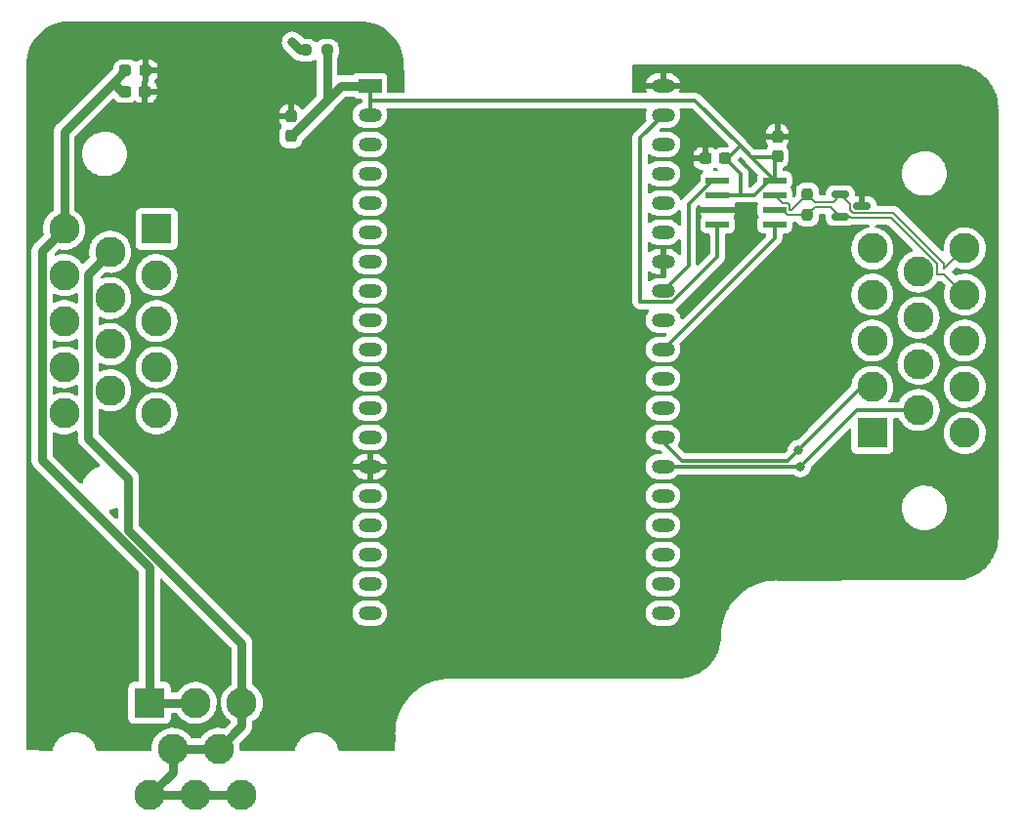
<source format=gbr>
%TF.GenerationSoftware,KiCad,Pcbnew,(6.0.1-0)*%
%TF.CreationDate,2023-02-28T13:35:44-05:00*%
%TF.ProjectId,Front Board,46726f6e-7420-4426-9f61-72642e6b6963,rev?*%
%TF.SameCoordinates,Original*%
%TF.FileFunction,Copper,L2,Bot*%
%TF.FilePolarity,Positive*%
%FSLAX46Y46*%
G04 Gerber Fmt 4.6, Leading zero omitted, Abs format (unit mm)*
G04 Created by KiCad (PCBNEW (6.0.1-0)) date 2023-02-28 13:35:44*
%MOMM*%
%LPD*%
G01*
G04 APERTURE LIST*
G04 Aperture macros list*
%AMRoundRect*
0 Rectangle with rounded corners*
0 $1 Rounding radius*
0 $2 $3 $4 $5 $6 $7 $8 $9 X,Y pos of 4 corners*
0 Add a 4 corners polygon primitive as box body*
4,1,4,$2,$3,$4,$5,$6,$7,$8,$9,$2,$3,0*
0 Add four circle primitives for the rounded corners*
1,1,$1+$1,$2,$3*
1,1,$1+$1,$4,$5*
1,1,$1+$1,$6,$7*
1,1,$1+$1,$8,$9*
0 Add four rect primitives between the rounded corners*
20,1,$1+$1,$2,$3,$4,$5,0*
20,1,$1+$1,$4,$5,$6,$7,0*
20,1,$1+$1,$6,$7,$8,$9,0*
20,1,$1+$1,$8,$9,$2,$3,0*%
G04 Aperture macros list end*
%TA.AperFunction,ComponentPad*%
%ADD10R,2.000000X1.200000*%
%TD*%
%TA.AperFunction,ComponentPad*%
%ADD11O,2.000000X1.200000*%
%TD*%
%TA.AperFunction,ComponentPad*%
%ADD12R,2.625000X2.625000*%
%TD*%
%TA.AperFunction,ComponentPad*%
%ADD13C,2.625000*%
%TD*%
%TA.AperFunction,SMDPad,CuDef*%
%ADD14RoundRect,0.237500X0.237500X-0.250000X0.237500X0.250000X-0.237500X0.250000X-0.237500X-0.250000X0*%
%TD*%
%TA.AperFunction,SMDPad,CuDef*%
%ADD15RoundRect,0.237500X-0.287500X-0.237500X0.287500X-0.237500X0.287500X0.237500X-0.287500X0.237500X0*%
%TD*%
%TA.AperFunction,SMDPad,CuDef*%
%ADD16RoundRect,0.237500X0.237500X-0.300000X0.237500X0.300000X-0.237500X0.300000X-0.237500X-0.300000X0*%
%TD*%
%TA.AperFunction,SMDPad,CuDef*%
%ADD17RoundRect,0.237500X-0.300000X-0.237500X0.300000X-0.237500X0.300000X0.237500X-0.300000X0.237500X0*%
%TD*%
%TA.AperFunction,SMDPad,CuDef*%
%ADD18RoundRect,0.041300X-0.943700X-0.253700X0.943700X-0.253700X0.943700X0.253700X-0.943700X0.253700X0*%
%TD*%
%TA.AperFunction,SMDPad,CuDef*%
%ADD19RoundRect,0.237500X0.300000X0.237500X-0.300000X0.237500X-0.300000X-0.237500X0.300000X-0.237500X0*%
%TD*%
%TA.AperFunction,SMDPad,CuDef*%
%ADD20RoundRect,0.150000X-0.587500X-0.150000X0.587500X-0.150000X0.587500X0.150000X-0.587500X0.150000X0*%
%TD*%
%TA.AperFunction,SMDPad,CuDef*%
%ADD21RoundRect,0.237500X0.250000X0.237500X-0.250000X0.237500X-0.250000X-0.237500X0.250000X-0.237500X0*%
%TD*%
%TA.AperFunction,ViaPad*%
%ADD22C,0.800000*%
%TD*%
%TA.AperFunction,Conductor*%
%ADD23C,0.800000*%
%TD*%
%TA.AperFunction,Conductor*%
%ADD24C,0.300000*%
%TD*%
%TA.AperFunction,Conductor*%
%ADD25C,0.200000*%
%TD*%
G04 APERTURE END LIST*
D10*
%TO.P,U3,1,3V3*%
%TO.N,VDD*%
X137600000Y-68130000D03*
D11*
%TO.P,U3,2,CHIP_PU*%
X137600000Y-70670000D03*
%TO.P,U3,3,SENSOR_VP/GPIO36/ADC1_CH0*%
%TO.N,/R_wheel*%
X137600000Y-73210000D03*
%TO.P,U3,4,SENSOR_VN/GPIO39/ADC1_CH3*%
%TO.N,/L_wheel*%
X137600000Y-75750000D03*
%TO.P,U3,5,VDET_1/GPIO34/ADC1_CH6*%
%TO.N,/L_sus*%
X137600000Y-78290000D03*
%TO.P,U3,6,VDET_2/GPIO35/ADC1_CH7*%
%TO.N,/R_sus*%
X137600000Y-80830000D03*
%TO.P,U3,7,32K_XP/GPIO32/ADC1_CH4*%
%TO.N,/stearing*%
X137600000Y-83370000D03*
%TO.P,U3,8,32K_XN/GPIO33/ADC1_CH5*%
%TO.N,/pedal_0*%
X137600000Y-85910000D03*
%TO.P,U3,9,DAC_1/ADC2_CH8/GPIO25*%
%TO.N,/pedal_1*%
X137600000Y-88450000D03*
%TO.P,U3,10,DAC_2/ADC2_CH9/GPIO26*%
%TO.N,Net-(R9-Pad1)*%
X137600000Y-90990000D03*
%TO.P,U3,11,ADC2_CH7/GPIO27*%
%TO.N,unconnected-(U3-Pad11)*%
X137600000Y-93530000D03*
%TO.P,U3,12,MTMS/GPIO14/ADC2_CH6*%
%TO.N,/LORA_SCK*%
X137600000Y-96070000D03*
%TO.P,U3,13,\u002AMTDI/GPIO12/ADC2_CH5*%
%TO.N,/LORA_MISO*%
X137600000Y-98610000D03*
%TO.P,U3,14,GND*%
%TO.N,GND*%
X137600000Y-101150000D03*
%TO.P,U3,15,MTCK/GPIO13/ADC2_CH4*%
%TO.N,/Laura_MOSI*%
X137600000Y-103690000D03*
%TO.P,U3,16,SD_DATA2/GPIO9*%
%TO.N,unconnected-(U3-Pad16)*%
X137600000Y-106230000D03*
%TO.P,U3,17,SD_DATA3/GPIO10*%
%TO.N,unconnected-(U3-Pad17)*%
X137600000Y-108770000D03*
%TO.P,U3,18,CMD*%
%TO.N,unconnected-(U3-Pad18)*%
X137600000Y-111310000D03*
%TO.P,U3,19,5V*%
%TO.N,unconnected-(U3-Pad19)*%
X137600000Y-113850000D03*
%TO.P,U3,20,SD_CLK/GPIO6*%
%TO.N,unconnected-(U3-Pad20)*%
X162996320Y-113847280D03*
%TO.P,U3,21,SD_DATA0/GPIO7*%
%TO.N,unconnected-(U3-Pad21)*%
X162996320Y-111307280D03*
%TO.P,U3,22,SD_DATA1/GPIO8*%
%TO.N,unconnected-(U3-Pad22)*%
X163000000Y-108770000D03*
%TO.P,U3,23,\u002AMTDO/GPIO15/ADC2_CH3*%
%TO.N,/LoRa_CS*%
X163000000Y-106230000D03*
%TO.P,U3,24,ADC2_CH2/\u002AGPIO2*%
%TO.N,unconnected-(U3-Pad24)*%
X163000000Y-103690000D03*
%TO.P,U3,25,\u002AGPIO0/BOOT/ADC2_CH1*%
%TO.N,/Brake_1*%
X163000000Y-101150000D03*
%TO.P,U3,26,ADC2_CH0/GPIO4*%
%TO.N,/Brake_0*%
X163000000Y-98610000D03*
%TO.P,U3,27,GPIO16*%
%TO.N,/RTD_ind_sig*%
X163000000Y-96070000D03*
%TO.P,U3,28,GPIO17*%
%TO.N,/RTD_bttn*%
X163000000Y-93530000D03*
%TO.P,U3,29,\u002AGPIO5*%
%TO.N,/CAN_CS*%
X163000000Y-90990000D03*
%TO.P,U3,30,GPIO18*%
%TO.N,/CAN_SCK*%
X163000000Y-88450000D03*
%TO.P,U3,31,GPIO19*%
%TO.N,/CAN_MISO*%
X163000000Y-85910000D03*
%TO.P,U3,32,GND*%
%TO.N,GND*%
X163000000Y-83370000D03*
%TO.P,U3,33,GPIO21*%
%TO.N,Net-(R6-Pad1)*%
X163000000Y-80830000D03*
%TO.P,U3,34,U0RXD/GPIO3*%
%TO.N,Net-(R5-Pad2)*%
X163000000Y-78290000D03*
%TO.P,U3,35,U0TXD/GPIO1*%
%TO.N,Net-(R4-Pad1)*%
X163000000Y-75750000D03*
%TO.P,U3,36,GPIO22*%
%TO.N,/LORA Reset*%
X163000000Y-73210000D03*
%TO.P,U3,37,GPIO23*%
%TO.N,/CAN_MOSI*%
X163000000Y-70670000D03*
%TO.P,U3,38,GND*%
%TO.N,GND*%
X163000000Y-68130000D03*
%TD*%
D12*
%TO.P,J3,1,Pin_1*%
%TO.N,+12V*%
X118500000Y-121630000D03*
D13*
%TO.P,J3,2,Pin_2*%
X122500000Y-121630000D03*
%TO.P,J3,3,Pin_3*%
%TO.N,VDD*%
X126500000Y-121630000D03*
%TO.P,J3,4,Pin_4*%
X120500000Y-125630000D03*
%TO.P,J3,5,Pin_5*%
X124500000Y-125630000D03*
%TO.P,J3,6,Pin_6*%
X118500000Y-129630000D03*
%TO.P,J3,7,Pin_7*%
X122500000Y-129630000D03*
%TO.P,J3,8,Pin_8*%
X126500000Y-129630000D03*
%TD*%
D12*
%TO.P,J1,1,Pin_1*%
%TO.N,/R_wheel*%
X119100000Y-80530000D03*
D13*
%TO.P,J1,2,Pin_2*%
%TO.N,/L_sus*%
X119100000Y-84530000D03*
%TO.P,J1,3,Pin_3*%
%TO.N,/stearing*%
X119100000Y-88530000D03*
%TO.P,J1,4,Pin_4*%
%TO.N,/WCB_status*%
X119100000Y-92530000D03*
%TO.P,J1,5,Pin_5*%
%TO.N,/LORA_MISO*%
X119100000Y-96530000D03*
%TO.P,J1,6,Pin_6*%
%TO.N,VDD*%
X115100000Y-82530000D03*
%TO.P,J1,7,Pin_7*%
%TO.N,/R_sus*%
X115100000Y-86530000D03*
%TO.P,J1,8,Pin_8*%
%TO.N,/pedal_1*%
X115100000Y-90530000D03*
%TO.P,J1,9,Pin_9*%
%TO.N,/LORA_SCK*%
X115100000Y-94530000D03*
%TO.P,J1,10,Pin_10*%
%TO.N,+12V*%
X111100000Y-80530000D03*
%TO.P,J1,11,Pin_11*%
%TO.N,/L_wheel*%
X111100000Y-84530000D03*
%TO.P,J1,12,Pin_12*%
%TO.N,/pedal_0*%
X111100000Y-88530000D03*
%TO.P,J1,13,Pin_13*%
%TO.N,GND*%
X111100000Y-92530000D03*
%TO.P,J1,14,Pin_14*%
%TO.N,/Laura_MOSI*%
X111100000Y-96530000D03*
%TD*%
D12*
%TO.P,J2,1,Pin_1*%
%TO.N,/LoRa_CS*%
X181137500Y-98230000D03*
D13*
%TO.P,J2,2,Pin_2*%
%TO.N,/Brake_0*%
X181137500Y-94230000D03*
%TO.P,J2,3,Pin_3*%
%TO.N,unconnected-(J2-Pad3)*%
X181137500Y-90230000D03*
%TO.P,J2,4,Pin_4*%
%TO.N,/RTD_led*%
X181137500Y-86230000D03*
%TO.P,J2,5,Pin_5*%
%TO.N,/AMS_Led*%
X181137500Y-82230000D03*
%TO.P,J2,6,Pin_6*%
%TO.N,/Brake_1*%
X185137500Y-96230000D03*
%TO.P,J2,7,Pin_7*%
%TO.N,/RTD_bttn*%
X185137500Y-92230000D03*
%TO.P,J2,8,Pin_8*%
%TO.N,/IMD_led*%
X185137500Y-88230000D03*
%TO.P,J2,9,Pin_9*%
%TO.N,/LORA Reset*%
X185137500Y-84230000D03*
%TO.P,J2,10,Pin_10*%
%TO.N,unconnected-(J2-Pad10)*%
X189137500Y-98230000D03*
%TO.P,J2,11,Pin_11*%
%TO.N,/RTD_ind_out*%
X189137500Y-94230000D03*
%TO.P,J2,12,Pin_12*%
%TO.N,unconnected-(J2-Pad12)*%
X189137500Y-90230000D03*
%TO.P,J2,13,Pin_13*%
%TO.N,/CAN_P*%
X189137500Y-86230000D03*
%TO.P,J2,14,Pin_14*%
%TO.N,/CAN_N*%
X189137500Y-82230000D03*
%TD*%
D14*
%TO.P,R1,1*%
%TO.N,/CAN_P*%
X175500000Y-79342500D03*
%TO.P,R1,2*%
%TO.N,/CAN_N*%
X175500000Y-77517500D03*
%TD*%
D15*
%TO.P,D7,1,K*%
%TO.N,+12V*%
X116425000Y-66825000D03*
%TO.P,D7,2,A*%
%TO.N,GND*%
X118175000Y-66825000D03*
%TD*%
D16*
%TO.P,C2,1*%
%TO.N,VDD*%
X130750000Y-72500000D03*
%TO.P,C2,2*%
%TO.N,GND*%
X130750000Y-70775000D03*
%TD*%
D17*
%TO.P,C1,1*%
%TO.N,+12V*%
X116375000Y-68625000D03*
%TO.P,C1,2*%
%TO.N,GND*%
X118100000Y-68625000D03*
%TD*%
D18*
%TO.P,U1,1,TXD*%
%TO.N,/CAN_MOSI*%
X167725000Y-80135000D03*
%TO.P,U1,2,GND*%
%TO.N,GND*%
X167725000Y-78865000D03*
%TO.P,U1,3,VDD*%
%TO.N,VDD*%
X167725000Y-77595000D03*
%TO.P,U1,4,RXD*%
%TO.N,/CAN_MISO*%
X167725000Y-76325000D03*
%TO.P,U1,5,VL*%
%TO.N,VDD*%
X172675000Y-76325000D03*
%TO.P,U1,6,CANL*%
%TO.N,/CAN_N*%
X172675000Y-77595000D03*
%TO.P,U1,7,CANH*%
%TO.N,/CAN_P*%
X172675000Y-78865000D03*
%TO.P,U1,8,STBY*%
%TO.N,/CAN_CS*%
X172675000Y-80135000D03*
%TD*%
D19*
%TO.P,C4,1*%
%TO.N,VDD*%
X168400000Y-74430000D03*
%TO.P,C4,2*%
%TO.N,GND*%
X166675000Y-74430000D03*
%TD*%
D20*
%TO.P,D1,1,K*%
%TO.N,/CAN_P*%
X178362500Y-79480000D03*
%TO.P,D1,2,K*%
%TO.N,/CAN_N*%
X178362500Y-77580000D03*
%TO.P,D1,3,A*%
%TO.N,GND*%
X180237500Y-78530000D03*
%TD*%
D21*
%TO.P,R2,1*%
%TO.N,VDD*%
X133887500Y-65050000D03*
%TO.P,R2,2*%
%TO.N,Net-(D2-Pad2)*%
X132062500Y-65050000D03*
%TD*%
D16*
%TO.P,C3,1*%
%TO.N,VDD*%
X172900000Y-74230000D03*
%TO.P,C3,2*%
%TO.N,GND*%
X172900000Y-72505000D03*
%TD*%
D22*
%TO.N,GND*%
X167250000Y-85000000D03*
X123900000Y-82130000D03*
X128500000Y-96830000D03*
X124000000Y-96930000D03*
X132200000Y-83630000D03*
X166300000Y-82030000D03*
X165600000Y-71630000D03*
X129700000Y-110630000D03*
X133100000Y-96930000D03*
X170800000Y-109830000D03*
X131200000Y-90130000D03*
%TO.N,Net-(D2-Pad2)*%
X130875000Y-64350000D03*
%TO.N,/Brake_0*%
X174700000Y-99730000D03*
%TO.N,/Brake_1*%
X174893478Y-101150000D03*
%TD*%
D23*
%TO.N,VDD*%
X130750000Y-72500000D02*
X135120000Y-68130000D01*
X135120000Y-68130000D02*
X137600000Y-68130000D01*
X133887500Y-65050000D02*
X133887500Y-69362500D01*
X133887500Y-69362500D02*
X130750000Y-72500000D01*
D24*
X136012500Y-68130000D02*
X137600000Y-68130000D01*
D23*
%TO.N,+12V*%
X115375000Y-67875000D02*
X116425000Y-66825000D01*
X111100000Y-72150000D02*
X115375000Y-67875000D01*
X115375000Y-67875000D02*
X116125000Y-68625000D01*
X116125000Y-68625000D02*
X116375000Y-68625000D01*
X111100000Y-80530000D02*
X111100000Y-72150000D01*
X118500000Y-109863817D02*
X109187989Y-100551806D01*
X109187989Y-100551806D02*
X109187989Y-82442011D01*
X109187989Y-82442011D02*
X111100000Y-80530000D01*
X118500000Y-121630000D02*
X118500000Y-109863817D01*
X122500000Y-121630000D02*
X118500000Y-121630000D01*
D24*
%TO.N,VDD*%
X169765000Y-77595000D02*
X170924898Y-77595000D01*
X167725000Y-77595000D02*
X169765000Y-77595000D01*
D23*
X126500000Y-129630000D02*
X122500000Y-129630000D01*
X126500000Y-121630000D02*
X126500000Y-116450283D01*
D24*
X168400000Y-74430000D02*
X168600000Y-74430000D01*
D23*
X126500000Y-123630000D02*
X124500000Y-125630000D01*
D24*
X172790000Y-74340000D02*
X172900000Y-74230000D01*
X137600000Y-69430000D02*
X137600000Y-70670000D01*
D23*
X116674521Y-102170704D02*
X116674521Y-106624804D01*
X115100000Y-82530000D02*
X113187989Y-84442011D01*
D24*
X172675000Y-76325000D02*
X170690000Y-74340000D01*
X172675000Y-76325000D02*
X172675000Y-74455000D01*
X168400000Y-74430000D02*
X169765000Y-75795000D01*
X170924898Y-77595000D02*
X172194898Y-76325000D01*
X137535000Y-70605000D02*
X137600000Y-70670000D01*
X172194898Y-76325000D02*
X172675000Y-76325000D01*
X168600000Y-74430000D02*
X169690000Y-73340000D01*
X169690000Y-73340000D02*
X165780000Y-69430000D01*
X169765000Y-75795000D02*
X169765000Y-77595000D01*
X137600000Y-69430000D02*
X137600000Y-68130000D01*
D23*
X120500000Y-127630000D02*
X118500000Y-129630000D01*
X126500000Y-121630000D02*
X126500000Y-123630000D01*
X120500000Y-125630000D02*
X120500000Y-127630000D01*
X120500000Y-125630000D02*
X124500000Y-125630000D01*
D24*
X172675000Y-74455000D02*
X172900000Y-74230000D01*
D23*
X118500000Y-129630000D02*
X122500000Y-129630000D01*
X113187989Y-98684172D02*
X116674521Y-102170704D01*
D24*
X170690000Y-74340000D02*
X169690000Y-73340000D01*
X170690000Y-74340000D02*
X172790000Y-74340000D01*
D23*
X126500000Y-116450283D02*
X116674521Y-106624804D01*
D24*
X165780000Y-69430000D02*
X137600000Y-69430000D01*
D23*
X113187989Y-84442011D02*
X113187989Y-98684172D01*
D25*
%TO.N,/CAN_N*%
X179200480Y-78417980D02*
X178362500Y-77580000D01*
X179463803Y-79129520D02*
X179200480Y-78866197D01*
X173959520Y-78470128D02*
X173959520Y-78879520D01*
X173350480Y-78270480D02*
X173759872Y-78270480D01*
X173759872Y-78270480D02*
X173959520Y-78470128D01*
X173959520Y-78879520D02*
X173972499Y-78892499D01*
X173972499Y-78892499D02*
X174125001Y-78892499D01*
X177737500Y-78205000D02*
X178362500Y-77580000D01*
X187362501Y-84004999D02*
X187362501Y-83538889D01*
X174125001Y-78892499D02*
X175500000Y-77517500D01*
X175500000Y-77517500D02*
X176187499Y-78204999D01*
X182953132Y-79129520D02*
X179463803Y-79129520D01*
X187362501Y-83538889D02*
X182953132Y-79129520D01*
X189137500Y-82230000D02*
X187362501Y-84004999D01*
X176187499Y-78204999D02*
X177737500Y-78205000D01*
X179200480Y-78866197D02*
X179200480Y-78417980D01*
X172675000Y-77595000D02*
X173350480Y-78270480D01*
%TO.N,/CAN_P*%
X186749510Y-83562282D02*
X182766739Y-79579511D01*
X179277410Y-79579511D02*
X179177900Y-79480000D01*
X175500000Y-79342500D02*
X176187499Y-78655001D01*
X176187499Y-78655001D02*
X177537500Y-78655000D01*
X189137500Y-86230000D02*
X187362501Y-84455001D01*
X173308603Y-78865000D02*
X173786103Y-79342500D01*
X173786103Y-79342500D02*
X175500000Y-79342500D01*
X187362501Y-84455001D02*
X186749511Y-84455001D01*
X182766739Y-79579511D02*
X179277410Y-79579511D01*
X177537500Y-78655000D02*
X178362500Y-79480000D01*
X179177900Y-79480000D02*
X178362500Y-79480000D01*
X172675000Y-78865000D02*
X173308603Y-78865000D01*
X186749511Y-84455001D02*
X186749510Y-83562282D01*
D23*
%TO.N,Net-(D2-Pad2)*%
X131575000Y-65050000D02*
X130875000Y-64350000D01*
X132062500Y-65050000D02*
X131575000Y-65050000D01*
D24*
%TO.N,/Brake_0*%
X174700000Y-99730000D02*
X176050000Y-98380000D01*
X176050000Y-98380000D02*
X180200000Y-94230000D01*
X173800000Y-100630000D02*
X174700000Y-99730000D01*
X163000000Y-99010000D02*
X164620000Y-100630000D01*
X163000000Y-98610000D02*
X163000000Y-99010000D01*
X180200000Y-94230000D02*
X181137500Y-94230000D01*
X164620000Y-100630000D02*
X173800000Y-100630000D01*
%TO.N,/Brake_1*%
X163000000Y-101150000D02*
X174893478Y-101150000D01*
X179813478Y-96230000D02*
X185137500Y-96230000D01*
X174893478Y-101150000D02*
X179813478Y-96230000D01*
%TO.N,/CAN_MOSI*%
X161029520Y-86859520D02*
X161000000Y-86830000D01*
X167725000Y-82927824D02*
X163793304Y-86859520D01*
X161000000Y-86830000D02*
X161000000Y-72670000D01*
X163793304Y-86859520D02*
X161029520Y-86859520D01*
X167725000Y-80135000D02*
X167725000Y-82927824D01*
X161000000Y-72670000D02*
X163000000Y-70670000D01*
%TO.N,/CAN_MISO*%
X165200000Y-83710000D02*
X163000000Y-85910000D01*
X167244898Y-76325000D02*
X165200000Y-78369898D01*
X165200000Y-78369898D02*
X165200000Y-83710000D01*
X167725000Y-76325000D02*
X167244898Y-76325000D01*
%TO.N,/CAN_CS*%
X172675000Y-80135000D02*
X172675000Y-81315000D01*
X172675000Y-81315000D02*
X163000000Y-90990000D01*
%TD*%
%TA.AperFunction,Conductor*%
%TO.N,GND*%
G36*
X136744748Y-62539835D02*
G01*
X136764270Y-62541359D01*
X136775099Y-62543058D01*
X136778714Y-62543626D01*
X136778715Y-62543626D01*
X136787583Y-62545018D01*
X136806917Y-62542514D01*
X136829424Y-62541629D01*
X137154667Y-62557994D01*
X137166955Y-62559219D01*
X137518145Y-62611711D01*
X137530250Y-62614133D01*
X137620443Y-62636824D01*
X137874593Y-62700764D01*
X137886413Y-62704362D01*
X138220627Y-62824307D01*
X138232037Y-62829046D01*
X138552879Y-62981138D01*
X138563771Y-62986971D01*
X138868189Y-63169764D01*
X138878455Y-63176635D01*
X138942740Y-63224384D01*
X139163509Y-63388366D01*
X139173053Y-63396210D01*
X139431695Y-63630935D01*
X139435992Y-63634835D01*
X139444719Y-63643573D01*
X139680019Y-63903486D01*
X139683020Y-63906801D01*
X139690851Y-63916352D01*
X139811704Y-64079474D01*
X139902237Y-64201671D01*
X139909096Y-64211947D01*
X140091514Y-64516583D01*
X140097334Y-64527482D01*
X140249037Y-64848516D01*
X140253762Y-64859933D01*
X140373294Y-65194284D01*
X140376878Y-65206108D01*
X140435370Y-65439809D01*
X140463091Y-65550568D01*
X140465498Y-65562681D01*
X140482392Y-65676663D01*
X140517558Y-65913923D01*
X140518768Y-65926218D01*
X140534373Y-66244100D01*
X140533025Y-66269663D01*
X140532676Y-66271901D01*
X140532676Y-66271905D01*
X140531295Y-66280774D01*
X140535015Y-66309219D01*
X140536326Y-66319243D01*
X140537360Y-66332831D01*
X140557034Y-67233951D01*
X140587791Y-68642750D01*
X140569281Y-68711291D01*
X140516653Y-68758944D01*
X140461821Y-68771500D01*
X139234500Y-68771500D01*
X139166379Y-68751498D01*
X139119886Y-68697842D01*
X139108500Y-68645500D01*
X139108500Y-67481866D01*
X139101745Y-67419684D01*
X139050615Y-67283295D01*
X138963261Y-67166739D01*
X138846705Y-67079385D01*
X138710316Y-67028255D01*
X138648134Y-67021500D01*
X136551866Y-67021500D01*
X136489684Y-67028255D01*
X136353295Y-67079385D01*
X136236739Y-67166739D01*
X136231358Y-67173919D01*
X136225008Y-67180269D01*
X136223373Y-67178634D01*
X136176641Y-67213579D01*
X136132671Y-67221500D01*
X135201416Y-67221500D01*
X135181707Y-67219949D01*
X135167809Y-67217748D01*
X135161222Y-67218093D01*
X135161217Y-67218093D01*
X135099519Y-67221327D01*
X135092925Y-67221500D01*
X135072390Y-67221500D01*
X135066222Y-67222148D01*
X135051960Y-67223647D01*
X135045385Y-67224164D01*
X134983696Y-67227397D01*
X134983695Y-67227397D01*
X134977096Y-67227743D01*
X134963508Y-67231384D01*
X134944053Y-67234989D01*
X134943285Y-67235070D01*
X134935155Y-67235923D01*
X134865318Y-67223143D01*
X134813478Y-67174635D01*
X134796000Y-67110612D01*
X134796000Y-65676663D01*
X134812523Y-65618367D01*
X134811274Y-65617785D01*
X134814366Y-65611155D01*
X134818209Y-65604920D01*
X134872974Y-65439809D01*
X134883500Y-65337072D01*
X134883500Y-64762928D01*
X134879801Y-64727279D01*
X134873419Y-64665765D01*
X134873418Y-64665761D01*
X134872707Y-64658907D01*
X134833013Y-64539928D01*
X134819972Y-64500841D01*
X134817654Y-64493893D01*
X134726116Y-64345969D01*
X134711062Y-64330941D01*
X134608184Y-64228242D01*
X134608179Y-64228238D01*
X134603003Y-64223071D01*
X134576344Y-64206638D01*
X134461150Y-64135631D01*
X134461148Y-64135630D01*
X134454920Y-64131791D01*
X134289809Y-64077026D01*
X134282973Y-64076326D01*
X134282970Y-64076325D01*
X134231474Y-64071049D01*
X134187072Y-64066500D01*
X133587928Y-64066500D01*
X133584682Y-64066837D01*
X133584678Y-64066837D01*
X133490765Y-64076581D01*
X133490761Y-64076582D01*
X133483907Y-64077293D01*
X133477371Y-64079474D01*
X133477369Y-64079474D01*
X133355617Y-64120094D01*
X133318893Y-64132346D01*
X133170969Y-64223884D01*
X133165796Y-64229066D01*
X133064253Y-64330786D01*
X133001970Y-64364865D01*
X132931150Y-64359862D01*
X132886063Y-64330941D01*
X132783188Y-64228246D01*
X132783183Y-64228242D01*
X132778003Y-64223071D01*
X132751344Y-64206638D01*
X132636150Y-64135631D01*
X132636148Y-64135630D01*
X132629920Y-64131791D01*
X132464809Y-64077026D01*
X132457973Y-64076326D01*
X132457970Y-64076325D01*
X132406474Y-64071049D01*
X132362072Y-64066500D01*
X131928505Y-64066500D01*
X131860384Y-64046498D01*
X131839410Y-64029596D01*
X131536547Y-63726734D01*
X131532006Y-63721948D01*
X131490675Y-63676045D01*
X131490673Y-63676043D01*
X131486253Y-63671134D01*
X131430919Y-63630931D01*
X131425691Y-63626919D01*
X131377667Y-63588030D01*
X131377662Y-63588027D01*
X131372530Y-63583871D01*
X131359993Y-63577483D01*
X131343136Y-63567153D01*
X131337093Y-63562762D01*
X131337090Y-63562760D01*
X131331752Y-63558882D01*
X131325724Y-63556198D01*
X131325722Y-63556197D01*
X131269249Y-63531054D01*
X131263296Y-63528214D01*
X131208253Y-63500168D01*
X131208249Y-63500166D01*
X131202370Y-63497171D01*
X131195992Y-63495462D01*
X131188779Y-63493529D01*
X131170147Y-63486931D01*
X131163319Y-63483891D01*
X131163317Y-63483890D01*
X131157288Y-63481206D01*
X131099152Y-63468848D01*
X131090390Y-63466986D01*
X131083978Y-63465447D01*
X131024280Y-63449451D01*
X131024274Y-63449450D01*
X131017903Y-63447743D01*
X131011313Y-63447398D01*
X131011309Y-63447397D01*
X131003857Y-63447007D01*
X130984252Y-63444426D01*
X130970487Y-63441500D01*
X130902074Y-63441500D01*
X130895480Y-63441327D01*
X130833782Y-63438093D01*
X130833777Y-63438093D01*
X130827190Y-63437748D01*
X130813292Y-63439949D01*
X130793583Y-63441500D01*
X130779513Y-63441500D01*
X130712586Y-63455726D01*
X130706135Y-63456922D01*
X130638568Y-63467623D01*
X130625432Y-63472666D01*
X130606473Y-63478281D01*
X130599170Y-63479833D01*
X130599166Y-63479834D01*
X130592712Y-63481206D01*
X130530206Y-63509035D01*
X130524133Y-63511550D01*
X130466443Y-63533695D01*
X130466439Y-63533697D01*
X130460278Y-63536062D01*
X130448480Y-63543724D01*
X130431106Y-63553157D01*
X130424282Y-63556195D01*
X130424278Y-63556197D01*
X130418248Y-63558882D01*
X130412908Y-63562762D01*
X130362910Y-63599087D01*
X130357475Y-63602822D01*
X130305653Y-63636476D01*
X130300113Y-63640074D01*
X130290168Y-63650019D01*
X130275135Y-63662860D01*
X130263747Y-63671134D01*
X130259327Y-63676043D01*
X130217984Y-63721959D01*
X130213443Y-63726744D01*
X130165074Y-63775113D01*
X130161478Y-63780651D01*
X130161476Y-63780653D01*
X130157408Y-63786917D01*
X130145372Y-63802603D01*
X130135960Y-63813056D01*
X130132657Y-63818777D01*
X130101767Y-63872280D01*
X130098321Y-63877904D01*
X130061062Y-63935278D01*
X130058696Y-63941443D01*
X130058693Y-63941448D01*
X130056019Y-63948414D01*
X130047507Y-63966261D01*
X130040473Y-63978444D01*
X130038434Y-63984720D01*
X130019336Y-64043497D01*
X130017139Y-64049701D01*
X129992623Y-64113568D01*
X129991590Y-64120090D01*
X129991589Y-64120094D01*
X129990421Y-64127466D01*
X129985806Y-64146689D01*
X129983498Y-64153793D01*
X129981458Y-64160072D01*
X129974837Y-64223071D01*
X129974308Y-64228100D01*
X129973450Y-64234617D01*
X129962748Y-64302190D01*
X129963093Y-64308778D01*
X129963093Y-64308782D01*
X129963484Y-64316241D01*
X129962967Y-64335999D01*
X129961496Y-64350000D01*
X129962186Y-64356565D01*
X129962186Y-64356566D01*
X129968647Y-64418041D01*
X129969164Y-64424616D01*
X129972743Y-64492903D01*
X129974453Y-64499284D01*
X129974453Y-64499286D01*
X129976383Y-64506491D01*
X129979985Y-64525925D01*
X129980766Y-64533354D01*
X129980768Y-64533363D01*
X129981458Y-64539928D01*
X130002600Y-64604997D01*
X130004467Y-64611299D01*
X130022171Y-64677370D01*
X130028559Y-64689907D01*
X130036125Y-64708173D01*
X130040473Y-64721556D01*
X130043776Y-64727278D01*
X130043777Y-64727279D01*
X130074667Y-64780782D01*
X130077814Y-64786577D01*
X130108871Y-64847530D01*
X130113024Y-64852658D01*
X130113025Y-64852660D01*
X130117727Y-64858466D01*
X130128927Y-64874763D01*
X130132657Y-64881224D01*
X130132660Y-64881228D01*
X130135960Y-64886944D01*
X130140377Y-64891850D01*
X130140381Y-64891855D01*
X130181722Y-64937769D01*
X130186006Y-64942784D01*
X130198928Y-64958741D01*
X130201263Y-64961076D01*
X130213456Y-64973270D01*
X130217992Y-64978051D01*
X130263747Y-65028866D01*
X130269089Y-65032747D01*
X130269091Y-65032749D01*
X130275127Y-65037134D01*
X130290162Y-65049975D01*
X130875028Y-65634842D01*
X130887864Y-65649870D01*
X130896134Y-65661253D01*
X130901044Y-65665674D01*
X130901045Y-65665675D01*
X130946949Y-65707007D01*
X130951734Y-65711548D01*
X130966258Y-65726072D01*
X130982251Y-65739023D01*
X130987222Y-65743269D01*
X131038056Y-65789040D01*
X131043771Y-65792340D01*
X131043773Y-65792341D01*
X131050238Y-65796074D01*
X131066529Y-65807271D01*
X131072333Y-65811971D01*
X131072339Y-65811975D01*
X131077469Y-65816129D01*
X131083351Y-65819126D01*
X131138426Y-65847188D01*
X131144220Y-65850335D01*
X131150900Y-65854191D01*
X131188876Y-65876116D01*
X131203444Y-65884527D01*
X131209726Y-65886568D01*
X131209728Y-65886569D01*
X131216826Y-65888875D01*
X131235092Y-65896440D01*
X131247630Y-65902829D01*
X131254006Y-65904538D01*
X131254010Y-65904539D01*
X131313685Y-65920529D01*
X131320010Y-65922402D01*
X131385072Y-65943542D01*
X131391640Y-65944232D01*
X131391644Y-65944233D01*
X131399061Y-65945012D01*
X131418508Y-65948616D01*
X131432096Y-65952257D01*
X131442315Y-65952792D01*
X131488920Y-65964412D01*
X131495080Y-65968209D01*
X131660191Y-66022974D01*
X131667027Y-66023674D01*
X131667030Y-66023675D01*
X131718526Y-66028951D01*
X131762928Y-66033500D01*
X132362072Y-66033500D01*
X132365318Y-66033163D01*
X132365322Y-66033163D01*
X132459235Y-66023419D01*
X132459239Y-66023418D01*
X132466093Y-66022707D01*
X132472629Y-66020526D01*
X132472631Y-66020526D01*
X132605395Y-65976232D01*
X132631107Y-65967654D01*
X132709476Y-65919158D01*
X132772805Y-65879969D01*
X132772806Y-65879968D01*
X132779031Y-65876116D01*
X132779320Y-65876583D01*
X132840545Y-65851801D01*
X132910310Y-65864972D01*
X132961878Y-65913769D01*
X132979000Y-65977184D01*
X132979000Y-68933997D01*
X132958998Y-69002118D01*
X132942095Y-69023092D01*
X131833754Y-70131433D01*
X131771442Y-70165459D01*
X131700627Y-70160394D01*
X131643791Y-70117847D01*
X131637514Y-70108640D01*
X131579573Y-70015008D01*
X131570540Y-70003610D01*
X131457871Y-69891137D01*
X131446460Y-69882125D01*
X131310937Y-69798588D01*
X131297759Y-69792444D01*
X131146234Y-69742185D01*
X131132868Y-69739319D01*
X131040230Y-69729828D01*
X131033815Y-69729500D01*
X131022115Y-69729500D01*
X131006876Y-69733975D01*
X131005671Y-69735365D01*
X131004000Y-69743048D01*
X131004000Y-70903000D01*
X130983998Y-70971121D01*
X130930342Y-71017614D01*
X130878000Y-71029000D01*
X129785115Y-71029000D01*
X129769876Y-71033475D01*
X129768671Y-71034865D01*
X129767000Y-71042548D01*
X129767000Y-71121266D01*
X129767337Y-71127782D01*
X129777075Y-71221632D01*
X129779968Y-71235028D01*
X129830488Y-71386453D01*
X129836653Y-71399615D01*
X129920426Y-71534992D01*
X129929464Y-71546394D01*
X129931139Y-71548067D01*
X129931919Y-71549493D01*
X129934007Y-71552127D01*
X129933556Y-71552484D01*
X129965219Y-71610349D01*
X129960216Y-71681169D01*
X129931299Y-71726254D01*
X129928476Y-71729083D01*
X129923071Y-71734497D01*
X129919231Y-71740727D01*
X129919230Y-71740728D01*
X129895982Y-71778444D01*
X129831791Y-71882580D01*
X129777026Y-72047691D01*
X129776326Y-72054527D01*
X129776325Y-72054530D01*
X129774189Y-72075384D01*
X129766500Y-72150428D01*
X129766500Y-72849572D01*
X129766837Y-72852818D01*
X129766837Y-72852822D01*
X129775946Y-72940607D01*
X129777293Y-72953593D01*
X129779474Y-72960129D01*
X129779474Y-72960131D01*
X129780676Y-72963734D01*
X129832346Y-73118607D01*
X129923884Y-73266531D01*
X129929066Y-73271704D01*
X130041816Y-73384258D01*
X130041821Y-73384262D01*
X130046997Y-73389429D01*
X130053227Y-73393269D01*
X130053228Y-73393270D01*
X130177214Y-73469696D01*
X130195080Y-73480709D01*
X130360191Y-73535474D01*
X130367027Y-73536174D01*
X130367030Y-73536175D01*
X130418526Y-73541451D01*
X130462928Y-73546000D01*
X131037072Y-73546000D01*
X131040318Y-73545663D01*
X131040322Y-73545663D01*
X131134235Y-73535919D01*
X131134239Y-73535918D01*
X131141093Y-73535207D01*
X131147629Y-73533026D01*
X131147631Y-73533026D01*
X131280395Y-73488732D01*
X131306107Y-73480154D01*
X131454031Y-73388616D01*
X131519408Y-73323125D01*
X131571758Y-73270684D01*
X131571762Y-73270679D01*
X131576929Y-73265503D01*
X131586922Y-73249291D01*
X131644672Y-73155604D01*
X136087787Y-73155604D01*
X136097567Y-73366899D01*
X136098971Y-73372724D01*
X136098971Y-73372725D01*
X136138194Y-73535474D01*
X136147125Y-73572534D01*
X136149607Y-73577992D01*
X136149608Y-73577996D01*
X136193053Y-73673546D01*
X136234674Y-73765087D01*
X136357054Y-73937611D01*
X136409225Y-73987554D01*
X136485372Y-74060448D01*
X136509850Y-74083881D01*
X136687548Y-74198620D01*
X136693114Y-74200863D01*
X136878168Y-74275442D01*
X136878171Y-74275443D01*
X136883737Y-74277686D01*
X137091337Y-74318228D01*
X137096899Y-74318500D01*
X138052846Y-74318500D01*
X138210566Y-74303452D01*
X138413534Y-74243908D01*
X138497111Y-74200863D01*
X138596249Y-74149804D01*
X138596252Y-74149802D01*
X138601580Y-74147058D01*
X138767920Y-74016396D01*
X138771852Y-74011865D01*
X138771855Y-74011862D01*
X138902621Y-73861167D01*
X138906552Y-73856637D01*
X138909552Y-73851451D01*
X138909555Y-73851447D01*
X139009467Y-73678742D01*
X139012473Y-73673546D01*
X139081861Y-73473729D01*
X139084313Y-73456819D01*
X139111352Y-73270336D01*
X139111352Y-73270333D01*
X139112213Y-73264396D01*
X139102433Y-73053101D01*
X139052875Y-72847466D01*
X139031891Y-72801313D01*
X138967806Y-72660368D01*
X138965326Y-72654913D01*
X138842946Y-72482389D01*
X138690150Y-72336119D01*
X138512452Y-72221380D01*
X138423077Y-72185361D01*
X138321832Y-72144558D01*
X138321829Y-72144557D01*
X138316263Y-72142314D01*
X138108663Y-72101772D01*
X138103101Y-72101500D01*
X137147154Y-72101500D01*
X136989434Y-72116548D01*
X136786466Y-72176092D01*
X136781139Y-72178836D01*
X136781138Y-72178836D01*
X136603751Y-72270196D01*
X136603748Y-72270198D01*
X136598420Y-72272942D01*
X136432080Y-72403604D01*
X136428148Y-72408135D01*
X136428145Y-72408138D01*
X136325598Y-72526313D01*
X136293448Y-72563363D01*
X136290448Y-72568549D01*
X136290445Y-72568553D01*
X136237329Y-72660368D01*
X136187527Y-72746454D01*
X136118139Y-72946271D01*
X136117278Y-72952206D01*
X136117278Y-72952208D01*
X136093464Y-73116453D01*
X136087787Y-73155604D01*
X131644672Y-73155604D01*
X131664369Y-73123650D01*
X131664370Y-73123648D01*
X131668209Y-73117420D01*
X131722974Y-72952309D01*
X131733500Y-72849572D01*
X131733500Y-72847155D01*
X131756900Y-72780280D01*
X131770193Y-72764620D01*
X134472332Y-70062481D01*
X134487365Y-70049640D01*
X134493413Y-70045246D01*
X134493414Y-70045245D01*
X134498753Y-70041366D01*
X134544516Y-69990541D01*
X134549057Y-69985756D01*
X135459408Y-69075405D01*
X135521720Y-69041379D01*
X135548503Y-69038500D01*
X136132671Y-69038500D01*
X136200792Y-69058502D01*
X136224332Y-69080407D01*
X136225008Y-69079731D01*
X136231358Y-69086081D01*
X136236739Y-69093261D01*
X136353295Y-69180615D01*
X136489684Y-69231745D01*
X136551866Y-69238500D01*
X136813849Y-69238500D01*
X136881970Y-69258502D01*
X136928463Y-69312158D01*
X136935724Y-69372385D01*
X136939559Y-69372626D01*
X136939061Y-69380537D01*
X136937576Y-69388324D01*
X136938074Y-69396235D01*
X136941251Y-69446735D01*
X136941500Y-69454647D01*
X136941500Y-69496264D01*
X136921498Y-69564385D01*
X136867842Y-69610878D01*
X136850969Y-69617169D01*
X136792221Y-69634403D01*
X136792215Y-69634406D01*
X136786466Y-69636092D01*
X136781134Y-69638838D01*
X136781132Y-69638839D01*
X136603751Y-69730196D01*
X136603748Y-69730198D01*
X136598420Y-69732942D01*
X136432080Y-69863604D01*
X136428148Y-69868135D01*
X136428145Y-69868138D01*
X136318841Y-69994100D01*
X136293448Y-70023363D01*
X136290448Y-70028549D01*
X136290445Y-70028553D01*
X136234415Y-70125405D01*
X136187527Y-70206454D01*
X136118139Y-70406271D01*
X136117278Y-70412206D01*
X136117278Y-70412208D01*
X136104131Y-70502885D01*
X136087787Y-70615604D01*
X136097567Y-70826899D01*
X136147125Y-71032534D01*
X136149606Y-71037991D01*
X136149608Y-71037996D01*
X136192663Y-71132689D01*
X136234674Y-71225087D01*
X136357054Y-71397611D01*
X136509850Y-71543881D01*
X136687548Y-71658620D01*
X136693114Y-71660863D01*
X136878168Y-71735442D01*
X136878171Y-71735443D01*
X136883737Y-71737686D01*
X137091337Y-71778228D01*
X137096899Y-71778500D01*
X138052846Y-71778500D01*
X138210566Y-71763452D01*
X138413534Y-71703908D01*
X138497111Y-71660863D01*
X138596249Y-71609804D01*
X138596252Y-71609802D01*
X138601580Y-71607058D01*
X138767920Y-71476396D01*
X138771852Y-71471865D01*
X138771855Y-71471862D01*
X138902621Y-71321167D01*
X138906552Y-71316637D01*
X138909552Y-71311451D01*
X138909555Y-71311447D01*
X139009467Y-71138742D01*
X139012473Y-71133546D01*
X139081861Y-70933729D01*
X139112213Y-70724396D01*
X139102433Y-70513101D01*
X139052875Y-70307466D01*
X139034318Y-70266652D01*
X139024330Y-70196362D01*
X139053930Y-70131830D01*
X139113720Y-70093545D01*
X139149018Y-70088500D01*
X161451352Y-70088500D01*
X161519473Y-70108502D01*
X161565966Y-70162158D01*
X161576070Y-70232432D01*
X161570381Y-70255831D01*
X161518139Y-70406271D01*
X161517278Y-70412206D01*
X161517278Y-70412208D01*
X161504131Y-70502885D01*
X161487787Y-70615604D01*
X161497567Y-70826899D01*
X161547125Y-71032534D01*
X161549605Y-71037989D01*
X161549606Y-71037991D01*
X161560703Y-71062398D01*
X161570689Y-71132689D01*
X161541088Y-71197220D01*
X161535097Y-71203643D01*
X160592395Y-72146345D01*
X160583615Y-72154335D01*
X160583613Y-72154337D01*
X160576920Y-72158584D01*
X160571494Y-72164362D01*
X160571493Y-72164363D01*
X160528396Y-72210257D01*
X160525641Y-72213099D01*
X160505073Y-72233667D01*
X160502356Y-72237170D01*
X160494648Y-72246195D01*
X160463028Y-72279867D01*
X160459207Y-72286818D01*
X160459206Y-72286819D01*
X160452697Y-72298658D01*
X160441843Y-72315182D01*
X160434018Y-72325271D01*
X160428696Y-72332132D01*
X160425549Y-72339404D01*
X160425548Y-72339406D01*
X160410346Y-72374535D01*
X160405124Y-72385195D01*
X160382876Y-72425663D01*
X160377541Y-72446441D01*
X160371142Y-72465131D01*
X160362620Y-72484824D01*
X160361380Y-72492655D01*
X160355394Y-72530448D01*
X160352987Y-72542071D01*
X160341500Y-72586812D01*
X160341500Y-72608259D01*
X160339949Y-72627969D01*
X160336594Y-72649152D01*
X160337340Y-72657043D01*
X160340941Y-72695138D01*
X160341500Y-72706996D01*
X160341500Y-86747944D01*
X160340941Y-86759800D01*
X160339212Y-86767537D01*
X160339461Y-86775459D01*
X160341438Y-86838369D01*
X160341500Y-86842327D01*
X160341500Y-86871432D01*
X160342056Y-86875832D01*
X160342988Y-86887664D01*
X160344438Y-86933831D01*
X160347856Y-86945594D01*
X160350419Y-86954416D01*
X160354430Y-86973782D01*
X160357118Y-86995064D01*
X160360034Y-87002429D01*
X160360035Y-87002433D01*
X160374126Y-87038021D01*
X160377965Y-87049231D01*
X160390855Y-87093600D01*
X160401775Y-87112065D01*
X160410466Y-87129805D01*
X160418365Y-87149756D01*
X160445516Y-87187126D01*
X160452033Y-87197048D01*
X160471507Y-87229977D01*
X160471510Y-87229981D01*
X160475547Y-87236807D01*
X160490711Y-87251971D01*
X160503551Y-87267004D01*
X160516159Y-87284357D01*
X160522267Y-87289410D01*
X160545163Y-87308351D01*
X160551101Y-87313586D01*
X160569777Y-87331124D01*
X160572619Y-87333879D01*
X160593187Y-87354447D01*
X160596690Y-87357164D01*
X160605715Y-87364872D01*
X160639387Y-87396492D01*
X160646338Y-87400313D01*
X160646339Y-87400314D01*
X160658178Y-87406823D01*
X160674702Y-87417677D01*
X160683235Y-87424295D01*
X160691652Y-87430824D01*
X160698924Y-87433971D01*
X160698926Y-87433972D01*
X160734055Y-87449174D01*
X160744715Y-87454396D01*
X160772325Y-87469575D01*
X160785183Y-87476644D01*
X160805961Y-87481979D01*
X160824651Y-87488378D01*
X160844344Y-87496900D01*
X160888116Y-87503833D01*
X160889968Y-87504126D01*
X160901591Y-87506533D01*
X160926437Y-87512912D01*
X160946332Y-87518020D01*
X160967779Y-87518020D01*
X160987489Y-87519571D01*
X161008672Y-87522926D01*
X161054661Y-87518579D01*
X161066516Y-87518020D01*
X161664895Y-87518020D01*
X161733016Y-87538022D01*
X161779509Y-87591678D01*
X161789613Y-87661952D01*
X161760061Y-87726598D01*
X161693448Y-87803363D01*
X161690448Y-87808549D01*
X161690445Y-87808553D01*
X161666597Y-87849776D01*
X161587527Y-87986454D01*
X161518139Y-88186271D01*
X161517278Y-88192206D01*
X161517278Y-88192208D01*
X161493702Y-88354811D01*
X161487787Y-88395604D01*
X161497567Y-88606899D01*
X161498971Y-88612724D01*
X161498971Y-88612725D01*
X161533774Y-88757134D01*
X161547125Y-88812534D01*
X161549607Y-88817992D01*
X161549608Y-88817996D01*
X161593053Y-88913546D01*
X161634674Y-89005087D01*
X161702953Y-89101342D01*
X161748804Y-89165980D01*
X161757054Y-89177611D01*
X161909850Y-89323881D01*
X162087548Y-89438620D01*
X162093114Y-89440863D01*
X162278168Y-89515442D01*
X162278171Y-89515443D01*
X162283737Y-89517686D01*
X162491337Y-89558228D01*
X162496899Y-89558500D01*
X163196050Y-89558500D01*
X163264171Y-89578502D01*
X163310664Y-89632158D01*
X163320768Y-89702432D01*
X163291274Y-89767012D01*
X163285145Y-89773595D01*
X163214145Y-89844595D01*
X163151833Y-89878621D01*
X163125050Y-89881500D01*
X162547154Y-89881500D01*
X162389434Y-89896548D01*
X162186466Y-89956092D01*
X162181139Y-89958836D01*
X162181138Y-89958836D01*
X162003751Y-90050196D01*
X162003748Y-90050198D01*
X161998420Y-90052942D01*
X161832080Y-90183604D01*
X161828148Y-90188135D01*
X161828145Y-90188138D01*
X161735628Y-90294755D01*
X161693448Y-90343363D01*
X161690448Y-90348549D01*
X161690445Y-90348553D01*
X161628079Y-90456357D01*
X161587527Y-90526454D01*
X161518139Y-90726271D01*
X161517278Y-90732206D01*
X161517278Y-90732208D01*
X161490653Y-90915841D01*
X161487787Y-90935604D01*
X161497567Y-91146899D01*
X161498971Y-91152724D01*
X161498971Y-91152725D01*
X161542295Y-91332491D01*
X161547125Y-91352534D01*
X161549607Y-91357992D01*
X161549608Y-91357996D01*
X161590620Y-91448195D01*
X161634674Y-91545087D01*
X161757054Y-91717611D01*
X161909850Y-91863881D01*
X162087548Y-91978620D01*
X162125421Y-91993883D01*
X162278168Y-92055442D01*
X162278171Y-92055443D01*
X162283737Y-92057686D01*
X162491337Y-92098228D01*
X162496899Y-92098500D01*
X163452846Y-92098500D01*
X163610566Y-92083452D01*
X163813534Y-92023908D01*
X163840907Y-92009810D01*
X163996249Y-91929804D01*
X163996252Y-91929802D01*
X164001580Y-91927058D01*
X164167920Y-91796396D01*
X164171852Y-91791865D01*
X164171855Y-91791862D01*
X164302621Y-91641167D01*
X164306552Y-91636637D01*
X164309552Y-91631451D01*
X164309555Y-91631447D01*
X164409467Y-91458742D01*
X164412473Y-91453546D01*
X164481861Y-91253729D01*
X164487779Y-91212912D01*
X164511352Y-91050336D01*
X164511352Y-91050333D01*
X164512213Y-91044396D01*
X164502433Y-90833101D01*
X164452875Y-90627466D01*
X164450392Y-90622004D01*
X164439297Y-90597602D01*
X164429311Y-90527311D01*
X164458912Y-90462780D01*
X164464903Y-90456357D01*
X164739062Y-90182198D01*
X179312020Y-90182198D01*
X179312244Y-90186864D01*
X179312244Y-90186869D01*
X179316163Y-90268446D01*
X179325006Y-90452546D01*
X179340835Y-90532122D01*
X179376633Y-90712093D01*
X179377809Y-90718006D01*
X179379388Y-90722404D01*
X179379390Y-90722411D01*
X179462721Y-90954507D01*
X179469269Y-90972744D01*
X179597378Y-91211166D01*
X179600173Y-91214910D01*
X179600175Y-91214912D01*
X179633391Y-91259393D01*
X179759320Y-91428033D01*
X179762629Y-91431313D01*
X179762634Y-91431319D01*
X179948222Y-91615294D01*
X179951539Y-91618582D01*
X179955301Y-91621340D01*
X179955304Y-91621343D01*
X180122370Y-91743841D01*
X180169811Y-91778626D01*
X180173942Y-91780800D01*
X180173943Y-91780800D01*
X180405207Y-91902474D01*
X180405213Y-91902476D01*
X180409342Y-91904649D01*
X180413749Y-91906188D01*
X180413756Y-91906191D01*
X180660453Y-91992341D01*
X180664869Y-91993883D01*
X180669462Y-91994755D01*
X180926190Y-92043497D01*
X180926193Y-92043497D01*
X180930779Y-92044368D01*
X181059355Y-92049420D01*
X181196562Y-92054811D01*
X181196567Y-92054811D01*
X181201230Y-92054994D01*
X181306208Y-92043497D01*
X181465628Y-92026038D01*
X181465633Y-92026037D01*
X181470281Y-92025528D01*
X181564755Y-92000655D01*
X181727499Y-91957808D01*
X181727501Y-91957807D01*
X181732022Y-91956617D01*
X181736319Y-91954771D01*
X181976408Y-91851621D01*
X181976410Y-91851620D01*
X181980702Y-91849776D01*
X182151891Y-91743841D01*
X182206885Y-91709810D01*
X182206889Y-91709807D01*
X182210858Y-91707351D01*
X182294389Y-91636637D01*
X182413868Y-91535491D01*
X182413870Y-91535489D01*
X182417435Y-91532471D01*
X182595893Y-91328978D01*
X182708079Y-91154565D01*
X182739785Y-91105273D01*
X182739788Y-91105268D01*
X182742313Y-91101342D01*
X182853478Y-90854565D01*
X182926946Y-90594067D01*
X182947815Y-90430026D01*
X182960705Y-90328701D01*
X182960705Y-90328697D01*
X182961103Y-90325571D01*
X182963606Y-90230000D01*
X182961722Y-90204649D01*
X182960054Y-90182198D01*
X187312020Y-90182198D01*
X187312244Y-90186864D01*
X187312244Y-90186869D01*
X187316163Y-90268446D01*
X187325006Y-90452546D01*
X187340835Y-90532122D01*
X187376633Y-90712093D01*
X187377809Y-90718006D01*
X187379388Y-90722404D01*
X187379390Y-90722411D01*
X187462721Y-90954507D01*
X187469269Y-90972744D01*
X187597378Y-91211166D01*
X187600173Y-91214910D01*
X187600175Y-91214912D01*
X187633391Y-91259393D01*
X187759320Y-91428033D01*
X187762629Y-91431313D01*
X187762634Y-91431319D01*
X187948222Y-91615294D01*
X187951539Y-91618582D01*
X187955301Y-91621340D01*
X187955304Y-91621343D01*
X188122370Y-91743841D01*
X188169811Y-91778626D01*
X188173942Y-91780800D01*
X188173943Y-91780800D01*
X188405207Y-91902474D01*
X188405213Y-91902476D01*
X188409342Y-91904649D01*
X188413749Y-91906188D01*
X188413756Y-91906191D01*
X188660453Y-91992341D01*
X188664869Y-91993883D01*
X188669462Y-91994755D01*
X188926190Y-92043497D01*
X188926193Y-92043497D01*
X188930779Y-92044368D01*
X189059355Y-92049420D01*
X189196562Y-92054811D01*
X189196567Y-92054811D01*
X189201230Y-92054994D01*
X189306208Y-92043497D01*
X189465628Y-92026038D01*
X189465633Y-92026037D01*
X189470281Y-92025528D01*
X189564755Y-92000655D01*
X189727499Y-91957808D01*
X189727501Y-91957807D01*
X189732022Y-91956617D01*
X189736319Y-91954771D01*
X189976408Y-91851621D01*
X189976410Y-91851620D01*
X189980702Y-91849776D01*
X190151891Y-91743841D01*
X190206885Y-91709810D01*
X190206889Y-91709807D01*
X190210858Y-91707351D01*
X190294389Y-91636637D01*
X190413868Y-91535491D01*
X190413870Y-91535489D01*
X190417435Y-91532471D01*
X190595893Y-91328978D01*
X190708079Y-91154565D01*
X190739785Y-91105273D01*
X190739788Y-91105268D01*
X190742313Y-91101342D01*
X190853478Y-90854565D01*
X190926946Y-90594067D01*
X190947815Y-90430026D01*
X190960705Y-90328701D01*
X190960705Y-90328697D01*
X190961103Y-90325571D01*
X190963606Y-90230000D01*
X190961722Y-90204649D01*
X190943894Y-89964736D01*
X190943893Y-89964732D01*
X190943548Y-89960084D01*
X190883814Y-89696098D01*
X190859079Y-89632491D01*
X190828361Y-89553501D01*
X190785716Y-89443841D01*
X190758991Y-89397081D01*
X190685406Y-89268335D01*
X190651410Y-89208854D01*
X190483847Y-88996301D01*
X190294548Y-88818226D01*
X190290112Y-88814053D01*
X190286706Y-88810849D01*
X190146708Y-88713729D01*
X190068157Y-88659236D01*
X190068152Y-88659233D01*
X190064319Y-88656574D01*
X190016216Y-88632852D01*
X189825759Y-88538929D01*
X189825756Y-88538928D01*
X189821571Y-88536864D01*
X189763347Y-88518226D01*
X189650796Y-88482198D01*
X189563796Y-88454349D01*
X189417360Y-88430501D01*
X189301268Y-88411594D01*
X189301267Y-88411594D01*
X189296656Y-88410843D01*
X189161338Y-88409072D01*
X189030696Y-88407361D01*
X189030693Y-88407361D01*
X189026019Y-88407300D01*
X188757831Y-88443799D01*
X188753345Y-88445107D01*
X188753343Y-88445107D01*
X188721635Y-88454349D01*
X188497984Y-88519537D01*
X188493731Y-88521497D01*
X188493730Y-88521498D01*
X188463486Y-88535441D01*
X188252186Y-88632852D01*
X188248277Y-88635415D01*
X188029750Y-88778687D01*
X188029745Y-88778691D01*
X188025837Y-88781253D01*
X187989088Y-88814053D01*
X187829406Y-88956574D01*
X187823909Y-88961480D01*
X187650839Y-89169575D01*
X187510428Y-89400965D01*
X187508619Y-89405279D01*
X187508618Y-89405281D01*
X187414814Y-89628978D01*
X187405760Y-89650568D01*
X187404609Y-89655100D01*
X187404608Y-89655103D01*
X187373939Y-89775864D01*
X187339137Y-89912900D01*
X187312020Y-90182198D01*
X182960054Y-90182198D01*
X182943894Y-89964736D01*
X182943893Y-89964732D01*
X182943548Y-89960084D01*
X182883814Y-89696098D01*
X182859079Y-89632491D01*
X182828361Y-89553501D01*
X182785716Y-89443841D01*
X182758991Y-89397081D01*
X182685406Y-89268335D01*
X182651410Y-89208854D01*
X182483847Y-88996301D01*
X182294548Y-88818226D01*
X182290112Y-88814053D01*
X182286706Y-88810849D01*
X182146708Y-88713729D01*
X182068157Y-88659236D01*
X182068152Y-88659233D01*
X182064319Y-88656574D01*
X182016216Y-88632852D01*
X181825759Y-88538929D01*
X181825756Y-88538928D01*
X181821571Y-88536864D01*
X181763347Y-88518226D01*
X181650796Y-88482198D01*
X181563796Y-88454349D01*
X181417360Y-88430501D01*
X181301268Y-88411594D01*
X181301267Y-88411594D01*
X181296656Y-88410843D01*
X181161338Y-88409072D01*
X181030696Y-88407361D01*
X181030693Y-88407361D01*
X181026019Y-88407300D01*
X180757831Y-88443799D01*
X180753345Y-88445107D01*
X180753343Y-88445107D01*
X180721635Y-88454349D01*
X180497984Y-88519537D01*
X180493731Y-88521497D01*
X180493730Y-88521498D01*
X180463486Y-88535441D01*
X180252186Y-88632852D01*
X180248277Y-88635415D01*
X180029750Y-88778687D01*
X180029745Y-88778691D01*
X180025837Y-88781253D01*
X179989088Y-88814053D01*
X179829406Y-88956574D01*
X179823909Y-88961480D01*
X179650839Y-89169575D01*
X179510428Y-89400965D01*
X179508619Y-89405279D01*
X179508618Y-89405281D01*
X179414814Y-89628978D01*
X179405760Y-89650568D01*
X179404609Y-89655100D01*
X179404608Y-89655103D01*
X179373939Y-89775864D01*
X179339137Y-89912900D01*
X179312020Y-90182198D01*
X164739062Y-90182198D01*
X166739062Y-88182198D01*
X183312020Y-88182198D01*
X183312244Y-88186864D01*
X183312244Y-88186869D01*
X183313718Y-88217558D01*
X183325006Y-88452546D01*
X183341041Y-88533160D01*
X183376534Y-88711594D01*
X183377809Y-88718006D01*
X183379388Y-88722404D01*
X183379390Y-88722411D01*
X183445980Y-88907878D01*
X183469269Y-88972744D01*
X183597378Y-89211166D01*
X183759320Y-89428033D01*
X183762629Y-89431313D01*
X183762634Y-89431319D01*
X183948222Y-89615294D01*
X183951539Y-89618582D01*
X183955301Y-89621340D01*
X183955304Y-89621343D01*
X184166044Y-89775864D01*
X184169811Y-89778626D01*
X184173942Y-89780800D01*
X184173943Y-89780800D01*
X184405207Y-89902474D01*
X184405213Y-89902476D01*
X184409342Y-89904649D01*
X184413749Y-89906188D01*
X184413756Y-89906191D01*
X184660453Y-89992341D01*
X184664869Y-89993883D01*
X184669462Y-89994755D01*
X184926190Y-90043497D01*
X184926193Y-90043497D01*
X184930779Y-90044368D01*
X185059355Y-90049420D01*
X185196562Y-90054811D01*
X185196567Y-90054811D01*
X185201230Y-90054994D01*
X185306208Y-90043497D01*
X185465628Y-90026038D01*
X185465633Y-90026037D01*
X185470281Y-90025528D01*
X185539322Y-90007351D01*
X185727499Y-89957808D01*
X185727501Y-89957807D01*
X185732022Y-89956617D01*
X185736319Y-89954771D01*
X185976408Y-89851621D01*
X185976410Y-89851620D01*
X185980702Y-89849776D01*
X186151891Y-89743841D01*
X186206885Y-89709810D01*
X186206889Y-89709807D01*
X186210858Y-89707351D01*
X186283030Y-89646253D01*
X186413868Y-89535491D01*
X186413870Y-89535489D01*
X186417435Y-89532471D01*
X186595893Y-89328978D01*
X186742313Y-89101342D01*
X186853478Y-88854565D01*
X186926946Y-88594067D01*
X186946143Y-88443169D01*
X186960705Y-88328701D01*
X186960705Y-88328697D01*
X186961103Y-88325571D01*
X186961954Y-88293101D01*
X186963523Y-88233160D01*
X186963606Y-88230000D01*
X186961722Y-88204649D01*
X186943894Y-87964736D01*
X186943893Y-87964732D01*
X186943548Y-87960084D01*
X186883814Y-87696098D01*
X186859079Y-87632491D01*
X186821357Y-87535491D01*
X186785716Y-87443841D01*
X186780076Y-87433972D01*
X186699561Y-87293101D01*
X186651410Y-87208854D01*
X186483847Y-86996301D01*
X186286706Y-86810849D01*
X186150552Y-86716396D01*
X186068157Y-86659236D01*
X186068152Y-86659233D01*
X186064319Y-86656574D01*
X186015958Y-86632725D01*
X185825759Y-86538929D01*
X185825756Y-86538928D01*
X185821571Y-86536864D01*
X185763347Y-86518226D01*
X185568241Y-86455772D01*
X185568243Y-86455772D01*
X185563796Y-86454349D01*
X185417360Y-86430501D01*
X185301268Y-86411594D01*
X185301267Y-86411594D01*
X185296656Y-86410843D01*
X185161338Y-86409072D01*
X185030696Y-86407361D01*
X185030693Y-86407361D01*
X185026019Y-86407300D01*
X184757831Y-86443799D01*
X184753345Y-86445107D01*
X184753343Y-86445107D01*
X184721635Y-86454349D01*
X184497984Y-86519537D01*
X184493731Y-86521497D01*
X184493730Y-86521498D01*
X184463486Y-86535441D01*
X184252186Y-86632852D01*
X184238610Y-86641753D01*
X184029750Y-86778687D01*
X184029745Y-86778691D01*
X184025837Y-86781253D01*
X183949032Y-86849804D01*
X183829406Y-86956574D01*
X183823909Y-86961480D01*
X183650839Y-87169575D01*
X183510428Y-87400965D01*
X183508619Y-87405279D01*
X183508618Y-87405281D01*
X183414814Y-87628978D01*
X183405760Y-87650568D01*
X183404609Y-87655100D01*
X183404608Y-87655103D01*
X183388573Y-87718241D01*
X183339137Y-87912900D01*
X183312020Y-88182198D01*
X166739062Y-88182198D01*
X168739062Y-86182198D01*
X179312020Y-86182198D01*
X179312244Y-86186864D01*
X179312244Y-86186869D01*
X179312994Y-86202474D01*
X179325006Y-86452546D01*
X179341041Y-86533160D01*
X179376587Y-86711862D01*
X179377809Y-86718006D01*
X179379388Y-86722404D01*
X179379390Y-86722411D01*
X179458916Y-86943908D01*
X179469269Y-86972744D01*
X179597378Y-87211166D01*
X179600173Y-87214910D01*
X179600175Y-87214912D01*
X179633086Y-87258985D01*
X179759320Y-87428033D01*
X179762629Y-87431313D01*
X179762634Y-87431319D01*
X179870273Y-87538022D01*
X179951539Y-87618582D01*
X179955301Y-87621340D01*
X179955304Y-87621343D01*
X180122370Y-87743841D01*
X180169811Y-87778626D01*
X180173942Y-87780800D01*
X180173943Y-87780800D01*
X180405207Y-87902474D01*
X180405213Y-87902476D01*
X180409342Y-87904649D01*
X180413749Y-87906188D01*
X180413756Y-87906191D01*
X180659826Y-87992122D01*
X180664869Y-87993883D01*
X180669462Y-87994755D01*
X180926190Y-88043497D01*
X180926193Y-88043497D01*
X180930779Y-88044368D01*
X181059355Y-88049420D01*
X181196562Y-88054811D01*
X181196567Y-88054811D01*
X181201230Y-88054994D01*
X181306208Y-88043497D01*
X181465628Y-88026038D01*
X181465633Y-88026037D01*
X181470281Y-88025528D01*
X181564755Y-88000655D01*
X181727499Y-87957808D01*
X181727501Y-87957807D01*
X181732022Y-87956617D01*
X181736319Y-87954771D01*
X181976408Y-87851621D01*
X181976410Y-87851620D01*
X181980702Y-87849776D01*
X182151891Y-87743841D01*
X182206885Y-87709810D01*
X182206889Y-87709807D01*
X182210858Y-87707351D01*
X182290537Y-87639898D01*
X182413868Y-87535491D01*
X182413870Y-87535489D01*
X182417435Y-87532471D01*
X182595893Y-87328978D01*
X182680753Y-87197048D01*
X182739785Y-87105273D01*
X182739788Y-87105268D01*
X182742313Y-87101342D01*
X182853478Y-86854565D01*
X182856930Y-86842327D01*
X182891400Y-86720102D01*
X182926946Y-86594067D01*
X182946143Y-86443169D01*
X182960705Y-86328701D01*
X182960705Y-86328697D01*
X182961103Y-86325571D01*
X182963606Y-86230000D01*
X182961722Y-86204649D01*
X182943894Y-85964736D01*
X182943893Y-85964732D01*
X182943548Y-85960084D01*
X182883814Y-85696098D01*
X182859079Y-85632491D01*
X182821357Y-85535491D01*
X182785716Y-85443841D01*
X182758991Y-85397081D01*
X182717821Y-85325050D01*
X182651410Y-85208854D01*
X182483847Y-84996301D01*
X182286706Y-84810849D01*
X182152873Y-84718006D01*
X182068157Y-84659236D01*
X182068152Y-84659233D01*
X182064319Y-84656574D01*
X182060128Y-84654507D01*
X181825759Y-84538929D01*
X181825756Y-84538928D01*
X181821571Y-84536864D01*
X181763347Y-84518226D01*
X181637475Y-84477934D01*
X181563796Y-84454349D01*
X181417360Y-84430501D01*
X181301268Y-84411594D01*
X181301267Y-84411594D01*
X181296656Y-84410843D01*
X181161337Y-84409071D01*
X181030696Y-84407361D01*
X181030693Y-84407361D01*
X181026019Y-84407300D01*
X180757831Y-84443799D01*
X180753345Y-84445107D01*
X180753343Y-84445107D01*
X180721635Y-84454349D01*
X180497984Y-84519537D01*
X180493731Y-84521497D01*
X180493730Y-84521498D01*
X180463486Y-84535441D01*
X180252186Y-84632852D01*
X180248277Y-84635415D01*
X180029750Y-84778687D01*
X180029745Y-84778691D01*
X180025837Y-84781253D01*
X179952328Y-84846862D01*
X179829406Y-84956574D01*
X179823909Y-84961480D01*
X179650839Y-85169575D01*
X179510428Y-85400965D01*
X179508619Y-85405279D01*
X179508618Y-85405281D01*
X179414814Y-85628978D01*
X179405760Y-85650568D01*
X179404609Y-85655100D01*
X179404608Y-85655103D01*
X179387036Y-85724295D01*
X179339137Y-85912900D01*
X179312020Y-86182198D01*
X168739062Y-86182198D01*
X173082605Y-81838655D01*
X173091385Y-81830665D01*
X173091387Y-81830663D01*
X173098080Y-81826416D01*
X173146605Y-81774742D01*
X173149359Y-81771901D01*
X173169927Y-81751333D01*
X173172647Y-81747826D01*
X173180353Y-81738804D01*
X173206546Y-81710911D01*
X173211972Y-81705133D01*
X173215790Y-81698188D01*
X173215793Y-81698184D01*
X173222300Y-81686347D01*
X173233157Y-81669818D01*
X173241446Y-81659132D01*
X173246304Y-81652869D01*
X173264659Y-81610455D01*
X173269873Y-81599812D01*
X173288304Y-81566286D01*
X173288304Y-81566285D01*
X173292124Y-81559337D01*
X173294095Y-81551660D01*
X173294097Y-81551655D01*
X173297455Y-81538574D01*
X173303861Y-81519862D01*
X173306869Y-81512912D01*
X173312380Y-81500177D01*
X173319608Y-81454541D01*
X173322012Y-81442930D01*
X173333500Y-81398188D01*
X173333500Y-81376742D01*
X173335051Y-81357032D01*
X173337166Y-81343678D01*
X173337166Y-81343677D01*
X173338406Y-81335848D01*
X173334059Y-81289859D01*
X173333500Y-81278004D01*
X173333500Y-81064499D01*
X173353502Y-80996378D01*
X173407158Y-80949885D01*
X173459500Y-80938499D01*
X173661412Y-80938499D01*
X173665169Y-80938044D01*
X173665175Y-80938044D01*
X173743046Y-80928621D01*
X173751079Y-80927649D01*
X173758602Y-80924671D01*
X173758604Y-80924670D01*
X173847595Y-80889436D01*
X173891136Y-80872197D01*
X174011122Y-80781122D01*
X174102197Y-80661136D01*
X174157649Y-80521079D01*
X174168500Y-80431413D01*
X174168499Y-80076999D01*
X174188501Y-80008880D01*
X174242156Y-79962387D01*
X174294499Y-79951000D01*
X174536830Y-79951000D01*
X174604951Y-79971002D01*
X174643974Y-80010697D01*
X174673884Y-80059031D01*
X174679066Y-80064204D01*
X174791816Y-80176758D01*
X174791821Y-80176762D01*
X174796997Y-80181929D01*
X174803227Y-80185769D01*
X174803228Y-80185770D01*
X174926359Y-80261669D01*
X174945080Y-80273209D01*
X175110191Y-80327974D01*
X175117027Y-80328674D01*
X175117030Y-80328675D01*
X175168526Y-80333951D01*
X175212928Y-80338500D01*
X175787072Y-80338500D01*
X175790318Y-80338163D01*
X175790322Y-80338163D01*
X175884235Y-80328419D01*
X175884239Y-80328418D01*
X175891093Y-80327707D01*
X175897629Y-80325526D01*
X175897631Y-80325526D01*
X176032985Y-80280368D01*
X176056107Y-80272654D01*
X176204031Y-80181116D01*
X176209204Y-80175934D01*
X176321758Y-80063184D01*
X176321762Y-80063179D01*
X176326929Y-80058003D01*
X176336537Y-80042416D01*
X176414369Y-79916150D01*
X176414370Y-79916148D01*
X176418209Y-79909920D01*
X176472974Y-79744809D01*
X176473821Y-79736548D01*
X176483172Y-79645271D01*
X176483500Y-79642072D01*
X176483500Y-79389500D01*
X176503502Y-79321380D01*
X176557158Y-79274887D01*
X176609500Y-79263501D01*
X176800000Y-79263501D01*
X176990501Y-79263500D01*
X177058620Y-79283502D01*
X177105113Y-79337157D01*
X177116500Y-79389500D01*
X177116500Y-79696502D01*
X177116693Y-79698950D01*
X177116693Y-79698958D01*
X177118490Y-79721785D01*
X177119438Y-79733831D01*
X177165855Y-79893601D01*
X177182893Y-79922411D01*
X177246509Y-80029980D01*
X177246511Y-80029983D01*
X177250547Y-80036807D01*
X177368193Y-80154453D01*
X177375017Y-80158489D01*
X177375020Y-80158491D01*
X177438423Y-80195987D01*
X177511399Y-80239145D01*
X177519010Y-80241356D01*
X177519012Y-80241357D01*
X177557657Y-80252584D01*
X177671169Y-80285562D01*
X177677574Y-80286066D01*
X177677579Y-80286067D01*
X177706042Y-80288307D01*
X177706050Y-80288307D01*
X177708498Y-80288500D01*
X179016502Y-80288500D01*
X179018950Y-80288307D01*
X179018958Y-80288307D01*
X179047421Y-80286067D01*
X179047426Y-80286066D01*
X179053831Y-80285562D01*
X179167343Y-80252584D01*
X179205988Y-80241357D01*
X179205990Y-80241356D01*
X179213601Y-80239145D01*
X179250103Y-80217558D01*
X179270396Y-80205557D01*
X179334535Y-80188011D01*
X180777131Y-80188011D01*
X180845252Y-80208013D01*
X180891745Y-80261669D01*
X180901849Y-80331943D01*
X180872355Y-80396523D01*
X180812629Y-80434907D01*
X180794122Y-80438860D01*
X180757831Y-80443799D01*
X180753345Y-80445107D01*
X180753343Y-80445107D01*
X180721635Y-80454349D01*
X180497984Y-80519537D01*
X180493731Y-80521497D01*
X180493730Y-80521498D01*
X180463486Y-80535441D01*
X180252186Y-80632852D01*
X180248277Y-80635415D01*
X180029750Y-80778687D01*
X180029745Y-80778691D01*
X180025837Y-80781253D01*
X179989088Y-80814053D01*
X179829406Y-80956574D01*
X179823909Y-80961480D01*
X179650839Y-81169575D01*
X179510428Y-81400965D01*
X179508619Y-81405279D01*
X179508618Y-81405281D01*
X179408641Y-81643698D01*
X179405760Y-81650568D01*
X179404609Y-81655100D01*
X179404608Y-81655103D01*
X179382072Y-81743841D01*
X179339137Y-81912900D01*
X179312020Y-82182198D01*
X179312244Y-82186864D01*
X179312244Y-82186869D01*
X179316068Y-82266475D01*
X179325006Y-82452546D01*
X179341041Y-82533160D01*
X179376534Y-82711594D01*
X179377809Y-82718006D01*
X179379388Y-82722404D01*
X179379390Y-82722411D01*
X179457793Y-82940781D01*
X179469269Y-82972744D01*
X179597378Y-83211166D01*
X179600173Y-83214910D01*
X179600175Y-83214912D01*
X179656601Y-83290475D01*
X179759320Y-83428033D01*
X179762629Y-83431313D01*
X179762634Y-83431319D01*
X179948222Y-83615294D01*
X179951539Y-83618582D01*
X179955301Y-83621340D01*
X179955304Y-83621343D01*
X180122370Y-83743841D01*
X180169811Y-83778626D01*
X180173942Y-83780800D01*
X180173943Y-83780800D01*
X180405207Y-83902474D01*
X180405213Y-83902476D01*
X180409342Y-83904649D01*
X180413749Y-83906188D01*
X180413756Y-83906191D01*
X180660453Y-83992341D01*
X180664869Y-83993883D01*
X180669462Y-83994755D01*
X180926190Y-84043497D01*
X180926193Y-84043497D01*
X180930779Y-84044368D01*
X181059355Y-84049420D01*
X181196562Y-84054811D01*
X181196567Y-84054811D01*
X181201230Y-84054994D01*
X181306208Y-84043497D01*
X181465628Y-84026038D01*
X181465633Y-84026037D01*
X181470281Y-84025528D01*
X181486845Y-84021167D01*
X181727499Y-83957808D01*
X181727501Y-83957807D01*
X181732022Y-83956617D01*
X181736319Y-83954771D01*
X181976408Y-83851621D01*
X181976410Y-83851620D01*
X181980702Y-83849776D01*
X182151891Y-83743841D01*
X182206885Y-83709810D01*
X182206889Y-83709807D01*
X182210858Y-83707351D01*
X182283030Y-83646253D01*
X182413868Y-83535491D01*
X182413870Y-83535489D01*
X182417435Y-83532471D01*
X182595893Y-83328978D01*
X182674323Y-83207045D01*
X182739785Y-83105273D01*
X182739788Y-83105268D01*
X182742313Y-83101342D01*
X182853478Y-82854565D01*
X182855651Y-82846862D01*
X182891758Y-82718833D01*
X182926946Y-82594067D01*
X182946919Y-82437069D01*
X182960705Y-82328701D01*
X182960705Y-82328697D01*
X182961103Y-82325571D01*
X182961624Y-82305703D01*
X182962768Y-82262000D01*
X182963606Y-82230000D01*
X182959708Y-82177544D01*
X182943894Y-81964736D01*
X182943893Y-81964732D01*
X182943548Y-81960084D01*
X182883814Y-81696098D01*
X182876642Y-81677654D01*
X182810998Y-81508854D01*
X182785716Y-81443841D01*
X182771333Y-81418675D01*
X182681488Y-81261480D01*
X182651410Y-81208854D01*
X182483847Y-80996301D01*
X182286706Y-80810849D01*
X182138350Y-80707931D01*
X182068157Y-80659236D01*
X182068152Y-80659233D01*
X182064319Y-80656574D01*
X182016216Y-80632852D01*
X181825759Y-80538929D01*
X181825756Y-80538928D01*
X181821571Y-80536864D01*
X181763347Y-80518226D01*
X181650796Y-80482198D01*
X181563796Y-80454349D01*
X181465699Y-80438373D01*
X181401679Y-80407681D01*
X181364415Y-80347249D01*
X181365739Y-80276265D01*
X181405229Y-80217265D01*
X181470348Y-80188981D01*
X181485952Y-80188011D01*
X182462500Y-80188011D01*
X182530621Y-80208013D01*
X182551595Y-80224916D01*
X184617122Y-82290443D01*
X184651148Y-82352755D01*
X184646083Y-82423570D01*
X184603536Y-82480406D01*
X184563292Y-82500502D01*
X184497984Y-82519537D01*
X184493732Y-82521497D01*
X184493730Y-82521498D01*
X184452564Y-82540476D01*
X184252186Y-82632852D01*
X184248277Y-82635415D01*
X184029750Y-82778687D01*
X184029745Y-82778691D01*
X184025837Y-82781253D01*
X183982943Y-82819537D01*
X183829406Y-82956574D01*
X183823909Y-82961480D01*
X183650839Y-83169575D01*
X183510428Y-83400965D01*
X183508619Y-83405279D01*
X183508618Y-83405281D01*
X183414814Y-83628978D01*
X183405760Y-83650568D01*
X183404609Y-83655100D01*
X183404608Y-83655103D01*
X183383556Y-83737996D01*
X183339137Y-83912900D01*
X183312020Y-84182198D01*
X183312244Y-84186864D01*
X183312244Y-84186869D01*
X183315652Y-84257808D01*
X183325006Y-84452546D01*
X183340463Y-84530254D01*
X183376534Y-84711594D01*
X183377809Y-84718006D01*
X183379388Y-84722404D01*
X183379390Y-84722411D01*
X183439358Y-84889436D01*
X183469269Y-84972744D01*
X183597378Y-85211166D01*
X183600173Y-85214910D01*
X183600175Y-85214912D01*
X183636355Y-85263363D01*
X183759320Y-85428033D01*
X183762629Y-85431313D01*
X183762634Y-85431319D01*
X183948222Y-85615294D01*
X183951539Y-85618582D01*
X183955301Y-85621340D01*
X183955304Y-85621343D01*
X184122370Y-85743841D01*
X184169811Y-85778626D01*
X184173942Y-85780800D01*
X184173943Y-85780800D01*
X184405207Y-85902474D01*
X184405213Y-85902476D01*
X184409342Y-85904649D01*
X184413749Y-85906188D01*
X184413756Y-85906191D01*
X184660453Y-85992341D01*
X184664869Y-85993883D01*
X184669462Y-85994755D01*
X184926190Y-86043497D01*
X184926193Y-86043497D01*
X184930779Y-86044368D01*
X185059355Y-86049420D01*
X185196562Y-86054811D01*
X185196567Y-86054811D01*
X185201230Y-86054994D01*
X185306208Y-86043497D01*
X185465628Y-86026038D01*
X185465633Y-86026037D01*
X185470281Y-86025528D01*
X185564755Y-86000655D01*
X185727499Y-85957808D01*
X185727501Y-85957807D01*
X185732022Y-85956617D01*
X185823058Y-85917505D01*
X185976408Y-85851621D01*
X185976410Y-85851620D01*
X185980702Y-85849776D01*
X186151891Y-85743841D01*
X186206885Y-85709810D01*
X186206889Y-85709807D01*
X186210858Y-85707351D01*
X186289699Y-85640607D01*
X186413868Y-85535491D01*
X186413870Y-85535489D01*
X186417435Y-85532471D01*
X186595893Y-85328978D01*
X186729451Y-85121338D01*
X186783125Y-85074867D01*
X186835422Y-85063501D01*
X187058262Y-85063501D01*
X187126383Y-85083503D01*
X187147357Y-85100406D01*
X187432146Y-85385195D01*
X187466172Y-85447507D01*
X187459248Y-85523014D01*
X187405760Y-85650568D01*
X187404609Y-85655100D01*
X187404608Y-85655103D01*
X187387036Y-85724295D01*
X187339137Y-85912900D01*
X187312020Y-86182198D01*
X187312244Y-86186864D01*
X187312244Y-86186869D01*
X187312994Y-86202474D01*
X187325006Y-86452546D01*
X187341041Y-86533160D01*
X187376587Y-86711862D01*
X187377809Y-86718006D01*
X187379388Y-86722404D01*
X187379390Y-86722411D01*
X187458916Y-86943908D01*
X187469269Y-86972744D01*
X187597378Y-87211166D01*
X187600173Y-87214910D01*
X187600175Y-87214912D01*
X187633086Y-87258985D01*
X187759320Y-87428033D01*
X187762629Y-87431313D01*
X187762634Y-87431319D01*
X187870273Y-87538022D01*
X187951539Y-87618582D01*
X187955301Y-87621340D01*
X187955304Y-87621343D01*
X188122370Y-87743841D01*
X188169811Y-87778626D01*
X188173942Y-87780800D01*
X188173943Y-87780800D01*
X188405207Y-87902474D01*
X188405213Y-87902476D01*
X188409342Y-87904649D01*
X188413749Y-87906188D01*
X188413756Y-87906191D01*
X188659826Y-87992122D01*
X188664869Y-87993883D01*
X188669462Y-87994755D01*
X188926190Y-88043497D01*
X188926193Y-88043497D01*
X188930779Y-88044368D01*
X189059355Y-88049420D01*
X189196562Y-88054811D01*
X189196567Y-88054811D01*
X189201230Y-88054994D01*
X189306208Y-88043497D01*
X189465628Y-88026038D01*
X189465633Y-88026037D01*
X189470281Y-88025528D01*
X189564755Y-88000655D01*
X189727499Y-87957808D01*
X189727501Y-87957807D01*
X189732022Y-87956617D01*
X189736319Y-87954771D01*
X189976408Y-87851621D01*
X189976410Y-87851620D01*
X189980702Y-87849776D01*
X190151891Y-87743841D01*
X190206885Y-87709810D01*
X190206889Y-87709807D01*
X190210858Y-87707351D01*
X190290537Y-87639898D01*
X190413868Y-87535491D01*
X190413870Y-87535489D01*
X190417435Y-87532471D01*
X190595893Y-87328978D01*
X190680753Y-87197048D01*
X190739785Y-87105273D01*
X190739788Y-87105268D01*
X190742313Y-87101342D01*
X190853478Y-86854565D01*
X190856930Y-86842327D01*
X190891400Y-86720102D01*
X190926946Y-86594067D01*
X190946143Y-86443169D01*
X190960705Y-86328701D01*
X190960705Y-86328697D01*
X190961103Y-86325571D01*
X190963606Y-86230000D01*
X190961722Y-86204649D01*
X190943894Y-85964736D01*
X190943893Y-85964732D01*
X190943548Y-85960084D01*
X190883814Y-85696098D01*
X190859079Y-85632491D01*
X190821357Y-85535491D01*
X190785716Y-85443841D01*
X190758991Y-85397081D01*
X190717821Y-85325050D01*
X190651410Y-85208854D01*
X190483847Y-84996301D01*
X190286706Y-84810849D01*
X190152873Y-84718006D01*
X190068157Y-84659236D01*
X190068152Y-84659233D01*
X190064319Y-84656574D01*
X190060128Y-84654507D01*
X189825759Y-84538929D01*
X189825756Y-84538928D01*
X189821571Y-84536864D01*
X189763347Y-84518226D01*
X189637475Y-84477934D01*
X189563796Y-84454349D01*
X189417360Y-84430501D01*
X189301268Y-84411594D01*
X189301267Y-84411594D01*
X189296656Y-84410843D01*
X189161337Y-84409071D01*
X189030696Y-84407361D01*
X189030693Y-84407361D01*
X189026019Y-84407300D01*
X188757831Y-84443799D01*
X188753345Y-84445107D01*
X188753343Y-84445107D01*
X188721635Y-84454349D01*
X188497984Y-84519537D01*
X188455920Y-84538929D01*
X188433725Y-84549161D01*
X188363488Y-84559516D01*
X188298802Y-84530254D01*
X188291879Y-84523830D01*
X188087144Y-84319095D01*
X188053118Y-84256783D01*
X188058183Y-84185968D01*
X188087144Y-84140905D01*
X188289701Y-83938348D01*
X188352013Y-83904322D01*
X188420335Y-83908488D01*
X188617578Y-83977368D01*
X188658744Y-83991744D01*
X188664869Y-83993883D01*
X188669462Y-83994755D01*
X188926190Y-84043497D01*
X188926193Y-84043497D01*
X188930779Y-84044368D01*
X189059355Y-84049420D01*
X189196562Y-84054811D01*
X189196567Y-84054811D01*
X189201230Y-84054994D01*
X189306208Y-84043497D01*
X189465628Y-84026038D01*
X189465633Y-84026037D01*
X189470281Y-84025528D01*
X189486845Y-84021167D01*
X189727499Y-83957808D01*
X189727501Y-83957807D01*
X189732022Y-83956617D01*
X189736319Y-83954771D01*
X189976408Y-83851621D01*
X189976410Y-83851620D01*
X189980702Y-83849776D01*
X190151891Y-83743841D01*
X190206885Y-83709810D01*
X190206889Y-83709807D01*
X190210858Y-83707351D01*
X190283030Y-83646253D01*
X190413868Y-83535491D01*
X190413870Y-83535489D01*
X190417435Y-83532471D01*
X190595893Y-83328978D01*
X190674323Y-83207045D01*
X190739785Y-83105273D01*
X190739788Y-83105268D01*
X190742313Y-83101342D01*
X190853478Y-82854565D01*
X190855651Y-82846862D01*
X190891758Y-82718833D01*
X190926946Y-82594067D01*
X190946919Y-82437069D01*
X190960705Y-82328701D01*
X190960705Y-82328697D01*
X190961103Y-82325571D01*
X190961624Y-82305703D01*
X190962768Y-82262000D01*
X190963606Y-82230000D01*
X190959708Y-82177544D01*
X190943894Y-81964736D01*
X190943893Y-81964732D01*
X190943548Y-81960084D01*
X190883814Y-81696098D01*
X190876642Y-81677654D01*
X190810998Y-81508854D01*
X190785716Y-81443841D01*
X190771333Y-81418675D01*
X190681488Y-81261480D01*
X190651410Y-81208854D01*
X190483847Y-80996301D01*
X190286706Y-80810849D01*
X190138350Y-80707931D01*
X190068157Y-80659236D01*
X190068152Y-80659233D01*
X190064319Y-80656574D01*
X190016216Y-80632852D01*
X189825759Y-80538929D01*
X189825756Y-80538928D01*
X189821571Y-80536864D01*
X189763347Y-80518226D01*
X189650796Y-80482198D01*
X189563796Y-80454349D01*
X189417360Y-80430501D01*
X189301268Y-80411594D01*
X189301267Y-80411594D01*
X189296656Y-80410843D01*
X189161338Y-80409072D01*
X189030696Y-80407361D01*
X189030693Y-80407361D01*
X189026019Y-80407300D01*
X188757831Y-80443799D01*
X188753345Y-80445107D01*
X188753343Y-80445107D01*
X188721635Y-80454349D01*
X188497984Y-80519537D01*
X188493731Y-80521497D01*
X188493730Y-80521498D01*
X188463486Y-80535441D01*
X188252186Y-80632852D01*
X188248277Y-80635415D01*
X188029750Y-80778687D01*
X188029745Y-80778691D01*
X188025837Y-80781253D01*
X187989088Y-80814053D01*
X187829406Y-80956574D01*
X187823909Y-80961480D01*
X187650839Y-81169575D01*
X187510428Y-81400965D01*
X187508619Y-81405279D01*
X187508618Y-81405281D01*
X187408641Y-81643698D01*
X187405760Y-81650568D01*
X187404609Y-81655100D01*
X187404608Y-81655103D01*
X187382072Y-81743841D01*
X187339137Y-81912900D01*
X187312020Y-82182198D01*
X187312244Y-82186864D01*
X187312244Y-82186869D01*
X187313410Y-82211142D01*
X187318756Y-82322415D01*
X187318861Y-82324609D01*
X187302150Y-82393611D01*
X187250787Y-82442625D01*
X187181079Y-82456089D01*
X187115158Y-82429729D01*
X187103911Y-82419750D01*
X183417447Y-78733286D01*
X183406580Y-78720895D01*
X183392145Y-78702083D01*
X183387119Y-78695533D01*
X183355207Y-78671046D01*
X183355204Y-78671043D01*
X183276955Y-78611000D01*
X183266561Y-78603024D01*
X183266559Y-78603023D01*
X183260008Y-78597996D01*
X183111983Y-78536682D01*
X183103796Y-78535604D01*
X183103795Y-78535604D01*
X183092590Y-78534129D01*
X183061226Y-78530000D01*
X182993017Y-78521020D01*
X182993014Y-78521020D01*
X182993006Y-78521019D01*
X182961321Y-78516848D01*
X182953132Y-78515770D01*
X182921439Y-78519942D01*
X182904996Y-78521020D01*
X181608999Y-78521020D01*
X181540878Y-78501018D01*
X181494385Y-78447362D01*
X181482999Y-78395020D01*
X181482999Y-78316017D01*
X181482805Y-78311080D01*
X181480570Y-78282664D01*
X181478270Y-78270069D01*
X181435893Y-78124210D01*
X181429648Y-78109779D01*
X181353089Y-77980322D01*
X181343449Y-77967896D01*
X181237104Y-77861551D01*
X181224678Y-77851911D01*
X181095221Y-77775352D01*
X181080790Y-77769107D01*
X180934935Y-77726731D01*
X180922333Y-77724430D01*
X180893916Y-77722193D01*
X180888986Y-77722000D01*
X180509615Y-77722000D01*
X180494376Y-77726475D01*
X180493171Y-77727865D01*
X180491500Y-77735548D01*
X180491500Y-78395020D01*
X180471498Y-78463141D01*
X180417842Y-78509634D01*
X180365500Y-78521020D01*
X180109500Y-78521020D01*
X180041379Y-78501018D01*
X179994886Y-78447362D01*
X179983500Y-78395020D01*
X179983500Y-77740116D01*
X179979025Y-77724877D01*
X179977635Y-77723672D01*
X179969952Y-77722001D01*
X179734500Y-77722001D01*
X179666379Y-77701999D01*
X179619886Y-77648343D01*
X179608500Y-77596001D01*
X179608500Y-77363498D01*
X179607961Y-77356646D01*
X179606067Y-77332579D01*
X179606066Y-77332574D01*
X179605562Y-77326169D01*
X179570069Y-77204001D01*
X179561357Y-77174012D01*
X179561356Y-77174010D01*
X179559145Y-77166399D01*
X179524235Y-77107369D01*
X179478491Y-77030020D01*
X179478489Y-77030017D01*
X179474453Y-77023193D01*
X179356807Y-76905547D01*
X179349983Y-76901511D01*
X179349980Y-76901509D01*
X179220427Y-76824892D01*
X179220428Y-76824892D01*
X179213601Y-76820855D01*
X179205990Y-76818644D01*
X179205988Y-76818643D01*
X179127346Y-76795796D01*
X179053831Y-76774438D01*
X179047426Y-76773934D01*
X179047421Y-76773933D01*
X179018958Y-76771693D01*
X179018950Y-76771693D01*
X179016502Y-76771500D01*
X177708498Y-76771500D01*
X177706050Y-76771693D01*
X177706042Y-76771693D01*
X177677579Y-76773933D01*
X177677574Y-76773934D01*
X177671169Y-76774438D01*
X177597654Y-76795796D01*
X177519012Y-76818643D01*
X177519010Y-76818644D01*
X177511399Y-76820855D01*
X177504572Y-76824892D01*
X177504573Y-76824892D01*
X177375020Y-76901509D01*
X177375017Y-76901511D01*
X177368193Y-76905547D01*
X177250547Y-77023193D01*
X177246511Y-77030017D01*
X177246509Y-77030020D01*
X177200765Y-77107369D01*
X177165855Y-77166399D01*
X177163644Y-77174010D01*
X177163643Y-77174012D01*
X177154931Y-77204001D01*
X177119438Y-77326169D01*
X177118934Y-77332574D01*
X177118933Y-77332579D01*
X177117039Y-77356646D01*
X177116500Y-77363498D01*
X177116500Y-77470500D01*
X177096498Y-77538621D01*
X177042842Y-77585114D01*
X176990501Y-77596500D01*
X176800000Y-77596500D01*
X176609500Y-77596499D01*
X176541379Y-77576497D01*
X176494886Y-77522841D01*
X176483500Y-77470499D01*
X176483500Y-77217928D01*
X176483163Y-77214678D01*
X176473419Y-77120765D01*
X176473418Y-77120761D01*
X176472707Y-77113907D01*
X176457680Y-77068864D01*
X176419972Y-76955841D01*
X176417654Y-76948893D01*
X176326116Y-76800969D01*
X176319382Y-76794247D01*
X176208184Y-76683242D01*
X176208179Y-76683238D01*
X176203003Y-76678071D01*
X176111087Y-76621413D01*
X176061150Y-76590631D01*
X176061148Y-76590630D01*
X176054920Y-76586791D01*
X175889809Y-76532026D01*
X175882973Y-76531326D01*
X175882970Y-76531325D01*
X175831474Y-76526049D01*
X175787072Y-76521500D01*
X175212928Y-76521500D01*
X175209682Y-76521837D01*
X175209678Y-76521837D01*
X175115765Y-76531581D01*
X175115761Y-76531582D01*
X175108907Y-76532293D01*
X175102371Y-76534474D01*
X175102369Y-76534474D01*
X174969605Y-76578768D01*
X174943893Y-76587346D01*
X174795969Y-76678884D01*
X174790796Y-76684066D01*
X174678242Y-76796816D01*
X174678238Y-76796821D01*
X174673071Y-76801997D01*
X174669231Y-76808227D01*
X174669230Y-76808228D01*
X174586364Y-76942662D01*
X174581791Y-76950080D01*
X174527026Y-77115191D01*
X174526326Y-77122027D01*
X174526325Y-77122030D01*
X174521049Y-77173526D01*
X174516500Y-77217928D01*
X174516500Y-77588261D01*
X174496498Y-77656382D01*
X174479595Y-77677356D01*
X174383595Y-77773356D01*
X174321283Y-77807382D01*
X174250468Y-77802317D01*
X174193632Y-77759770D01*
X174168821Y-77693250D01*
X174168500Y-77684261D01*
X174168499Y-77302382D01*
X174168499Y-77298588D01*
X174157649Y-77208921D01*
X174154465Y-77200877D01*
X174105361Y-77076856D01*
X174102197Y-77068864D01*
X174077388Y-77036179D01*
X174052134Y-76969827D01*
X174066762Y-76900354D01*
X174077388Y-76883820D01*
X174097000Y-76857983D01*
X174097001Y-76857982D01*
X174102197Y-76851136D01*
X174157649Y-76711079D01*
X174168500Y-76621413D01*
X174168499Y-76028588D01*
X174168044Y-76024822D01*
X174158621Y-75946954D01*
X174157649Y-75938921D01*
X174147278Y-75912725D01*
X174105359Y-75806851D01*
X174102197Y-75798864D01*
X174026815Y-75699552D01*
X183699300Y-75699552D01*
X183699544Y-75703987D01*
X183699544Y-75703991D01*
X183713826Y-75963500D01*
X183714346Y-75972951D01*
X183767764Y-76241502D01*
X183858489Y-76499847D01*
X183860542Y-76503798D01*
X183860544Y-76503804D01*
X183955737Y-76687058D01*
X183984709Y-76742832D01*
X183987292Y-76746447D01*
X183987296Y-76746453D01*
X184070469Y-76862842D01*
X184143907Y-76965608D01*
X184146979Y-76968828D01*
X184280377Y-77108665D01*
X184332906Y-77163730D01*
X184336402Y-77166486D01*
X184531125Y-77319992D01*
X184547936Y-77333245D01*
X184551778Y-77335477D01*
X184551783Y-77335480D01*
X184780851Y-77468534D01*
X184780857Y-77468537D01*
X184784705Y-77470772D01*
X184852523Y-77498241D01*
X185034357Y-77571892D01*
X185034365Y-77571895D01*
X185038489Y-77573565D01*
X185130816Y-77596499D01*
X185299901Y-77638500D01*
X185299905Y-77638501D01*
X185304226Y-77639574D01*
X185537747Y-77663500D01*
X185707254Y-77663500D01*
X185910628Y-77649100D01*
X185914983Y-77648162D01*
X185914986Y-77648162D01*
X186173960Y-77592407D01*
X186173962Y-77592407D01*
X186178307Y-77591471D01*
X186435195Y-77496700D01*
X186451063Y-77488138D01*
X186672252Y-77368791D01*
X186676168Y-77366678D01*
X186778607Y-77291016D01*
X186892829Y-77206650D01*
X186892832Y-77206647D01*
X186896415Y-77204001D01*
X187091545Y-77011913D01*
X187123664Y-76969827D01*
X187254960Y-76797788D01*
X187254962Y-76797784D01*
X187257662Y-76794247D01*
X187391452Y-76555347D01*
X187490246Y-76299979D01*
X187502825Y-76245713D01*
X187551068Y-76037577D01*
X187552074Y-76033239D01*
X187575700Y-75760448D01*
X187575456Y-75756009D01*
X187560899Y-75491492D01*
X187560898Y-75491485D01*
X187560654Y-75487049D01*
X187507236Y-75218498D01*
X187416511Y-74960153D01*
X187405990Y-74939898D01*
X187292343Y-74721118D01*
X187292342Y-74721116D01*
X187290291Y-74717168D01*
X187287708Y-74713553D01*
X187287704Y-74713547D01*
X187175678Y-74556783D01*
X187131093Y-74494392D01*
X186970769Y-74326329D01*
X186945166Y-74299490D01*
X186945164Y-74299488D01*
X186942094Y-74296270D01*
X186887650Y-74253350D01*
X186730559Y-74129510D01*
X186730557Y-74129509D01*
X186727064Y-74126755D01*
X186723222Y-74124523D01*
X186723217Y-74124520D01*
X186494149Y-73991466D01*
X186494143Y-73991463D01*
X186490295Y-73989228D01*
X186350796Y-73932725D01*
X186240643Y-73888108D01*
X186240635Y-73888105D01*
X186236511Y-73886435D01*
X186095657Y-73851447D01*
X185975099Y-73821500D01*
X185975095Y-73821499D01*
X185970774Y-73820426D01*
X185737253Y-73796500D01*
X185567746Y-73796500D01*
X185364372Y-73810900D01*
X185360017Y-73811838D01*
X185360014Y-73811838D01*
X185101040Y-73867593D01*
X185101038Y-73867593D01*
X185096693Y-73868529D01*
X184839805Y-73963300D01*
X184598832Y-74093322D01*
X184496393Y-74168984D01*
X184394955Y-74243908D01*
X184378585Y-74255999D01*
X184183455Y-74448087D01*
X184180756Y-74451624D01*
X184180753Y-74451627D01*
X184035630Y-74641785D01*
X184017338Y-74665753D01*
X183883548Y-74904653D01*
X183784754Y-75160021D01*
X183783751Y-75164346D01*
X183783750Y-75164351D01*
X183770901Y-75219784D01*
X183722926Y-75426761D01*
X183699300Y-75699552D01*
X174026815Y-75699552D01*
X174011122Y-75678878D01*
X173891136Y-75587803D01*
X173751079Y-75532351D01*
X173661413Y-75521500D01*
X173459500Y-75521500D01*
X173391379Y-75501498D01*
X173344886Y-75447842D01*
X173333500Y-75395500D01*
X173333500Y-75341850D01*
X173353502Y-75273729D01*
X173407158Y-75227236D01*
X173419623Y-75222327D01*
X173449154Y-75212475D01*
X173449164Y-75212471D01*
X173456107Y-75210154D01*
X173604031Y-75118616D01*
X173609204Y-75113434D01*
X173721758Y-75000684D01*
X173721762Y-75000679D01*
X173726929Y-74995503D01*
X173785322Y-74900773D01*
X173814369Y-74853650D01*
X173814370Y-74853648D01*
X173818209Y-74847420D01*
X173872974Y-74682309D01*
X173873968Y-74672614D01*
X173883172Y-74582771D01*
X173883500Y-74579572D01*
X173883500Y-73880428D01*
X173882321Y-73869063D01*
X173873419Y-73783265D01*
X173873418Y-73783261D01*
X173872707Y-73776407D01*
X173868931Y-73765087D01*
X173819972Y-73618341D01*
X173817654Y-73611393D01*
X173726116Y-73463469D01*
X173718861Y-73456226D01*
X173717895Y-73454462D01*
X173716387Y-73452559D01*
X173716713Y-73452301D01*
X173684781Y-73393946D01*
X173689782Y-73323125D01*
X173718708Y-73278030D01*
X173721364Y-73275369D01*
X173730375Y-73263960D01*
X173813912Y-73128437D01*
X173820056Y-73115259D01*
X173870315Y-72963734D01*
X173873181Y-72950368D01*
X173882672Y-72857730D01*
X173883000Y-72851315D01*
X173883000Y-72777115D01*
X173878525Y-72761876D01*
X173877135Y-72760671D01*
X173869452Y-72759000D01*
X171935115Y-72759000D01*
X171919876Y-72763475D01*
X171918671Y-72764865D01*
X171917000Y-72772548D01*
X171917000Y-72851266D01*
X171917337Y-72857782D01*
X171927075Y-72951632D01*
X171929968Y-72965028D01*
X171980488Y-73116453D01*
X171986653Y-73129615D01*
X172070426Y-73264992D01*
X172079464Y-73276394D01*
X172081139Y-73278067D01*
X172081919Y-73279493D01*
X172084007Y-73282127D01*
X172083556Y-73282484D01*
X172115219Y-73340349D01*
X172110216Y-73411169D01*
X172081299Y-73456254D01*
X172080480Y-73457075D01*
X172073071Y-73464497D01*
X172069231Y-73470727D01*
X172069230Y-73470728D01*
X172051402Y-73499650D01*
X171981791Y-73612580D01*
X171981370Y-73612321D01*
X171937590Y-73662038D01*
X171870317Y-73681500D01*
X171014950Y-73681500D01*
X170946829Y-73661498D01*
X170925855Y-73644595D01*
X170208069Y-72926809D01*
X170192952Y-72908537D01*
X170192331Y-72907623D01*
X170192330Y-72907622D01*
X170187874Y-72901065D01*
X170143965Y-72862354D01*
X170138195Y-72856935D01*
X169514145Y-72232885D01*
X171917000Y-72232885D01*
X171921475Y-72248124D01*
X171922865Y-72249329D01*
X171930548Y-72251000D01*
X172627885Y-72251000D01*
X172643124Y-72246525D01*
X172644329Y-72245135D01*
X172646000Y-72237452D01*
X172646000Y-72232885D01*
X173154000Y-72232885D01*
X173158475Y-72248124D01*
X173159865Y-72249329D01*
X173167548Y-72251000D01*
X173864885Y-72251000D01*
X173880124Y-72246525D01*
X173881329Y-72245135D01*
X173883000Y-72237452D01*
X173883000Y-72158734D01*
X173882663Y-72152218D01*
X173872925Y-72058368D01*
X173870032Y-72044972D01*
X173819512Y-71893547D01*
X173813347Y-71880385D01*
X173729574Y-71745008D01*
X173720540Y-71733610D01*
X173607871Y-71621137D01*
X173596460Y-71612125D01*
X173460937Y-71528588D01*
X173447759Y-71522444D01*
X173296234Y-71472185D01*
X173282868Y-71469319D01*
X173190230Y-71459828D01*
X173183815Y-71459500D01*
X173172115Y-71459500D01*
X173156876Y-71463975D01*
X173155671Y-71465365D01*
X173154000Y-71473048D01*
X173154000Y-72232885D01*
X172646000Y-72232885D01*
X172646000Y-71477615D01*
X172641525Y-71462376D01*
X172640135Y-71461171D01*
X172632452Y-71459500D01*
X172616234Y-71459500D01*
X172609718Y-71459837D01*
X172515868Y-71469575D01*
X172502472Y-71472468D01*
X172351047Y-71522988D01*
X172337885Y-71529153D01*
X172202508Y-71612926D01*
X172191110Y-71621960D01*
X172078637Y-71734629D01*
X172069625Y-71746040D01*
X171986088Y-71881563D01*
X171979944Y-71894741D01*
X171929685Y-72046266D01*
X171926819Y-72059632D01*
X171917328Y-72152270D01*
X171917000Y-72158685D01*
X171917000Y-72232885D01*
X169514145Y-72232885D01*
X166303655Y-69022395D01*
X166295665Y-69013615D01*
X166295663Y-69013613D01*
X166291416Y-69006920D01*
X166239742Y-68958395D01*
X166236901Y-68955641D01*
X166216333Y-68935073D01*
X166212826Y-68932353D01*
X166203804Y-68924647D01*
X166190413Y-68912072D01*
X166170133Y-68893028D01*
X166163181Y-68889206D01*
X166151342Y-68882697D01*
X166134818Y-68871843D01*
X166124132Y-68863555D01*
X166117868Y-68858696D01*
X166110596Y-68855549D01*
X166110594Y-68855548D01*
X166075465Y-68840346D01*
X166064805Y-68835124D01*
X166031284Y-68816695D01*
X166031282Y-68816694D01*
X166024337Y-68812876D01*
X166003559Y-68807541D01*
X165984869Y-68801142D01*
X165965176Y-68792620D01*
X165919552Y-68785394D01*
X165907929Y-68782987D01*
X165879928Y-68775798D01*
X165863188Y-68771500D01*
X165841741Y-68771500D01*
X165822031Y-68769949D01*
X165808677Y-68767834D01*
X165800848Y-68766594D01*
X165754859Y-68770941D01*
X165743004Y-68771500D01*
X164526085Y-68771500D01*
X164457964Y-68751498D01*
X164411471Y-68697842D01*
X164401367Y-68627568D01*
X164411524Y-68593043D01*
X164413983Y-68587673D01*
X164479407Y-68399273D01*
X164479648Y-68398284D01*
X164478180Y-68387992D01*
X164464615Y-68384000D01*
X161539598Y-68384000D01*
X161526067Y-68387973D01*
X161524712Y-68397399D01*
X161546194Y-68486537D01*
X161550083Y-68497832D01*
X161593512Y-68593349D01*
X161603498Y-68663640D01*
X161573898Y-68728171D01*
X161514107Y-68766455D01*
X161478811Y-68771500D01*
X160434000Y-68771500D01*
X160365879Y-68751498D01*
X160319386Y-68697842D01*
X160308000Y-68645500D01*
X160308000Y-67861716D01*
X161520352Y-67861716D01*
X161521820Y-67872008D01*
X161535385Y-67876000D01*
X162727885Y-67876000D01*
X162743124Y-67871525D01*
X162744329Y-67870135D01*
X162746000Y-67862452D01*
X162746000Y-67857885D01*
X163254000Y-67857885D01*
X163258475Y-67873124D01*
X163259865Y-67874329D01*
X163267548Y-67876000D01*
X164460402Y-67876000D01*
X164473933Y-67872027D01*
X164475288Y-67862601D01*
X164453806Y-67773463D01*
X164449917Y-67762168D01*
X164367371Y-67580618D01*
X164361424Y-67570276D01*
X164246032Y-67407603D01*
X164238239Y-67398575D01*
X164094169Y-67260658D01*
X164084804Y-67253262D01*
X163917259Y-67145079D01*
X163906655Y-67139583D01*
X163721688Y-67065039D01*
X163710230Y-67061645D01*
X163513072Y-67023143D01*
X163504209Y-67022066D01*
X163501500Y-67022000D01*
X163272115Y-67022000D01*
X163256876Y-67026475D01*
X163255671Y-67027865D01*
X163254000Y-67035548D01*
X163254000Y-67857885D01*
X162746000Y-67857885D01*
X162746000Y-67040115D01*
X162741525Y-67024876D01*
X162740135Y-67023671D01*
X162732452Y-67022000D01*
X162550168Y-67022000D01*
X162544192Y-67022285D01*
X162395506Y-67036471D01*
X162383772Y-67038730D01*
X162192401Y-67094872D01*
X162181325Y-67099302D01*
X162004022Y-67190619D01*
X161993976Y-67197069D01*
X161837143Y-67320262D01*
X161828494Y-67328499D01*
X161697788Y-67479123D01*
X161690853Y-67488847D01*
X161590990Y-67661467D01*
X161586016Y-67672331D01*
X161520593Y-67860727D01*
X161520352Y-67861716D01*
X160308000Y-67861716D01*
X160308000Y-66414000D01*
X160328002Y-66345879D01*
X160381658Y-66299386D01*
X160434000Y-66288000D01*
X184049418Y-66288000D01*
X188244685Y-66289819D01*
X188264166Y-66291343D01*
X188278710Y-66293626D01*
X188278715Y-66293626D01*
X188287583Y-66295018D01*
X188306917Y-66292514D01*
X188329424Y-66291629D01*
X188654667Y-66307994D01*
X188666955Y-66309219D01*
X189018145Y-66361711D01*
X189030250Y-66364133D01*
X189312693Y-66435191D01*
X189374593Y-66450764D01*
X189386413Y-66454362D01*
X189720627Y-66574307D01*
X189732037Y-66579046D01*
X190052879Y-66731138D01*
X190063771Y-66736971D01*
X190368189Y-66919764D01*
X190378455Y-66926635D01*
X190626144Y-67110612D01*
X190663509Y-67138366D01*
X190673053Y-67146210D01*
X190922686Y-67372759D01*
X190935992Y-67384835D01*
X190944719Y-67393573D01*
X191172824Y-67645539D01*
X191183020Y-67656801D01*
X191190851Y-67666352D01*
X191336137Y-67862452D01*
X191402237Y-67951671D01*
X191409096Y-67961947D01*
X191591514Y-68266583D01*
X191597333Y-68277480D01*
X191649546Y-68387973D01*
X191749037Y-68598516D01*
X191753762Y-68609933D01*
X191873294Y-68944284D01*
X191876878Y-68956108D01*
X191889833Y-69007868D01*
X191960696Y-69290998D01*
X191963091Y-69300568D01*
X191965498Y-69312681D01*
X191968688Y-69334204D01*
X192017558Y-69663923D01*
X192018768Y-69676218D01*
X192034373Y-69994100D01*
X192033025Y-70019663D01*
X192032676Y-70021901D01*
X192032676Y-70021905D01*
X192031295Y-70030774D01*
X192032459Y-70039675D01*
X192032459Y-70039680D01*
X192035423Y-70062343D01*
X192036487Y-70078661D01*
X192038189Y-81561753D01*
X192041992Y-107220863D01*
X192041993Y-107229765D01*
X192040434Y-107249541D01*
X192036835Y-107272213D01*
X192039307Y-107291562D01*
X192040153Y-107314067D01*
X192038883Y-107338500D01*
X192023254Y-107639060D01*
X192022011Y-107651332D01*
X191984403Y-107900264D01*
X191969000Y-108002222D01*
X191966561Y-108014320D01*
X191879477Y-108358336D01*
X191875866Y-108370138D01*
X191755545Y-108703981D01*
X191750799Y-108715369D01*
X191653474Y-108920020D01*
X191598390Y-109035848D01*
X191592550Y-109046721D01*
X191422027Y-109329974D01*
X191409516Y-109350755D01*
X191402643Y-109360999D01*
X191192074Y-109643881D01*
X191190756Y-109645651D01*
X191182915Y-109655174D01*
X191016973Y-109837686D01*
X190944178Y-109917750D01*
X190935438Y-109926464D01*
X190672160Y-110164422D01*
X190662621Y-110172229D01*
X190460288Y-110321913D01*
X190377340Y-110383277D01*
X190367071Y-110390123D01*
X190062492Y-110572260D01*
X190051602Y-110578067D01*
X189730694Y-110729519D01*
X189719289Y-110734234D01*
X189385079Y-110853573D01*
X189373266Y-110857149D01*
X189028993Y-110943216D01*
X189016888Y-110945619D01*
X188665858Y-110997590D01*
X188653575Y-110998798D01*
X188335900Y-111014375D01*
X188310347Y-111013026D01*
X188308102Y-111012677D01*
X188308103Y-111012677D01*
X188299226Y-111011295D01*
X188267473Y-111015447D01*
X188251232Y-111016511D01*
X183851651Y-111019647D01*
X172860112Y-111027480D01*
X172839122Y-111025735D01*
X172819583Y-111022448D01*
X172813365Y-111022372D01*
X172811908Y-111022354D01*
X172811903Y-111022354D01*
X172807044Y-111022295D01*
X172802225Y-111022985D01*
X172797370Y-111023302D01*
X172797366Y-111023234D01*
X172793939Y-111023553D01*
X172572330Y-111033221D01*
X172391830Y-111041096D01*
X172284380Y-111055231D01*
X171982498Y-111094942D01*
X171982489Y-111094944D01*
X171979772Y-111095301D01*
X171574000Y-111185187D01*
X171469193Y-111218205D01*
X171180231Y-111309238D01*
X171180221Y-111309242D01*
X171177598Y-111310068D01*
X171175054Y-111311121D01*
X170796103Y-111467951D01*
X170796091Y-111467956D01*
X170793577Y-111468997D01*
X170791155Y-111470257D01*
X170791150Y-111470259D01*
X170786409Y-111472725D01*
X170424856Y-111660766D01*
X170422539Y-111662241D01*
X170422528Y-111662247D01*
X170088078Y-111875108D01*
X170074237Y-111883917D01*
X170072060Y-111885586D01*
X170072051Y-111885592D01*
X169871873Y-112039033D01*
X169744384Y-112136756D01*
X169437803Y-112417359D01*
X169156824Y-112723597D01*
X169155151Y-112725774D01*
X169155146Y-112725780D01*
X169085745Y-112816092D01*
X168903582Y-113053140D01*
X168812341Y-113196113D01*
X168747545Y-113297648D01*
X168680002Y-113403486D01*
X168487782Y-113771972D01*
X168436408Y-113895679D01*
X168343502Y-114119393D01*
X168328383Y-114155798D01*
X168248827Y-114407254D01*
X168219115Y-114501167D01*
X168203017Y-114552047D01*
X168166262Y-114717016D01*
X168116188Y-114941763D01*
X168112635Y-114957709D01*
X168057925Y-115369701D01*
X168057802Y-115372452D01*
X168057801Y-115372459D01*
X168040602Y-115755922D01*
X168039881Y-115762689D01*
X168040039Y-115762703D01*
X168039598Y-115767555D01*
X168038785Y-115772352D01*
X168038728Y-115776601D01*
X168038689Y-115776842D01*
X168038721Y-115777096D01*
X168038616Y-115784891D01*
X168040613Y-115798961D01*
X168041683Y-115823417D01*
X168039716Y-115860062D01*
X168024503Y-116143443D01*
X168023241Y-116155707D01*
X167969710Y-116506309D01*
X167967255Y-116518390D01*
X167879719Y-116862078D01*
X167876098Y-116873852D01*
X167823745Y-117018496D01*
X167755394Y-117207341D01*
X167750636Y-117218714D01*
X167597920Y-117538808D01*
X167592074Y-117549661D01*
X167408810Y-117853296D01*
X167401931Y-117863527D01*
X167189866Y-118147806D01*
X167182020Y-118157315D01*
X166943192Y-118419505D01*
X166934454Y-118428202D01*
X166671145Y-118665799D01*
X166661599Y-118673600D01*
X166376338Y-118884324D01*
X166366076Y-118891155D01*
X166249975Y-118960489D01*
X166061573Y-119073001D01*
X166050715Y-119078785D01*
X165729877Y-119230012D01*
X165718498Y-119234709D01*
X165384444Y-119353849D01*
X165372644Y-119357417D01*
X165028556Y-119443339D01*
X165016463Y-119445737D01*
X164665619Y-119497623D01*
X164653362Y-119498826D01*
X164335901Y-119514377D01*
X164310349Y-119513027D01*
X164308098Y-119512676D01*
X164308093Y-119512676D01*
X164299225Y-119511295D01*
X164267521Y-119515441D01*
X164251271Y-119516504D01*
X154299455Y-119522000D01*
X144602268Y-119522000D01*
X144581731Y-119520315D01*
X144577371Y-119519595D01*
X144561023Y-119516894D01*
X144548484Y-119516778D01*
X144543675Y-119517481D01*
X144538813Y-119517812D01*
X144538808Y-119517742D01*
X144535424Y-119518067D01*
X144136352Y-119536626D01*
X144136348Y-119536626D01*
X144133625Y-119536753D01*
X143722011Y-119592035D01*
X143391448Y-119666142D01*
X143333685Y-119679092D01*
X143316761Y-119682886D01*
X142920941Y-119808621D01*
X142918421Y-119809670D01*
X142918414Y-119809673D01*
X142837983Y-119843169D01*
X142537550Y-119968285D01*
X142535126Y-119969552D01*
X142171901Y-120159409D01*
X142171888Y-120159416D01*
X142169488Y-120160671D01*
X142167192Y-120162138D01*
X142167184Y-120162143D01*
X141994068Y-120272783D01*
X141819543Y-120384323D01*
X141490363Y-120637547D01*
X141184440Y-120918426D01*
X141182601Y-120920436D01*
X140951215Y-121173331D01*
X140904091Y-121224835D01*
X140651437Y-121554453D01*
X140649974Y-121556750D01*
X140649969Y-121556758D01*
X140542491Y-121725571D01*
X140428391Y-121904785D01*
X140427120Y-121907226D01*
X140427117Y-121907232D01*
X140351028Y-122053417D01*
X140236642Y-122273179D01*
X140235591Y-122275715D01*
X140096572Y-122611166D01*
X140077641Y-122656846D01*
X140076821Y-122659443D01*
X140076817Y-122659454D01*
X140075224Y-122664500D01*
X139952592Y-123052882D01*
X139951996Y-123055563D01*
X139951995Y-123055566D01*
X139865538Y-123444368D01*
X139862442Y-123458289D01*
X139862082Y-123461008D01*
X139809759Y-123855772D01*
X139807873Y-123869998D01*
X139799203Y-124063647D01*
X139790592Y-124255980D01*
X139789876Y-124262696D01*
X139790039Y-124262711D01*
X139789598Y-124267553D01*
X139788785Y-124272352D01*
X139788616Y-124284891D01*
X139789301Y-124289714D01*
X139789301Y-124289719D01*
X139792550Y-124312605D01*
X139793801Y-124330423D01*
X139792626Y-125683715D01*
X139772565Y-125751819D01*
X139718869Y-125798265D01*
X139666414Y-125809606D01*
X135009378Y-125801746D01*
X134941292Y-125781629D01*
X134894890Y-125727895D01*
X134886013Y-125700327D01*
X134872024Y-125630000D01*
X134869736Y-125618498D01*
X134779011Y-125360153D01*
X134754466Y-125312900D01*
X134654843Y-125121118D01*
X134654842Y-125121116D01*
X134652791Y-125117168D01*
X134650208Y-125113553D01*
X134650204Y-125113547D01*
X134496181Y-124898014D01*
X134493593Y-124894392D01*
X134328662Y-124721500D01*
X134307666Y-124699490D01*
X134307664Y-124699488D01*
X134304594Y-124696270D01*
X134189054Y-124605186D01*
X134093059Y-124529510D01*
X134093057Y-124529509D01*
X134089564Y-124526755D01*
X134085722Y-124524523D01*
X134085717Y-124524520D01*
X133856649Y-124391466D01*
X133856643Y-124391463D01*
X133852795Y-124389228D01*
X133747664Y-124346645D01*
X133603143Y-124288108D01*
X133603135Y-124288105D01*
X133599011Y-124286435D01*
X133465440Y-124253256D01*
X133337599Y-124221500D01*
X133337595Y-124221499D01*
X133333274Y-124220426D01*
X133099753Y-124196500D01*
X132930246Y-124196500D01*
X132726872Y-124210900D01*
X132722517Y-124211838D01*
X132722514Y-124211838D01*
X132463540Y-124267593D01*
X132463538Y-124267593D01*
X132459193Y-124268529D01*
X132202305Y-124363300D01*
X131961332Y-124493322D01*
X131741085Y-124655999D01*
X131545955Y-124848087D01*
X131543256Y-124851624D01*
X131543253Y-124851627D01*
X131387966Y-125055103D01*
X131379838Y-125065753D01*
X131246048Y-125304653D01*
X131147254Y-125560021D01*
X131146251Y-125564346D01*
X131146250Y-125564351D01*
X131128270Y-125641923D01*
X131116561Y-125692440D01*
X131115407Y-125697417D01*
X131080539Y-125759262D01*
X131017771Y-125792439D01*
X130992448Y-125794966D01*
X126451117Y-125787301D01*
X126383030Y-125767184D01*
X126336628Y-125713450D01*
X126325373Y-125658004D01*
X126326023Y-125633162D01*
X126326106Y-125630000D01*
X126322208Y-125577544D01*
X126306394Y-125364736D01*
X126306393Y-125364732D01*
X126306048Y-125360084D01*
X126305017Y-125355527D01*
X126275009Y-125222908D01*
X126279484Y-125152053D01*
X126308807Y-125106006D01*
X127084832Y-124329981D01*
X127099865Y-124317140D01*
X127105913Y-124312746D01*
X127105914Y-124312745D01*
X127111253Y-124308866D01*
X127157016Y-124258041D01*
X127161557Y-124253256D01*
X127176072Y-124238741D01*
X127188994Y-124222784D01*
X127193278Y-124217769D01*
X127234619Y-124171855D01*
X127234623Y-124171850D01*
X127239040Y-124166944D01*
X127242340Y-124161228D01*
X127242343Y-124161224D01*
X127246073Y-124154763D01*
X127257273Y-124138466D01*
X127261975Y-124132660D01*
X127261976Y-124132658D01*
X127266129Y-124127530D01*
X127297186Y-124066577D01*
X127300333Y-124060782D01*
X127302763Y-124056574D01*
X127334527Y-124001556D01*
X127338875Y-123988173D01*
X127346441Y-123969907D01*
X127349832Y-123963252D01*
X127352829Y-123957370D01*
X127357771Y-123938929D01*
X127370529Y-123891315D01*
X127372402Y-123884991D01*
X127385786Y-123843799D01*
X127393542Y-123819928D01*
X127395012Y-123805939D01*
X127398617Y-123786486D01*
X127400547Y-123779285D01*
X127402257Y-123772904D01*
X127405836Y-123704615D01*
X127406353Y-123698040D01*
X127408156Y-123680882D01*
X127408500Y-123677610D01*
X127408500Y-123657075D01*
X127408673Y-123650481D01*
X127411907Y-123588782D01*
X127411907Y-123588777D01*
X127412252Y-123582190D01*
X127410051Y-123568292D01*
X127408500Y-123548583D01*
X127408500Y-123279570D01*
X127428502Y-123211449D01*
X127468193Y-123172429D01*
X127573358Y-123107351D01*
X127637700Y-123052882D01*
X127776368Y-122935491D01*
X127776370Y-122935489D01*
X127779935Y-122932471D01*
X127958393Y-122728978D01*
X128073589Y-122549886D01*
X128102285Y-122505273D01*
X128102288Y-122505268D01*
X128104813Y-122501342D01*
X128215978Y-122254565D01*
X128289446Y-121994067D01*
X128323603Y-121725571D01*
X128326106Y-121630000D01*
X128306048Y-121360084D01*
X128246314Y-121096098D01*
X128148216Y-120843841D01*
X128013910Y-120608854D01*
X127846347Y-120396301D01*
X127649206Y-120210849D01*
X127462679Y-120081451D01*
X127418110Y-120026188D01*
X127408500Y-119977924D01*
X127408500Y-116531700D01*
X127410051Y-116511990D01*
X127411220Y-116504610D01*
X127411220Y-116504609D01*
X127412252Y-116498093D01*
X127408673Y-116429803D01*
X127408500Y-116423209D01*
X127408500Y-116402673D01*
X127408156Y-116399399D01*
X127406353Y-116382241D01*
X127405836Y-116375667D01*
X127402603Y-116313979D01*
X127402603Y-116313977D01*
X127402257Y-116307380D01*
X127398615Y-116293787D01*
X127395014Y-116274358D01*
X127394232Y-116266922D01*
X127393542Y-116260355D01*
X127372407Y-116195308D01*
X127370535Y-116188989D01*
X127354538Y-116129286D01*
X127354537Y-116129283D01*
X127352830Y-116122913D01*
X127346438Y-116110368D01*
X127338874Y-116092106D01*
X127336568Y-116085009D01*
X127334527Y-116078727D01*
X127300336Y-116019506D01*
X127297188Y-116013709D01*
X127269126Y-115958634D01*
X127269124Y-115958631D01*
X127266129Y-115952753D01*
X127257273Y-115941816D01*
X127246073Y-115925520D01*
X127242343Y-115919059D01*
X127242340Y-115919055D01*
X127239040Y-115913339D01*
X127234623Y-115908433D01*
X127234619Y-115908428D01*
X127193278Y-115862514D01*
X127188994Y-115857499D01*
X127178148Y-115844106D01*
X127176072Y-115841542D01*
X127161557Y-115827027D01*
X127157016Y-115822242D01*
X127115673Y-115776326D01*
X127111253Y-115771417D01*
X127099865Y-115763143D01*
X127084832Y-115750302D01*
X125130134Y-113795604D01*
X136087787Y-113795604D01*
X136097567Y-114006899D01*
X136098971Y-114012724D01*
X136098971Y-114012725D01*
X136145064Y-114203981D01*
X136147125Y-114212534D01*
X136149607Y-114217992D01*
X136149608Y-114217996D01*
X136191816Y-114310826D01*
X136234674Y-114405087D01*
X136357054Y-114577611D01*
X136509850Y-114723881D01*
X136687548Y-114838620D01*
X136693114Y-114840863D01*
X136878168Y-114915442D01*
X136878171Y-114915443D01*
X136883737Y-114917686D01*
X137091337Y-114958228D01*
X137096899Y-114958500D01*
X138052846Y-114958500D01*
X138210566Y-114943452D01*
X138413534Y-114883908D01*
X138497111Y-114840863D01*
X138596249Y-114789804D01*
X138596252Y-114789802D01*
X138601580Y-114787058D01*
X138767920Y-114656396D01*
X138771852Y-114651865D01*
X138771855Y-114651862D01*
X138902621Y-114501167D01*
X138906552Y-114496637D01*
X138909552Y-114491451D01*
X138909555Y-114491447D01*
X139009467Y-114318742D01*
X139012473Y-114313546D01*
X139081861Y-114113729D01*
X139096506Y-114012725D01*
X139111352Y-113910336D01*
X139111352Y-113910333D01*
X139112213Y-113904396D01*
X139107052Y-113792884D01*
X161484107Y-113792884D01*
X161493887Y-114004179D01*
X161495291Y-114010004D01*
X161495291Y-114010005D01*
X161521654Y-114119393D01*
X161543445Y-114209814D01*
X161545927Y-114215272D01*
X161545928Y-114215276D01*
X161588032Y-114307878D01*
X161630994Y-114402367D01*
X161753374Y-114574891D01*
X161906170Y-114721161D01*
X162083868Y-114835900D01*
X162096183Y-114840863D01*
X162274488Y-114912722D01*
X162274491Y-114912723D01*
X162280057Y-114914966D01*
X162487657Y-114955508D01*
X162493219Y-114955780D01*
X163449166Y-114955780D01*
X163606886Y-114940732D01*
X163809854Y-114881188D01*
X163893431Y-114838143D01*
X163992569Y-114787084D01*
X163992572Y-114787082D01*
X163997900Y-114784338D01*
X164164240Y-114653676D01*
X164168172Y-114649145D01*
X164168175Y-114649142D01*
X164298941Y-114498447D01*
X164302872Y-114493917D01*
X164305872Y-114488731D01*
X164305875Y-114488727D01*
X164405787Y-114316022D01*
X164408793Y-114310826D01*
X164478181Y-114111009D01*
X164479042Y-114105072D01*
X164507672Y-113907616D01*
X164507672Y-113907613D01*
X164508533Y-113901676D01*
X164498753Y-113690381D01*
X164467139Y-113559203D01*
X164450601Y-113490579D01*
X164450600Y-113490577D01*
X164449195Y-113484746D01*
X164413360Y-113405930D01*
X164364126Y-113297648D01*
X164361646Y-113292193D01*
X164267989Y-113160160D01*
X164242732Y-113124555D01*
X164242731Y-113124554D01*
X164239266Y-113119669D01*
X164086470Y-112973399D01*
X163908772Y-112858660D01*
X163848674Y-112834440D01*
X163718152Y-112781838D01*
X163718149Y-112781837D01*
X163712583Y-112779594D01*
X163504983Y-112739052D01*
X163499421Y-112738780D01*
X162543474Y-112738780D01*
X162385754Y-112753828D01*
X162182786Y-112813372D01*
X162177459Y-112816116D01*
X162177458Y-112816116D01*
X162000071Y-112907476D01*
X162000068Y-112907478D01*
X161994740Y-112910222D01*
X161828400Y-113040884D01*
X161824468Y-113045415D01*
X161824465Y-113045418D01*
X161742886Y-113139430D01*
X161689768Y-113200643D01*
X161686768Y-113205829D01*
X161686765Y-113205833D01*
X161592981Y-113367945D01*
X161583847Y-113383734D01*
X161514459Y-113583551D01*
X161484107Y-113792884D01*
X139107052Y-113792884D01*
X139102433Y-113693101D01*
X139052875Y-113487466D01*
X139014692Y-113403486D01*
X138967806Y-113300368D01*
X138965326Y-113294913D01*
X138842946Y-113122389D01*
X138690150Y-112976119D01*
X138512452Y-112861380D01*
X138452354Y-112837160D01*
X138321832Y-112784558D01*
X138321829Y-112784557D01*
X138316263Y-112782314D01*
X138108663Y-112741772D01*
X138103101Y-112741500D01*
X137147154Y-112741500D01*
X136989434Y-112756548D01*
X136786466Y-112816092D01*
X136781139Y-112818836D01*
X136781138Y-112818836D01*
X136603751Y-112910196D01*
X136603748Y-112910198D01*
X136598420Y-112912942D01*
X136432080Y-113043604D01*
X136428148Y-113048135D01*
X136428145Y-113048138D01*
X136361834Y-113124555D01*
X136293448Y-113203363D01*
X136290448Y-113208549D01*
X136290445Y-113208553D01*
X136237329Y-113300368D01*
X136187527Y-113386454D01*
X136118139Y-113586271D01*
X136117278Y-113592206D01*
X136117278Y-113592208D01*
X136089043Y-113786944D01*
X136087787Y-113795604D01*
X125130134Y-113795604D01*
X122590134Y-111255604D01*
X136087787Y-111255604D01*
X136097567Y-111466899D01*
X136098971Y-111472724D01*
X136098971Y-111472725D01*
X136145064Y-111663981D01*
X136147125Y-111672534D01*
X136149607Y-111677992D01*
X136149608Y-111677996D01*
X136191816Y-111770826D01*
X136234674Y-111865087D01*
X136357054Y-112037611D01*
X136509850Y-112183881D01*
X136687548Y-112298620D01*
X136693114Y-112300863D01*
X136878168Y-112375442D01*
X136878171Y-112375443D01*
X136883737Y-112377686D01*
X137091337Y-112418228D01*
X137096899Y-112418500D01*
X138052846Y-112418500D01*
X138210566Y-112403452D01*
X138413534Y-112343908D01*
X138497111Y-112300863D01*
X138596249Y-112249804D01*
X138596252Y-112249802D01*
X138601580Y-112247058D01*
X138767920Y-112116396D01*
X138771852Y-112111865D01*
X138771855Y-112111862D01*
X138902621Y-111961167D01*
X138906552Y-111956637D01*
X138909552Y-111951451D01*
X138909555Y-111951447D01*
X139009467Y-111778742D01*
X139012473Y-111773546D01*
X139081861Y-111573729D01*
X139096864Y-111470259D01*
X139111352Y-111370336D01*
X139111352Y-111370333D01*
X139112213Y-111364396D01*
X139107052Y-111252884D01*
X161484107Y-111252884D01*
X161493887Y-111464179D01*
X161495291Y-111470004D01*
X161495291Y-111470005D01*
X161521654Y-111579393D01*
X161543445Y-111669814D01*
X161545927Y-111675272D01*
X161545928Y-111675276D01*
X161588032Y-111767878D01*
X161630994Y-111862367D01*
X161753374Y-112034891D01*
X161906170Y-112181161D01*
X162083868Y-112295900D01*
X162096183Y-112300863D01*
X162274488Y-112372722D01*
X162274491Y-112372723D01*
X162280057Y-112374966D01*
X162487657Y-112415508D01*
X162493219Y-112415780D01*
X163449166Y-112415780D01*
X163606886Y-112400732D01*
X163809854Y-112341188D01*
X163893431Y-112298143D01*
X163992569Y-112247084D01*
X163992572Y-112247082D01*
X163997900Y-112244338D01*
X164164240Y-112113676D01*
X164168172Y-112109145D01*
X164168175Y-112109142D01*
X164298941Y-111958447D01*
X164302872Y-111953917D01*
X164305872Y-111948731D01*
X164305875Y-111948727D01*
X164405787Y-111776022D01*
X164408793Y-111770826D01*
X164478181Y-111571009D01*
X164493124Y-111467951D01*
X164507672Y-111367616D01*
X164507672Y-111367613D01*
X164508533Y-111361676D01*
X164498753Y-111150381D01*
X164461930Y-110997590D01*
X164450601Y-110950579D01*
X164450600Y-110950577D01*
X164449195Y-110944746D01*
X164440295Y-110925170D01*
X164364126Y-110757648D01*
X164361646Y-110752193D01*
X164239266Y-110579669D01*
X164086470Y-110433399D01*
X163908772Y-110318660D01*
X163843414Y-110292320D01*
X163718152Y-110241838D01*
X163718149Y-110241837D01*
X163712583Y-110239594D01*
X163504983Y-110199052D01*
X163499421Y-110198780D01*
X162543474Y-110198780D01*
X162385754Y-110213828D01*
X162182786Y-110273372D01*
X162177459Y-110276116D01*
X162177458Y-110276116D01*
X162000071Y-110367476D01*
X162000068Y-110367478D01*
X161994740Y-110370222D01*
X161828400Y-110500884D01*
X161824468Y-110505415D01*
X161824465Y-110505418D01*
X161705874Y-110642082D01*
X161689768Y-110660643D01*
X161686768Y-110665829D01*
X161686765Y-110665833D01*
X161595803Y-110823068D01*
X161583847Y-110843734D01*
X161514459Y-111043551D01*
X161513598Y-111049486D01*
X161513598Y-111049488D01*
X161493923Y-111185187D01*
X161484107Y-111252884D01*
X139107052Y-111252884D01*
X139102433Y-111153101D01*
X139052875Y-110947466D01*
X139009525Y-110852122D01*
X138967806Y-110760368D01*
X138965326Y-110754913D01*
X138842946Y-110582389D01*
X138690150Y-110436119D01*
X138512452Y-110321380D01*
X138452354Y-110297160D01*
X138321832Y-110244558D01*
X138321829Y-110244557D01*
X138316263Y-110242314D01*
X138108663Y-110201772D01*
X138103101Y-110201500D01*
X137147154Y-110201500D01*
X136989434Y-110216548D01*
X136786466Y-110276092D01*
X136781139Y-110278836D01*
X136781138Y-110278836D01*
X136603751Y-110370196D01*
X136603748Y-110370198D01*
X136598420Y-110372942D01*
X136432080Y-110503604D01*
X136428148Y-110508135D01*
X136428145Y-110508138D01*
X136361834Y-110584555D01*
X136293448Y-110663363D01*
X136290448Y-110668549D01*
X136290445Y-110668553D01*
X136237329Y-110760368D01*
X136187527Y-110846454D01*
X136118139Y-111046271D01*
X136117278Y-111052206D01*
X136117278Y-111052208D01*
X136089043Y-111246944D01*
X136087787Y-111255604D01*
X122590134Y-111255604D01*
X120050134Y-108715604D01*
X136087787Y-108715604D01*
X136097567Y-108926899D01*
X136147125Y-109132534D01*
X136149607Y-109137992D01*
X136149608Y-109137996D01*
X136193053Y-109233546D01*
X136234674Y-109325087D01*
X136357054Y-109497611D01*
X136509850Y-109643881D01*
X136687548Y-109758620D01*
X136693114Y-109760863D01*
X136878168Y-109835442D01*
X136878171Y-109835443D01*
X136883737Y-109837686D01*
X137091337Y-109878228D01*
X137096899Y-109878500D01*
X138052846Y-109878500D01*
X138210566Y-109863452D01*
X138413534Y-109803908D01*
X138497111Y-109760863D01*
X138596249Y-109709804D01*
X138596252Y-109709802D01*
X138601580Y-109707058D01*
X138767920Y-109576396D01*
X138771852Y-109571865D01*
X138771855Y-109571862D01*
X138902621Y-109421167D01*
X138906552Y-109416637D01*
X138909552Y-109411451D01*
X138909555Y-109411447D01*
X139009467Y-109238742D01*
X139012473Y-109233546D01*
X139081861Y-109033729D01*
X139098219Y-108920909D01*
X139111352Y-108830336D01*
X139111352Y-108830333D01*
X139112213Y-108824396D01*
X139107177Y-108715604D01*
X161487787Y-108715604D01*
X161497567Y-108926899D01*
X161547125Y-109132534D01*
X161549607Y-109137992D01*
X161549608Y-109137996D01*
X161593053Y-109233546D01*
X161634674Y-109325087D01*
X161757054Y-109497611D01*
X161909850Y-109643881D01*
X162087548Y-109758620D01*
X162093114Y-109760863D01*
X162278168Y-109835442D01*
X162278171Y-109835443D01*
X162283737Y-109837686D01*
X162491337Y-109878228D01*
X162496899Y-109878500D01*
X163452846Y-109878500D01*
X163610566Y-109863452D01*
X163813534Y-109803908D01*
X163897111Y-109760863D01*
X163996249Y-109709804D01*
X163996252Y-109709802D01*
X164001580Y-109707058D01*
X164167920Y-109576396D01*
X164171852Y-109571865D01*
X164171855Y-109571862D01*
X164302621Y-109421167D01*
X164306552Y-109416637D01*
X164309552Y-109411451D01*
X164309555Y-109411447D01*
X164409467Y-109238742D01*
X164412473Y-109233546D01*
X164481861Y-109033729D01*
X164498219Y-108920909D01*
X164511352Y-108830336D01*
X164511352Y-108830333D01*
X164512213Y-108824396D01*
X164502433Y-108613101D01*
X164452875Y-108407466D01*
X164433261Y-108364326D01*
X164367806Y-108220368D01*
X164365326Y-108214913D01*
X164242946Y-108042389D01*
X164090150Y-107896119D01*
X163912452Y-107781380D01*
X163852354Y-107757160D01*
X163721832Y-107704558D01*
X163721829Y-107704557D01*
X163716263Y-107702314D01*
X163508663Y-107661772D01*
X163503101Y-107661500D01*
X162547154Y-107661500D01*
X162389434Y-107676548D01*
X162186466Y-107736092D01*
X162181139Y-107738836D01*
X162181138Y-107738836D01*
X162003751Y-107830196D01*
X162003748Y-107830198D01*
X161998420Y-107832942D01*
X161832080Y-107963604D01*
X161828148Y-107968135D01*
X161828145Y-107968138D01*
X161759474Y-108047275D01*
X161693448Y-108123363D01*
X161690448Y-108128549D01*
X161690445Y-108128553D01*
X161643312Y-108210026D01*
X161587527Y-108306454D01*
X161518139Y-108506271D01*
X161487787Y-108715604D01*
X139107177Y-108715604D01*
X139102433Y-108613101D01*
X139052875Y-108407466D01*
X139033261Y-108364326D01*
X138967806Y-108220368D01*
X138965326Y-108214913D01*
X138842946Y-108042389D01*
X138690150Y-107896119D01*
X138512452Y-107781380D01*
X138452354Y-107757160D01*
X138321832Y-107704558D01*
X138321829Y-107704557D01*
X138316263Y-107702314D01*
X138108663Y-107661772D01*
X138103101Y-107661500D01*
X137147154Y-107661500D01*
X136989434Y-107676548D01*
X136786466Y-107736092D01*
X136781139Y-107738836D01*
X136781138Y-107738836D01*
X136603751Y-107830196D01*
X136603748Y-107830198D01*
X136598420Y-107832942D01*
X136432080Y-107963604D01*
X136428148Y-107968135D01*
X136428145Y-107968138D01*
X136359474Y-108047275D01*
X136293448Y-108123363D01*
X136290448Y-108128549D01*
X136290445Y-108128553D01*
X136243312Y-108210026D01*
X136187527Y-108306454D01*
X136118139Y-108506271D01*
X136087787Y-108715604D01*
X120050134Y-108715604D01*
X117619926Y-106285396D01*
X117585900Y-106223084D01*
X117583021Y-106196301D01*
X117583021Y-106175604D01*
X136087787Y-106175604D01*
X136097567Y-106386899D01*
X136098971Y-106392724D01*
X136098971Y-106392725D01*
X136123520Y-106494586D01*
X136147125Y-106592534D01*
X136149607Y-106597992D01*
X136149608Y-106597996D01*
X136193053Y-106693546D01*
X136234674Y-106785087D01*
X136357054Y-106957611D01*
X136509850Y-107103881D01*
X136687548Y-107218620D01*
X136739889Y-107239714D01*
X136878168Y-107295442D01*
X136878171Y-107295443D01*
X136883737Y-107297686D01*
X137091337Y-107338228D01*
X137096899Y-107338500D01*
X138052846Y-107338500D01*
X138210566Y-107323452D01*
X138413534Y-107263908D01*
X138418862Y-107261164D01*
X138596249Y-107169804D01*
X138596252Y-107169802D01*
X138601580Y-107167058D01*
X138767920Y-107036396D01*
X138771852Y-107031865D01*
X138771855Y-107031862D01*
X138902621Y-106881167D01*
X138906552Y-106876637D01*
X138909552Y-106871451D01*
X138909555Y-106871447D01*
X139009467Y-106698742D01*
X139012473Y-106693546D01*
X139081861Y-106493729D01*
X139112213Y-106284396D01*
X139107177Y-106175604D01*
X161487787Y-106175604D01*
X161497567Y-106386899D01*
X161498971Y-106392724D01*
X161498971Y-106392725D01*
X161523520Y-106494586D01*
X161547125Y-106592534D01*
X161549607Y-106597992D01*
X161549608Y-106597996D01*
X161593053Y-106693546D01*
X161634674Y-106785087D01*
X161757054Y-106957611D01*
X161909850Y-107103881D01*
X162087548Y-107218620D01*
X162139889Y-107239714D01*
X162278168Y-107295442D01*
X162278171Y-107295443D01*
X162283737Y-107297686D01*
X162491337Y-107338228D01*
X162496899Y-107338500D01*
X163452846Y-107338500D01*
X163610566Y-107323452D01*
X163813534Y-107263908D01*
X163818862Y-107261164D01*
X163996249Y-107169804D01*
X163996252Y-107169802D01*
X164001580Y-107167058D01*
X164167920Y-107036396D01*
X164171852Y-107031865D01*
X164171855Y-107031862D01*
X164302621Y-106881167D01*
X164306552Y-106876637D01*
X164309552Y-106871451D01*
X164309555Y-106871447D01*
X164409467Y-106698742D01*
X164412473Y-106693546D01*
X164481861Y-106493729D01*
X164512213Y-106284396D01*
X164502433Y-106073101D01*
X164452875Y-105867466D01*
X164409525Y-105772122D01*
X164367806Y-105680368D01*
X164365326Y-105674913D01*
X164242946Y-105502389D01*
X164090150Y-105356119D01*
X163912452Y-105241380D01*
X163852354Y-105217160D01*
X163721832Y-105164558D01*
X163721829Y-105164557D01*
X163716263Y-105162314D01*
X163508663Y-105121772D01*
X163503101Y-105121500D01*
X162547154Y-105121500D01*
X162389434Y-105136548D01*
X162186466Y-105196092D01*
X162181139Y-105198836D01*
X162181138Y-105198836D01*
X162003751Y-105290196D01*
X162003748Y-105290198D01*
X161998420Y-105292942D01*
X161832080Y-105423604D01*
X161828148Y-105428135D01*
X161828145Y-105428138D01*
X161762486Y-105503804D01*
X161693448Y-105583363D01*
X161690448Y-105588549D01*
X161690445Y-105588553D01*
X161651745Y-105655449D01*
X161587527Y-105766454D01*
X161518139Y-105966271D01*
X161517278Y-105972206D01*
X161517278Y-105972208D01*
X161489509Y-106163730D01*
X161487787Y-106175604D01*
X139107177Y-106175604D01*
X139102433Y-106073101D01*
X139052875Y-105867466D01*
X139009525Y-105772122D01*
X138967806Y-105680368D01*
X138965326Y-105674913D01*
X138842946Y-105502389D01*
X138690150Y-105356119D01*
X138512452Y-105241380D01*
X138452354Y-105217160D01*
X138321832Y-105164558D01*
X138321829Y-105164557D01*
X138316263Y-105162314D01*
X138108663Y-105121772D01*
X138103101Y-105121500D01*
X137147154Y-105121500D01*
X136989434Y-105136548D01*
X136786466Y-105196092D01*
X136781139Y-105198836D01*
X136781138Y-105198836D01*
X136603751Y-105290196D01*
X136603748Y-105290198D01*
X136598420Y-105292942D01*
X136432080Y-105423604D01*
X136428148Y-105428135D01*
X136428145Y-105428138D01*
X136362486Y-105503804D01*
X136293448Y-105583363D01*
X136290448Y-105588549D01*
X136290445Y-105588553D01*
X136251745Y-105655449D01*
X136187527Y-105766454D01*
X136118139Y-105966271D01*
X136117278Y-105972206D01*
X136117278Y-105972208D01*
X136089509Y-106163730D01*
X136087787Y-106175604D01*
X117583021Y-106175604D01*
X117583021Y-103635604D01*
X136087787Y-103635604D01*
X136097567Y-103846899D01*
X136098971Y-103852724D01*
X136098971Y-103852725D01*
X136125876Y-103964362D01*
X136147125Y-104052534D01*
X136149607Y-104057992D01*
X136149608Y-104057996D01*
X136193053Y-104153546D01*
X136234674Y-104245087D01*
X136357054Y-104417611D01*
X136509850Y-104563881D01*
X136687548Y-104678620D01*
X136693114Y-104680863D01*
X136878168Y-104755442D01*
X136878171Y-104755443D01*
X136883737Y-104757686D01*
X137091337Y-104798228D01*
X137096899Y-104798500D01*
X138052846Y-104798500D01*
X138210566Y-104783452D01*
X138413534Y-104723908D01*
X138443196Y-104708631D01*
X138596249Y-104629804D01*
X138596252Y-104629802D01*
X138601580Y-104627058D01*
X138767920Y-104496396D01*
X138771852Y-104491865D01*
X138771855Y-104491862D01*
X138902621Y-104341167D01*
X138906552Y-104336637D01*
X138909552Y-104331451D01*
X138909555Y-104331447D01*
X139009467Y-104158742D01*
X139012473Y-104153546D01*
X139081861Y-103953729D01*
X139082722Y-103947792D01*
X139111352Y-103750336D01*
X139111352Y-103750333D01*
X139112213Y-103744396D01*
X139107177Y-103635604D01*
X161487787Y-103635604D01*
X161497567Y-103846899D01*
X161498971Y-103852724D01*
X161498971Y-103852725D01*
X161525876Y-103964362D01*
X161547125Y-104052534D01*
X161549607Y-104057992D01*
X161549608Y-104057996D01*
X161593053Y-104153546D01*
X161634674Y-104245087D01*
X161757054Y-104417611D01*
X161909850Y-104563881D01*
X162087548Y-104678620D01*
X162093114Y-104680863D01*
X162278168Y-104755442D01*
X162278171Y-104755443D01*
X162283737Y-104757686D01*
X162491337Y-104798228D01*
X162496899Y-104798500D01*
X163452846Y-104798500D01*
X163610566Y-104783452D01*
X163813534Y-104723908D01*
X163843196Y-104708631D01*
X163860824Y-104699552D01*
X183699300Y-104699552D01*
X183699544Y-104703987D01*
X183699544Y-104703991D01*
X183709862Y-104891471D01*
X183714346Y-104972951D01*
X183767764Y-105241502D01*
X183858489Y-105499847D01*
X183860542Y-105503798D01*
X183860544Y-105503804D01*
X183982657Y-105738882D01*
X183984709Y-105742832D01*
X183987292Y-105746447D01*
X183987296Y-105746453D01*
X184073774Y-105867466D01*
X184143907Y-105965608D01*
X184332906Y-106163730D01*
X184547936Y-106333245D01*
X184551778Y-106335477D01*
X184551783Y-106335480D01*
X184780851Y-106468534D01*
X184780857Y-106468537D01*
X184784705Y-106470772D01*
X184852523Y-106498241D01*
X185034357Y-106571892D01*
X185034365Y-106571895D01*
X185038489Y-106573565D01*
X185114343Y-106592407D01*
X185299901Y-106638500D01*
X185299905Y-106638501D01*
X185304226Y-106639574D01*
X185537747Y-106663500D01*
X185707254Y-106663500D01*
X185910628Y-106649100D01*
X185914983Y-106648162D01*
X185914986Y-106648162D01*
X186173960Y-106592407D01*
X186173962Y-106592407D01*
X186178307Y-106591471D01*
X186435195Y-106496700D01*
X186487396Y-106468534D01*
X186672252Y-106368791D01*
X186676168Y-106366678D01*
X186795688Y-106278399D01*
X186892829Y-106206650D01*
X186892832Y-106206647D01*
X186896415Y-106204001D01*
X187091545Y-106011913D01*
X187121847Y-105972208D01*
X187254960Y-105797788D01*
X187254962Y-105797784D01*
X187257662Y-105794247D01*
X187391452Y-105555347D01*
X187490246Y-105299979D01*
X187502825Y-105245713D01*
X187521635Y-105164558D01*
X187552074Y-105033239D01*
X187575700Y-104760448D01*
X187573538Y-104721164D01*
X187560899Y-104491492D01*
X187560898Y-104491485D01*
X187560654Y-104487049D01*
X187507236Y-104218498D01*
X187416511Y-103960153D01*
X187389836Y-103908800D01*
X187292343Y-103721118D01*
X187292342Y-103721116D01*
X187290291Y-103717168D01*
X187287708Y-103713553D01*
X187287704Y-103713547D01*
X187133681Y-103498014D01*
X187131093Y-103494392D01*
X186942094Y-103296270D01*
X186744332Y-103140368D01*
X186730559Y-103129510D01*
X186730557Y-103129509D01*
X186727064Y-103126755D01*
X186723222Y-103124523D01*
X186723217Y-103124520D01*
X186494149Y-102991466D01*
X186494143Y-102991463D01*
X186490295Y-102989228D01*
X186385164Y-102946645D01*
X186240643Y-102888108D01*
X186240635Y-102888105D01*
X186236511Y-102886435D01*
X186103643Y-102853431D01*
X185975099Y-102821500D01*
X185975095Y-102821499D01*
X185970774Y-102820426D01*
X185737253Y-102796500D01*
X185567746Y-102796500D01*
X185364372Y-102810900D01*
X185360017Y-102811838D01*
X185360014Y-102811838D01*
X185101040Y-102867593D01*
X185101038Y-102867593D01*
X185096693Y-102868529D01*
X184839805Y-102963300D01*
X184598832Y-103093322D01*
X184549139Y-103130026D01*
X184418586Y-103226454D01*
X184378585Y-103255999D01*
X184183455Y-103448087D01*
X184180756Y-103451624D01*
X184180753Y-103451627D01*
X184118575Y-103533101D01*
X184017338Y-103665753D01*
X183883548Y-103904653D01*
X183784754Y-104160021D01*
X183783751Y-104164346D01*
X183783750Y-104164351D01*
X183770185Y-104222873D01*
X183722926Y-104426761D01*
X183699300Y-104699552D01*
X163860824Y-104699552D01*
X163996249Y-104629804D01*
X163996252Y-104629802D01*
X164001580Y-104627058D01*
X164167920Y-104496396D01*
X164171852Y-104491865D01*
X164171855Y-104491862D01*
X164302621Y-104341167D01*
X164306552Y-104336637D01*
X164309552Y-104331451D01*
X164309555Y-104331447D01*
X164409467Y-104158742D01*
X164412473Y-104153546D01*
X164481861Y-103953729D01*
X164482722Y-103947792D01*
X164511352Y-103750336D01*
X164511352Y-103750333D01*
X164512213Y-103744396D01*
X164502433Y-103533101D01*
X164452875Y-103327466D01*
X164409525Y-103232122D01*
X164367806Y-103140368D01*
X164365326Y-103134913D01*
X164242946Y-102962389D01*
X164090150Y-102816119D01*
X163912452Y-102701380D01*
X163852354Y-102677160D01*
X163721832Y-102624558D01*
X163721829Y-102624557D01*
X163716263Y-102622314D01*
X163508663Y-102581772D01*
X163503101Y-102581500D01*
X162547154Y-102581500D01*
X162389434Y-102596548D01*
X162186466Y-102656092D01*
X162181139Y-102658836D01*
X162181138Y-102658836D01*
X162003751Y-102750196D01*
X162003748Y-102750198D01*
X161998420Y-102752942D01*
X161832080Y-102883604D01*
X161828148Y-102888135D01*
X161828145Y-102888138D01*
X161740424Y-102989228D01*
X161693448Y-103043363D01*
X161690448Y-103048549D01*
X161690445Y-103048553D01*
X161643312Y-103130026D01*
X161587527Y-103226454D01*
X161518139Y-103426271D01*
X161517278Y-103432206D01*
X161517278Y-103432208D01*
X161514463Y-103451627D01*
X161487787Y-103635604D01*
X139107177Y-103635604D01*
X139102433Y-103533101D01*
X139052875Y-103327466D01*
X139009525Y-103232122D01*
X138967806Y-103140368D01*
X138965326Y-103134913D01*
X138842946Y-102962389D01*
X138690150Y-102816119D01*
X138512452Y-102701380D01*
X138452354Y-102677160D01*
X138321832Y-102624558D01*
X138321829Y-102624557D01*
X138316263Y-102622314D01*
X138108663Y-102581772D01*
X138103101Y-102581500D01*
X137147154Y-102581500D01*
X136989434Y-102596548D01*
X136786466Y-102656092D01*
X136781139Y-102658836D01*
X136781138Y-102658836D01*
X136603751Y-102750196D01*
X136603748Y-102750198D01*
X136598420Y-102752942D01*
X136432080Y-102883604D01*
X136428148Y-102888135D01*
X136428145Y-102888138D01*
X136340424Y-102989228D01*
X136293448Y-103043363D01*
X136290448Y-103048549D01*
X136290445Y-103048553D01*
X136243312Y-103130026D01*
X136187527Y-103226454D01*
X136118139Y-103426271D01*
X136117278Y-103432206D01*
X136117278Y-103432208D01*
X136114463Y-103451627D01*
X136087787Y-103635604D01*
X117583021Y-103635604D01*
X117583021Y-102252121D01*
X117584572Y-102232409D01*
X117585741Y-102225029D01*
X117586773Y-102218514D01*
X117585844Y-102200773D01*
X117583194Y-102150224D01*
X117583021Y-102143630D01*
X117583021Y-102123094D01*
X117582677Y-102119820D01*
X117580874Y-102102662D01*
X117580357Y-102096088D01*
X117577124Y-102034400D01*
X117577124Y-102034398D01*
X117576778Y-102027801D01*
X117573136Y-102014208D01*
X117569535Y-101994779D01*
X117568753Y-101987343D01*
X117568063Y-101980776D01*
X117546928Y-101915729D01*
X117545056Y-101909410D01*
X117529059Y-101849707D01*
X117529058Y-101849704D01*
X117527351Y-101843334D01*
X117520959Y-101830789D01*
X117513395Y-101812527D01*
X117511089Y-101805430D01*
X117509048Y-101799148D01*
X117479568Y-101748087D01*
X117474857Y-101739927D01*
X117471709Y-101734130D01*
X117443647Y-101679055D01*
X117443645Y-101679052D01*
X117440650Y-101673174D01*
X117431794Y-101662237D01*
X117420594Y-101645941D01*
X117416864Y-101639480D01*
X117416861Y-101639476D01*
X117413561Y-101633760D01*
X117409144Y-101628854D01*
X117409140Y-101628849D01*
X117367799Y-101582935D01*
X117363515Y-101577920D01*
X117352669Y-101564527D01*
X117350593Y-101561963D01*
X117336078Y-101547448D01*
X117331537Y-101542663D01*
X117290194Y-101496747D01*
X117285774Y-101491838D01*
X117274386Y-101483564D01*
X117259353Y-101470723D01*
X117206029Y-101417399D01*
X136124712Y-101417399D01*
X136146194Y-101506537D01*
X136150083Y-101517832D01*
X136232629Y-101699382D01*
X136238576Y-101709724D01*
X136353968Y-101872397D01*
X136361761Y-101881425D01*
X136505831Y-102019342D01*
X136515196Y-102026738D01*
X136682741Y-102134921D01*
X136693345Y-102140417D01*
X136878312Y-102214961D01*
X136889770Y-102218355D01*
X137086928Y-102256857D01*
X137095791Y-102257934D01*
X137098500Y-102258000D01*
X137327885Y-102258000D01*
X137343124Y-102253525D01*
X137344329Y-102252135D01*
X137346000Y-102244452D01*
X137346000Y-102239885D01*
X137854000Y-102239885D01*
X137858475Y-102255124D01*
X137859865Y-102256329D01*
X137867548Y-102258000D01*
X138049832Y-102258000D01*
X138055808Y-102257715D01*
X138204494Y-102243529D01*
X138216228Y-102241270D01*
X138407599Y-102185128D01*
X138418675Y-102180698D01*
X138595978Y-102089381D01*
X138606024Y-102082931D01*
X138762857Y-101959738D01*
X138771506Y-101951501D01*
X138902212Y-101800877D01*
X138909147Y-101791153D01*
X139009010Y-101618533D01*
X139013984Y-101607669D01*
X139079407Y-101419273D01*
X139079648Y-101418284D01*
X139078180Y-101407992D01*
X139064615Y-101404000D01*
X137872115Y-101404000D01*
X137856876Y-101408475D01*
X137855671Y-101409865D01*
X137854000Y-101417548D01*
X137854000Y-102239885D01*
X137346000Y-102239885D01*
X137346000Y-101422115D01*
X137341525Y-101406876D01*
X137340135Y-101405671D01*
X137332452Y-101404000D01*
X136139598Y-101404000D01*
X136126067Y-101407973D01*
X136124712Y-101417399D01*
X117206029Y-101417399D01*
X116884234Y-101095604D01*
X161487787Y-101095604D01*
X161497567Y-101306899D01*
X161498971Y-101312724D01*
X161498971Y-101312725D01*
X161545680Y-101506537D01*
X161547125Y-101512534D01*
X161549607Y-101517992D01*
X161549608Y-101517996D01*
X161601916Y-101633041D01*
X161634674Y-101705087D01*
X161757054Y-101877611D01*
X161909850Y-102023881D01*
X162087548Y-102138620D01*
X162147646Y-102162840D01*
X162278168Y-102215442D01*
X162278171Y-102215443D01*
X162283737Y-102217686D01*
X162491337Y-102258228D01*
X162496899Y-102258500D01*
X163452846Y-102258500D01*
X163610566Y-102243452D01*
X163813534Y-102183908D01*
X163897977Y-102140417D01*
X163996249Y-102089804D01*
X163996252Y-102089802D01*
X164001580Y-102087058D01*
X164068617Y-102034400D01*
X164163203Y-101960102D01*
X164163207Y-101960098D01*
X164167920Y-101956396D01*
X164181178Y-101941118D01*
X164258581Y-101851919D01*
X164318334Y-101813578D01*
X164353746Y-101808500D01*
X174213254Y-101808500D01*
X174281375Y-101828502D01*
X174287312Y-101832562D01*
X174436726Y-101941118D01*
X174442754Y-101943802D01*
X174442756Y-101943803D01*
X174557251Y-101994779D01*
X174611190Y-102018794D01*
X174704591Y-102038647D01*
X174791534Y-102057128D01*
X174791539Y-102057128D01*
X174797991Y-102058500D01*
X174988965Y-102058500D01*
X174995417Y-102057128D01*
X174995422Y-102057128D01*
X175082366Y-102038647D01*
X175175766Y-102018794D01*
X175229705Y-101994779D01*
X175344200Y-101943803D01*
X175344202Y-101943802D01*
X175350230Y-101941118D01*
X175504731Y-101828866D01*
X175525833Y-101805430D01*
X175628099Y-101691852D01*
X175628100Y-101691851D01*
X175632518Y-101686944D01*
X175728005Y-101521556D01*
X175764748Y-101408475D01*
X175784980Y-101346207D01*
X175784980Y-101346205D01*
X175787020Y-101339928D01*
X175800233Y-101214213D01*
X175827246Y-101148558D01*
X175836448Y-101138290D01*
X179101405Y-97873333D01*
X179163717Y-97839307D01*
X179234532Y-97844372D01*
X179291368Y-97886919D01*
X179316179Y-97953439D01*
X179316500Y-97962428D01*
X179316500Y-99590634D01*
X179323255Y-99652816D01*
X179374385Y-99789205D01*
X179461739Y-99905761D01*
X179578295Y-99993115D01*
X179714684Y-100044245D01*
X179776866Y-100051000D01*
X182498134Y-100051000D01*
X182560316Y-100044245D01*
X182696705Y-99993115D01*
X182813261Y-99905761D01*
X182900615Y-99789205D01*
X182951745Y-99652816D01*
X182958500Y-99590634D01*
X182958500Y-98182198D01*
X187312020Y-98182198D01*
X187312244Y-98186864D01*
X187312244Y-98186869D01*
X187312994Y-98202474D01*
X187325006Y-98452546D01*
X187325919Y-98457134D01*
X187375153Y-98704652D01*
X187377809Y-98718006D01*
X187379388Y-98722404D01*
X187379390Y-98722411D01*
X187436106Y-98880377D01*
X187469269Y-98972744D01*
X187597378Y-99211166D01*
X187600173Y-99214910D01*
X187600175Y-99214912D01*
X187604808Y-99221116D01*
X187759320Y-99428033D01*
X187762629Y-99431313D01*
X187762634Y-99431319D01*
X187948222Y-99615294D01*
X187951539Y-99618582D01*
X187955301Y-99621340D01*
X187955304Y-99621343D01*
X188166044Y-99775864D01*
X188169811Y-99778626D01*
X188173942Y-99780800D01*
X188173943Y-99780800D01*
X188405207Y-99902474D01*
X188405213Y-99902476D01*
X188409342Y-99904649D01*
X188413749Y-99906188D01*
X188413756Y-99906191D01*
X188660453Y-99992341D01*
X188664869Y-99993883D01*
X188669462Y-99994755D01*
X188926190Y-100043497D01*
X188926193Y-100043497D01*
X188930779Y-100044368D01*
X189059355Y-100049420D01*
X189196562Y-100054811D01*
X189196567Y-100054811D01*
X189201230Y-100054994D01*
X189284346Y-100045891D01*
X189465628Y-100026038D01*
X189465633Y-100026037D01*
X189470281Y-100025528D01*
X189581422Y-99996267D01*
X189727499Y-99957808D01*
X189727501Y-99957807D01*
X189732022Y-99956617D01*
X189783280Y-99934595D01*
X189976408Y-99851621D01*
X189976410Y-99851620D01*
X189980702Y-99849776D01*
X190160519Y-99738502D01*
X190206885Y-99709810D01*
X190206889Y-99709807D01*
X190210858Y-99707351D01*
X190266537Y-99660215D01*
X190413868Y-99535491D01*
X190413870Y-99535489D01*
X190417435Y-99532471D01*
X190595893Y-99328978D01*
X190731715Y-99117819D01*
X190739785Y-99105273D01*
X190739788Y-99105268D01*
X190742313Y-99101342D01*
X190853478Y-98854565D01*
X190926946Y-98594067D01*
X190957425Y-98354485D01*
X190960705Y-98328701D01*
X190960705Y-98328697D01*
X190961103Y-98325571D01*
X190963606Y-98230000D01*
X190961722Y-98204649D01*
X190943894Y-97964736D01*
X190943893Y-97964732D01*
X190943548Y-97960084D01*
X190883814Y-97696098D01*
X190876250Y-97676646D01*
X190821357Y-97535491D01*
X190785716Y-97443841D01*
X190758991Y-97397081D01*
X190653729Y-97212912D01*
X190651410Y-97208854D01*
X190483847Y-96996301D01*
X190286706Y-96810849D01*
X190143418Y-96711447D01*
X190068157Y-96659236D01*
X190068152Y-96659233D01*
X190064319Y-96656574D01*
X190016216Y-96632852D01*
X189825759Y-96538929D01*
X189825756Y-96538928D01*
X189821571Y-96536864D01*
X189763347Y-96518226D01*
X189650796Y-96482198D01*
X189563796Y-96454349D01*
X189394029Y-96426701D01*
X189301268Y-96411594D01*
X189301267Y-96411594D01*
X189296656Y-96410843D01*
X189161338Y-96409072D01*
X189030696Y-96407361D01*
X189030693Y-96407361D01*
X189026019Y-96407300D01*
X188757831Y-96443799D01*
X188753345Y-96445107D01*
X188753343Y-96445107D01*
X188721635Y-96454349D01*
X188497984Y-96519537D01*
X188493731Y-96521497D01*
X188493730Y-96521498D01*
X188467596Y-96533546D01*
X188252186Y-96632852D01*
X188248277Y-96635415D01*
X188029750Y-96778687D01*
X188029745Y-96778691D01*
X188025837Y-96781253D01*
X187989088Y-96814053D01*
X187839985Y-96947132D01*
X187823909Y-96961480D01*
X187650839Y-97169575D01*
X187510428Y-97400965D01*
X187508619Y-97405279D01*
X187508618Y-97405281D01*
X187414814Y-97628978D01*
X187405760Y-97650568D01*
X187404609Y-97655100D01*
X187404608Y-97655103D01*
X187387036Y-97724295D01*
X187339137Y-97912900D01*
X187312020Y-98182198D01*
X182958500Y-98182198D01*
X182958500Y-97014500D01*
X182978502Y-96946379D01*
X183032158Y-96899886D01*
X183084500Y-96888500D01*
X183350386Y-96888500D01*
X183418507Y-96908502D01*
X183465000Y-96962158D01*
X183465780Y-96964074D01*
X183465787Y-96964071D01*
X183467688Y-96968340D01*
X183469269Y-96972744D01*
X183597378Y-97211166D01*
X183759320Y-97428033D01*
X183762629Y-97431313D01*
X183762634Y-97431319D01*
X183948222Y-97615294D01*
X183951539Y-97618582D01*
X183955301Y-97621340D01*
X183955304Y-97621343D01*
X184107405Y-97732868D01*
X184169811Y-97778626D01*
X184173942Y-97780800D01*
X184173943Y-97780800D01*
X184405207Y-97902474D01*
X184405213Y-97902476D01*
X184409342Y-97904649D01*
X184413749Y-97906188D01*
X184413756Y-97906191D01*
X184660453Y-97992341D01*
X184664869Y-97993883D01*
X184669462Y-97994755D01*
X184926190Y-98043497D01*
X184926193Y-98043497D01*
X184930779Y-98044368D01*
X185059355Y-98049420D01*
X185196562Y-98054811D01*
X185196567Y-98054811D01*
X185201230Y-98054994D01*
X185306208Y-98043497D01*
X185465628Y-98026038D01*
X185465633Y-98026037D01*
X185470281Y-98025528D01*
X185550785Y-98004333D01*
X185727499Y-97957808D01*
X185727501Y-97957807D01*
X185732022Y-97956617D01*
X185823058Y-97917505D01*
X185976408Y-97851621D01*
X185976410Y-97851620D01*
X185980702Y-97849776D01*
X186100142Y-97775864D01*
X186206885Y-97709810D01*
X186206889Y-97709807D01*
X186210858Y-97707351D01*
X186283030Y-97646253D01*
X186413868Y-97535491D01*
X186413870Y-97535489D01*
X186417435Y-97532471D01*
X186595893Y-97328978D01*
X186675518Y-97205186D01*
X186739785Y-97105273D01*
X186739788Y-97105268D01*
X186742313Y-97101342D01*
X186853478Y-96854565D01*
X186926946Y-96594067D01*
X186948238Y-96426701D01*
X186960705Y-96328701D01*
X186960705Y-96328697D01*
X186961103Y-96325571D01*
X186963606Y-96230000D01*
X186961722Y-96204649D01*
X186943894Y-95964736D01*
X186943893Y-95964732D01*
X186943548Y-95960084D01*
X186883814Y-95696098D01*
X186859079Y-95632491D01*
X186821357Y-95535491D01*
X186785716Y-95443841D01*
X186758991Y-95397081D01*
X186699561Y-95293101D01*
X186651410Y-95208854D01*
X186483847Y-94996301D01*
X186286706Y-94810849D01*
X186152873Y-94718006D01*
X186068157Y-94659236D01*
X186068152Y-94659233D01*
X186064319Y-94656574D01*
X186016216Y-94632852D01*
X185825759Y-94538929D01*
X185825756Y-94538928D01*
X185821571Y-94536864D01*
X185771585Y-94520863D01*
X185612077Y-94469804D01*
X185563796Y-94454349D01*
X185417360Y-94430501D01*
X185301268Y-94411594D01*
X185301267Y-94411594D01*
X185296656Y-94410843D01*
X185161337Y-94409071D01*
X185030696Y-94407361D01*
X185030693Y-94407361D01*
X185026019Y-94407300D01*
X184757831Y-94443799D01*
X184753345Y-94445107D01*
X184753343Y-94445107D01*
X184721635Y-94454349D01*
X184497984Y-94519537D01*
X184493731Y-94521497D01*
X184493730Y-94521498D01*
X184463486Y-94535441D01*
X184252186Y-94632852D01*
X184219157Y-94654507D01*
X184029750Y-94778687D01*
X184029745Y-94778691D01*
X184025837Y-94781253D01*
X183989088Y-94814053D01*
X183829406Y-94956574D01*
X183823909Y-94961480D01*
X183650839Y-95169575D01*
X183510428Y-95400965D01*
X183508619Y-95405280D01*
X183508618Y-95405281D01*
X183471320Y-95494226D01*
X183426531Y-95549312D01*
X183355123Y-95571500D01*
X182661295Y-95571500D01*
X182593174Y-95551498D01*
X182546681Y-95497842D01*
X182536577Y-95427568D01*
X182566563Y-95362423D01*
X182592812Y-95332492D01*
X182592816Y-95332486D01*
X182595893Y-95328978D01*
X182719605Y-95136646D01*
X182739785Y-95105273D01*
X182739788Y-95105268D01*
X182742313Y-95101342D01*
X182853478Y-94854565D01*
X182926946Y-94594067D01*
X182946143Y-94443169D01*
X182960705Y-94328701D01*
X182960705Y-94328697D01*
X182961103Y-94325571D01*
X182963606Y-94230000D01*
X182961722Y-94204649D01*
X182960054Y-94182198D01*
X187312020Y-94182198D01*
X187312244Y-94186864D01*
X187312244Y-94186869D01*
X187314165Y-94226851D01*
X187325006Y-94452546D01*
X187341041Y-94533160D01*
X187376534Y-94711594D01*
X187377809Y-94718006D01*
X187379388Y-94722404D01*
X187379390Y-94722411D01*
X187462721Y-94954507D01*
X187469269Y-94972744D01*
X187597378Y-95211166D01*
X187600173Y-95214910D01*
X187600175Y-95214912D01*
X187633768Y-95259898D01*
X187759320Y-95428033D01*
X187762629Y-95431313D01*
X187762634Y-95431319D01*
X187945022Y-95612122D01*
X187951539Y-95618582D01*
X187955301Y-95621340D01*
X187955304Y-95621343D01*
X188122370Y-95743841D01*
X188169811Y-95778626D01*
X188173942Y-95780800D01*
X188173943Y-95780800D01*
X188405207Y-95902474D01*
X188405213Y-95902476D01*
X188409342Y-95904649D01*
X188413749Y-95906188D01*
X188413756Y-95906191D01*
X188660453Y-95992341D01*
X188664869Y-95993883D01*
X188669462Y-95994755D01*
X188926190Y-96043497D01*
X188926193Y-96043497D01*
X188930779Y-96044368D01*
X189059355Y-96049420D01*
X189196562Y-96054811D01*
X189196567Y-96054811D01*
X189201230Y-96054994D01*
X189306208Y-96043497D01*
X189465628Y-96026038D01*
X189465633Y-96026037D01*
X189470281Y-96025528D01*
X189529982Y-96009810D01*
X189727499Y-95957808D01*
X189727501Y-95957807D01*
X189732022Y-95956617D01*
X189736319Y-95954771D01*
X189976408Y-95851621D01*
X189976410Y-95851620D01*
X189980702Y-95849776D01*
X190151891Y-95743841D01*
X190206885Y-95709810D01*
X190206889Y-95709807D01*
X190210858Y-95707351D01*
X190229294Y-95691744D01*
X190413868Y-95535491D01*
X190413870Y-95535489D01*
X190417435Y-95532471D01*
X190595893Y-95328978D01*
X190719605Y-95136646D01*
X190739785Y-95105273D01*
X190739788Y-95105268D01*
X190742313Y-95101342D01*
X190853478Y-94854565D01*
X190926946Y-94594067D01*
X190946143Y-94443169D01*
X190960705Y-94328701D01*
X190960705Y-94328697D01*
X190961103Y-94325571D01*
X190963606Y-94230000D01*
X190961722Y-94204649D01*
X190943894Y-93964736D01*
X190943893Y-93964732D01*
X190943548Y-93960084D01*
X190883814Y-93696098D01*
X190859079Y-93632491D01*
X190821357Y-93535491D01*
X190785716Y-93443841D01*
X190758991Y-93397081D01*
X190653729Y-93212912D01*
X190651410Y-93208854D01*
X190483847Y-92996301D01*
X190286706Y-92810849D01*
X190152873Y-92718006D01*
X190068157Y-92659236D01*
X190068152Y-92659233D01*
X190064319Y-92656574D01*
X190016216Y-92632852D01*
X189825759Y-92538929D01*
X189825756Y-92538928D01*
X189821571Y-92536864D01*
X189763347Y-92518226D01*
X189650796Y-92482198D01*
X189563796Y-92454349D01*
X189363843Y-92421785D01*
X189301268Y-92411594D01*
X189301267Y-92411594D01*
X189296656Y-92410843D01*
X189161337Y-92409071D01*
X189030696Y-92407361D01*
X189030693Y-92407361D01*
X189026019Y-92407300D01*
X188757831Y-92443799D01*
X188753345Y-92445107D01*
X188753343Y-92445107D01*
X188721635Y-92454349D01*
X188497984Y-92519537D01*
X188493731Y-92521497D01*
X188493730Y-92521498D01*
X188450603Y-92541380D01*
X188252186Y-92632852D01*
X188248277Y-92635415D01*
X188029750Y-92778687D01*
X188029745Y-92778691D01*
X188025837Y-92781253D01*
X187989088Y-92814053D01*
X187829406Y-92956574D01*
X187823909Y-92961480D01*
X187650839Y-93169575D01*
X187510428Y-93400965D01*
X187508619Y-93405279D01*
X187508618Y-93405281D01*
X187414814Y-93628978D01*
X187405760Y-93650568D01*
X187404609Y-93655100D01*
X187404608Y-93655103D01*
X187387036Y-93724295D01*
X187339137Y-93912900D01*
X187312020Y-94182198D01*
X182960054Y-94182198D01*
X182943894Y-93964736D01*
X182943893Y-93964732D01*
X182943548Y-93960084D01*
X182883814Y-93696098D01*
X182859079Y-93632491D01*
X182821357Y-93535491D01*
X182785716Y-93443841D01*
X182758991Y-93397081D01*
X182653729Y-93212912D01*
X182651410Y-93208854D01*
X182483847Y-92996301D01*
X182286706Y-92810849D01*
X182152873Y-92718006D01*
X182068157Y-92659236D01*
X182068152Y-92659233D01*
X182064319Y-92656574D01*
X182016216Y-92632852D01*
X181825759Y-92538929D01*
X181825756Y-92538928D01*
X181821571Y-92536864D01*
X181763347Y-92518226D01*
X181650796Y-92482198D01*
X181563796Y-92454349D01*
X181363843Y-92421785D01*
X181301268Y-92411594D01*
X181301267Y-92411594D01*
X181296656Y-92410843D01*
X181161337Y-92409071D01*
X181030696Y-92407361D01*
X181030693Y-92407361D01*
X181026019Y-92407300D01*
X180757831Y-92443799D01*
X180753345Y-92445107D01*
X180753343Y-92445107D01*
X180721635Y-92454349D01*
X180497984Y-92519537D01*
X180493731Y-92521497D01*
X180493730Y-92521498D01*
X180450603Y-92541380D01*
X180252186Y-92632852D01*
X180248277Y-92635415D01*
X180029750Y-92778687D01*
X180029745Y-92778691D01*
X180025837Y-92781253D01*
X179989088Y-92814053D01*
X179829406Y-92956574D01*
X179823909Y-92961480D01*
X179650839Y-93169575D01*
X179510428Y-93400965D01*
X179508619Y-93405279D01*
X179508618Y-93405281D01*
X179414814Y-93628978D01*
X179405760Y-93650568D01*
X179404609Y-93655100D01*
X179404608Y-93655103D01*
X179387036Y-93724295D01*
X179339137Y-93912900D01*
X179325881Y-94044551D01*
X179316015Y-94142526D01*
X179289289Y-94208300D01*
X179279744Y-94218997D01*
X177380341Y-96118399D01*
X175555070Y-97943670D01*
X174714144Y-98784595D01*
X174651832Y-98818621D01*
X174625049Y-98821500D01*
X174604513Y-98821500D01*
X174598061Y-98822872D01*
X174598056Y-98822872D01*
X174514359Y-98840663D01*
X174417712Y-98861206D01*
X174411682Y-98863891D01*
X174411681Y-98863891D01*
X174249278Y-98936197D01*
X174249276Y-98936198D01*
X174243248Y-98938882D01*
X174237907Y-98942762D01*
X174237906Y-98942763D01*
X174202710Y-98968335D01*
X174088747Y-99051134D01*
X174084326Y-99056044D01*
X174084325Y-99056045D01*
X174026064Y-99120751D01*
X173960960Y-99193056D01*
X173921636Y-99261167D01*
X173875110Y-99341753D01*
X173865473Y-99358444D01*
X173863431Y-99364729D01*
X173826063Y-99479736D01*
X173806458Y-99540072D01*
X173793831Y-99660215D01*
X173793245Y-99665786D01*
X173766232Y-99731442D01*
X173757030Y-99741710D01*
X173564145Y-99934595D01*
X173501833Y-99968621D01*
X173475050Y-99971500D01*
X164944950Y-99971500D01*
X164876829Y-99951498D01*
X164855855Y-99934595D01*
X164327828Y-99406568D01*
X164293802Y-99344256D01*
X164298867Y-99273441D01*
X164307859Y-99254378D01*
X164409467Y-99078742D01*
X164412473Y-99073546D01*
X164481861Y-98873729D01*
X164482722Y-98867792D01*
X164511352Y-98670336D01*
X164511352Y-98670333D01*
X164512213Y-98664396D01*
X164502433Y-98453101D01*
X164464272Y-98294755D01*
X164454281Y-98253299D01*
X164454280Y-98253297D01*
X164452875Y-98247466D01*
X164446371Y-98233160D01*
X164374852Y-98075864D01*
X164365326Y-98054913D01*
X164242946Y-97882389D01*
X164090150Y-97736119D01*
X163912452Y-97621380D01*
X163852354Y-97597160D01*
X163721832Y-97544558D01*
X163721829Y-97544557D01*
X163716263Y-97542314D01*
X163508663Y-97501772D01*
X163503101Y-97501500D01*
X162547154Y-97501500D01*
X162389434Y-97516548D01*
X162186466Y-97576092D01*
X162181139Y-97578836D01*
X162181138Y-97578836D01*
X162003751Y-97670196D01*
X162003748Y-97670198D01*
X161998420Y-97672942D01*
X161832080Y-97803604D01*
X161828148Y-97808135D01*
X161828145Y-97808138D01*
X161732307Y-97918582D01*
X161693448Y-97963363D01*
X161690448Y-97968549D01*
X161690445Y-97968553D01*
X161625509Y-98080800D01*
X161587527Y-98146454D01*
X161518139Y-98346271D01*
X161517278Y-98352206D01*
X161517278Y-98352208D01*
X161502065Y-98457134D01*
X161487787Y-98555604D01*
X161497567Y-98766899D01*
X161498971Y-98772724D01*
X161498971Y-98772725D01*
X161539080Y-98939151D01*
X161547125Y-98972534D01*
X161549607Y-98977992D01*
X161549608Y-98977996D01*
X161593053Y-99073546D01*
X161634674Y-99165087D01*
X161710471Y-99271941D01*
X161748477Y-99325519D01*
X161757054Y-99337611D01*
X161909850Y-99483881D01*
X162087548Y-99598620D01*
X162093114Y-99600863D01*
X162278168Y-99675442D01*
X162278171Y-99675443D01*
X162283737Y-99677686D01*
X162491337Y-99718228D01*
X162496899Y-99718500D01*
X162725050Y-99718500D01*
X162793171Y-99738502D01*
X162814145Y-99755405D01*
X162885145Y-99826405D01*
X162919171Y-99888717D01*
X162914106Y-99959532D01*
X162871559Y-100016368D01*
X162805039Y-100041179D01*
X162796050Y-100041500D01*
X162547154Y-100041500D01*
X162389434Y-100056548D01*
X162186466Y-100116092D01*
X162181139Y-100118836D01*
X162181138Y-100118836D01*
X162003751Y-100210196D01*
X162003748Y-100210198D01*
X161998420Y-100212942D01*
X161832080Y-100343604D01*
X161828148Y-100348135D01*
X161828145Y-100348138D01*
X161827832Y-100348499D01*
X161693448Y-100503363D01*
X161690448Y-100508549D01*
X161690445Y-100508553D01*
X161624169Y-100623116D01*
X161587527Y-100686454D01*
X161518139Y-100886271D01*
X161517278Y-100892206D01*
X161517278Y-100892208D01*
X161494496Y-101049336D01*
X161487787Y-101095604D01*
X116884234Y-101095604D01*
X116670346Y-100881716D01*
X136120352Y-100881716D01*
X136121820Y-100892008D01*
X136135385Y-100896000D01*
X137327885Y-100896000D01*
X137343124Y-100891525D01*
X137344329Y-100890135D01*
X137346000Y-100882452D01*
X137346000Y-100877885D01*
X137854000Y-100877885D01*
X137858475Y-100893124D01*
X137859865Y-100894329D01*
X137867548Y-100896000D01*
X139060402Y-100896000D01*
X139073933Y-100892027D01*
X139075288Y-100882601D01*
X139053806Y-100793463D01*
X139049917Y-100782168D01*
X138967371Y-100600618D01*
X138961424Y-100590276D01*
X138846032Y-100427603D01*
X138838239Y-100418575D01*
X138694169Y-100280658D01*
X138684804Y-100273262D01*
X138517259Y-100165079D01*
X138506655Y-100159583D01*
X138321688Y-100085039D01*
X138310230Y-100081645D01*
X138113072Y-100043143D01*
X138104209Y-100042066D01*
X138101500Y-100042000D01*
X137872115Y-100042000D01*
X137856876Y-100046475D01*
X137855671Y-100047865D01*
X137854000Y-100055548D01*
X137854000Y-100877885D01*
X137346000Y-100877885D01*
X137346000Y-100060115D01*
X137341525Y-100044876D01*
X137340135Y-100043671D01*
X137332452Y-100042000D01*
X137150168Y-100042000D01*
X137144192Y-100042285D01*
X136995506Y-100056471D01*
X136983772Y-100058730D01*
X136792401Y-100114872D01*
X136781325Y-100119302D01*
X136604022Y-100210619D01*
X136593976Y-100217069D01*
X136437143Y-100340262D01*
X136428494Y-100348499D01*
X136297788Y-100499123D01*
X136290853Y-100508847D01*
X136190990Y-100681467D01*
X136186016Y-100692331D01*
X136120593Y-100880727D01*
X136120352Y-100881716D01*
X116670346Y-100881716D01*
X114344234Y-98555604D01*
X136087787Y-98555604D01*
X136097567Y-98766899D01*
X136098971Y-98772724D01*
X136098971Y-98772725D01*
X136139080Y-98939151D01*
X136147125Y-98972534D01*
X136149607Y-98977992D01*
X136149608Y-98977996D01*
X136193053Y-99073546D01*
X136234674Y-99165087D01*
X136310471Y-99271941D01*
X136348477Y-99325519D01*
X136357054Y-99337611D01*
X136509850Y-99483881D01*
X136687548Y-99598620D01*
X136693114Y-99600863D01*
X136878168Y-99675442D01*
X136878171Y-99675443D01*
X136883737Y-99677686D01*
X137091337Y-99718228D01*
X137096899Y-99718500D01*
X138052846Y-99718500D01*
X138210566Y-99703452D01*
X138413534Y-99643908D01*
X138457347Y-99621343D01*
X138596249Y-99549804D01*
X138596252Y-99549802D01*
X138601580Y-99547058D01*
X138767920Y-99416396D01*
X138771852Y-99411865D01*
X138771855Y-99411862D01*
X138902621Y-99261167D01*
X138906552Y-99256637D01*
X138909552Y-99251451D01*
X138909555Y-99251447D01*
X139009467Y-99078742D01*
X139012473Y-99073546D01*
X139081861Y-98873729D01*
X139082722Y-98867792D01*
X139111352Y-98670336D01*
X139111352Y-98670333D01*
X139112213Y-98664396D01*
X139102433Y-98453101D01*
X139064272Y-98294755D01*
X139054281Y-98253299D01*
X139054280Y-98253297D01*
X139052875Y-98247466D01*
X139046371Y-98233160D01*
X138974852Y-98075864D01*
X138965326Y-98054913D01*
X138842946Y-97882389D01*
X138690150Y-97736119D01*
X138512452Y-97621380D01*
X138452354Y-97597160D01*
X138321832Y-97544558D01*
X138321829Y-97544557D01*
X138316263Y-97542314D01*
X138108663Y-97501772D01*
X138103101Y-97501500D01*
X137147154Y-97501500D01*
X136989434Y-97516548D01*
X136786466Y-97576092D01*
X136781139Y-97578836D01*
X136781138Y-97578836D01*
X136603751Y-97670196D01*
X136603748Y-97670198D01*
X136598420Y-97672942D01*
X136432080Y-97803604D01*
X136428148Y-97808135D01*
X136428145Y-97808138D01*
X136332307Y-97918582D01*
X136293448Y-97963363D01*
X136290448Y-97968549D01*
X136290445Y-97968553D01*
X136225509Y-98080800D01*
X136187527Y-98146454D01*
X136118139Y-98346271D01*
X136117278Y-98352206D01*
X136117278Y-98352208D01*
X136102065Y-98457134D01*
X136087787Y-98555604D01*
X114344234Y-98555604D01*
X114133394Y-98344764D01*
X114099368Y-98282452D01*
X114096489Y-98255669D01*
X114096489Y-96482198D01*
X117274520Y-96482198D01*
X117274744Y-96486864D01*
X117274744Y-96486869D01*
X117276665Y-96526851D01*
X117287506Y-96752546D01*
X117306902Y-96850055D01*
X117338678Y-97009804D01*
X117340309Y-97018006D01*
X117341888Y-97022404D01*
X117341890Y-97022411D01*
X117397830Y-97178215D01*
X117431769Y-97272744D01*
X117559878Y-97511166D01*
X117562673Y-97514910D01*
X117562675Y-97514912D01*
X117637195Y-97614707D01*
X117721820Y-97728033D01*
X117725129Y-97731313D01*
X117725134Y-97731319D01*
X117897790Y-97902474D01*
X117914039Y-97918582D01*
X117917801Y-97921340D01*
X117917804Y-97921343D01*
X118128544Y-98075864D01*
X118132311Y-98078626D01*
X118136442Y-98080800D01*
X118136443Y-98080800D01*
X118367707Y-98202474D01*
X118367713Y-98202476D01*
X118371842Y-98204649D01*
X118376249Y-98206188D01*
X118376256Y-98206191D01*
X118622953Y-98292341D01*
X118627369Y-98293883D01*
X118631962Y-98294755D01*
X118888690Y-98343497D01*
X118888693Y-98343497D01*
X118893279Y-98344368D01*
X119021855Y-98349420D01*
X119159062Y-98354811D01*
X119159067Y-98354811D01*
X119163730Y-98354994D01*
X119268708Y-98343497D01*
X119428128Y-98326038D01*
X119428133Y-98326037D01*
X119432781Y-98325528D01*
X119444605Y-98322415D01*
X119689999Y-98257808D01*
X119690001Y-98257807D01*
X119694522Y-98256617D01*
X119756475Y-98230000D01*
X119938908Y-98151621D01*
X119938910Y-98151620D01*
X119943202Y-98149776D01*
X120096664Y-98054811D01*
X120169385Y-98009810D01*
X120169389Y-98009807D01*
X120173358Y-98007351D01*
X120274955Y-97921343D01*
X120376368Y-97835491D01*
X120376370Y-97835489D01*
X120379935Y-97832471D01*
X120558393Y-97628978D01*
X120640389Y-97501500D01*
X120702285Y-97405273D01*
X120702288Y-97405268D01*
X120704813Y-97401342D01*
X120815978Y-97154565D01*
X120889446Y-96894067D01*
X120923603Y-96625571D01*
X120924550Y-96589436D01*
X120925926Y-96536864D01*
X120926106Y-96530000D01*
X120920484Y-96454349D01*
X120906394Y-96264736D01*
X120906393Y-96264732D01*
X120906048Y-96260084D01*
X120850728Y-96015604D01*
X136087787Y-96015604D01*
X136097567Y-96226899D01*
X136098971Y-96232724D01*
X136098971Y-96232725D01*
X136141196Y-96407931D01*
X136147125Y-96432534D01*
X136149607Y-96437992D01*
X136149608Y-96437996D01*
X136191440Y-96530000D01*
X136234674Y-96625087D01*
X136357054Y-96797611D01*
X136509850Y-96943881D01*
X136687548Y-97058620D01*
X136693114Y-97060863D01*
X136878168Y-97135442D01*
X136878171Y-97135443D01*
X136883737Y-97137686D01*
X137091337Y-97178228D01*
X137096899Y-97178500D01*
X138052846Y-97178500D01*
X138210566Y-97163452D01*
X138413534Y-97103908D01*
X138418862Y-97101164D01*
X138596249Y-97009804D01*
X138596252Y-97009802D01*
X138601580Y-97007058D01*
X138767920Y-96876396D01*
X138771852Y-96871865D01*
X138771855Y-96871862D01*
X138902621Y-96721167D01*
X138906552Y-96716637D01*
X138909552Y-96711451D01*
X138909555Y-96711447D01*
X139009467Y-96538742D01*
X139012473Y-96533546D01*
X139081861Y-96333729D01*
X139083223Y-96324337D01*
X139111352Y-96130336D01*
X139111352Y-96130333D01*
X139112213Y-96124396D01*
X139107177Y-96015604D01*
X161487787Y-96015604D01*
X161497567Y-96226899D01*
X161498971Y-96232724D01*
X161498971Y-96232725D01*
X161541196Y-96407931D01*
X161547125Y-96432534D01*
X161549607Y-96437992D01*
X161549608Y-96437996D01*
X161591440Y-96530000D01*
X161634674Y-96625087D01*
X161757054Y-96797611D01*
X161909850Y-96943881D01*
X162087548Y-97058620D01*
X162093114Y-97060863D01*
X162278168Y-97135442D01*
X162278171Y-97135443D01*
X162283737Y-97137686D01*
X162491337Y-97178228D01*
X162496899Y-97178500D01*
X163452846Y-97178500D01*
X163610566Y-97163452D01*
X163813534Y-97103908D01*
X163818862Y-97101164D01*
X163996249Y-97009804D01*
X163996252Y-97009802D01*
X164001580Y-97007058D01*
X164167920Y-96876396D01*
X164171852Y-96871865D01*
X164171855Y-96871862D01*
X164302621Y-96721167D01*
X164306552Y-96716637D01*
X164309552Y-96711451D01*
X164309555Y-96711447D01*
X164409467Y-96538742D01*
X164412473Y-96533546D01*
X164481861Y-96333729D01*
X164483223Y-96324337D01*
X164511352Y-96130336D01*
X164511352Y-96130333D01*
X164512213Y-96124396D01*
X164502433Y-95913101D01*
X164462691Y-95748195D01*
X164454281Y-95713299D01*
X164454280Y-95713297D01*
X164452875Y-95707466D01*
X164449920Y-95700965D01*
X164373309Y-95532471D01*
X164365326Y-95514913D01*
X164242946Y-95342389D01*
X164130313Y-95234567D01*
X164094480Y-95200264D01*
X164090150Y-95196119D01*
X163912452Y-95081380D01*
X163852354Y-95057160D01*
X163721832Y-95004558D01*
X163721829Y-95004557D01*
X163716263Y-95002314D01*
X163508663Y-94961772D01*
X163503101Y-94961500D01*
X162547154Y-94961500D01*
X162389434Y-94976548D01*
X162186466Y-95036092D01*
X162181139Y-95038836D01*
X162181138Y-95038836D01*
X162003751Y-95130196D01*
X162003748Y-95130198D01*
X161998420Y-95132942D01*
X161832080Y-95263604D01*
X161828148Y-95268135D01*
X161828145Y-95268138D01*
X161759474Y-95347275D01*
X161693448Y-95423363D01*
X161690448Y-95428549D01*
X161690445Y-95428553D01*
X161619320Y-95551498D01*
X161587527Y-95606454D01*
X161518139Y-95806271D01*
X161517278Y-95812206D01*
X161517278Y-95812208D01*
X161488984Y-96007351D01*
X161487787Y-96015604D01*
X139107177Y-96015604D01*
X139102433Y-95913101D01*
X139062691Y-95748195D01*
X139054281Y-95713299D01*
X139054280Y-95713297D01*
X139052875Y-95707466D01*
X139049920Y-95700965D01*
X138973309Y-95532471D01*
X138965326Y-95514913D01*
X138842946Y-95342389D01*
X138730313Y-95234567D01*
X138694480Y-95200264D01*
X138690150Y-95196119D01*
X138512452Y-95081380D01*
X138452354Y-95057160D01*
X138321832Y-95004558D01*
X138321829Y-95004557D01*
X138316263Y-95002314D01*
X138108663Y-94961772D01*
X138103101Y-94961500D01*
X137147154Y-94961500D01*
X136989434Y-94976548D01*
X136786466Y-95036092D01*
X136781139Y-95038836D01*
X136781138Y-95038836D01*
X136603751Y-95130196D01*
X136603748Y-95130198D01*
X136598420Y-95132942D01*
X136432080Y-95263604D01*
X136428148Y-95268135D01*
X136428145Y-95268138D01*
X136359474Y-95347275D01*
X136293448Y-95423363D01*
X136290448Y-95428549D01*
X136290445Y-95428553D01*
X136219320Y-95551498D01*
X136187527Y-95606454D01*
X136118139Y-95806271D01*
X136117278Y-95812206D01*
X136117278Y-95812208D01*
X136088984Y-96007351D01*
X136087787Y-96015604D01*
X120850728Y-96015604D01*
X120846314Y-95996098D01*
X120816368Y-95919091D01*
X120783857Y-95835491D01*
X120748216Y-95743841D01*
X120613910Y-95508854D01*
X120446347Y-95296301D01*
X120249206Y-95110849D01*
X120092753Y-95002314D01*
X120030657Y-94959236D01*
X120030652Y-94959233D01*
X120026819Y-94956574D01*
X119978716Y-94932852D01*
X119788259Y-94838929D01*
X119788256Y-94838928D01*
X119784071Y-94836864D01*
X119725847Y-94818226D01*
X119530741Y-94755772D01*
X119530743Y-94755772D01*
X119526296Y-94754349D01*
X119303139Y-94718006D01*
X119263768Y-94711594D01*
X119263767Y-94711594D01*
X119259156Y-94710843D01*
X119123838Y-94709072D01*
X118993196Y-94707361D01*
X118993193Y-94707361D01*
X118988519Y-94707300D01*
X118720331Y-94743799D01*
X118715845Y-94745107D01*
X118715843Y-94745107D01*
X118684135Y-94754349D01*
X118460484Y-94819537D01*
X118214686Y-94932852D01*
X118210777Y-94935415D01*
X117992250Y-95078687D01*
X117992245Y-95078691D01*
X117988337Y-95081253D01*
X117951588Y-95114053D01*
X117863283Y-95192868D01*
X117786409Y-95261480D01*
X117613339Y-95469575D01*
X117472928Y-95700965D01*
X117471119Y-95705279D01*
X117471118Y-95705281D01*
X117387516Y-95904649D01*
X117368260Y-95950568D01*
X117367109Y-95955100D01*
X117367108Y-95955103D01*
X117335738Y-96078626D01*
X117301637Y-96212900D01*
X117274520Y-96482198D01*
X114096489Y-96482198D01*
X114096489Y-96268446D01*
X114116491Y-96200325D01*
X114170147Y-96153832D01*
X114240421Y-96143728D01*
X114281156Y-96156937D01*
X114367707Y-96202474D01*
X114367713Y-96202476D01*
X114371842Y-96204649D01*
X114376249Y-96206188D01*
X114376256Y-96206191D01*
X114622953Y-96292341D01*
X114627369Y-96293883D01*
X114631962Y-96294755D01*
X114888690Y-96343497D01*
X114888693Y-96343497D01*
X114893279Y-96344368D01*
X115021855Y-96349420D01*
X115159062Y-96354811D01*
X115159067Y-96354811D01*
X115163730Y-96354994D01*
X115268708Y-96343497D01*
X115428128Y-96326038D01*
X115428133Y-96326037D01*
X115432781Y-96325528D01*
X115444605Y-96322415D01*
X115689999Y-96257808D01*
X115690001Y-96257807D01*
X115694522Y-96256617D01*
X115749120Y-96233160D01*
X115938908Y-96151621D01*
X115938910Y-96151620D01*
X115943202Y-96149776D01*
X116096664Y-96054811D01*
X116169385Y-96009810D01*
X116169389Y-96009807D01*
X116173358Y-96007351D01*
X116357314Y-95851621D01*
X116376368Y-95835491D01*
X116376370Y-95835489D01*
X116379935Y-95832471D01*
X116558393Y-95628978D01*
X116663237Y-95465980D01*
X116702285Y-95405273D01*
X116702288Y-95405268D01*
X116704813Y-95401342D01*
X116815978Y-95154565D01*
X116889446Y-94894067D01*
X116911844Y-94718006D01*
X116923205Y-94628701D01*
X116923205Y-94628697D01*
X116923603Y-94625571D01*
X116924550Y-94589436D01*
X116925926Y-94536864D01*
X116926106Y-94530000D01*
X116920484Y-94454349D01*
X116906394Y-94264736D01*
X116906393Y-94264732D01*
X116906048Y-94260084D01*
X116846314Y-93996098D01*
X116843118Y-93987878D01*
X116783857Y-93835491D01*
X116748216Y-93743841D01*
X116613910Y-93508854D01*
X116446347Y-93296301D01*
X116249206Y-93110849D01*
X116115373Y-93018006D01*
X116030657Y-92959236D01*
X116030652Y-92959233D01*
X116026819Y-92956574D01*
X115978716Y-92932852D01*
X115788259Y-92838929D01*
X115788256Y-92838928D01*
X115784071Y-92836864D01*
X115725847Y-92818226D01*
X115530741Y-92755772D01*
X115530743Y-92755772D01*
X115526296Y-92754349D01*
X115365353Y-92728138D01*
X115263768Y-92711594D01*
X115263767Y-92711594D01*
X115259156Y-92710843D01*
X115123838Y-92709072D01*
X114993196Y-92707361D01*
X114993193Y-92707361D01*
X114988519Y-92707300D01*
X114720331Y-92743799D01*
X114715845Y-92745107D01*
X114715843Y-92745107D01*
X114684135Y-92754349D01*
X114460484Y-92819537D01*
X114456231Y-92821497D01*
X114456230Y-92821498D01*
X114275240Y-92904936D01*
X114205003Y-92915291D01*
X114140317Y-92886029D01*
X114101720Y-92826440D01*
X114096489Y-92790510D01*
X114096489Y-92482198D01*
X117274520Y-92482198D01*
X117274744Y-92486864D01*
X117274744Y-92486869D01*
X117279894Y-92594067D01*
X117287506Y-92752546D01*
X117303995Y-92835441D01*
X117335992Y-92996301D01*
X117340309Y-93018006D01*
X117341888Y-93022404D01*
X117341890Y-93022411D01*
X117396163Y-93173572D01*
X117431769Y-93272744D01*
X117559878Y-93511166D01*
X117562673Y-93514910D01*
X117562675Y-93514912D01*
X117575787Y-93532471D01*
X117721820Y-93728033D01*
X117725129Y-93731313D01*
X117725134Y-93731319D01*
X117897790Y-93902474D01*
X117914039Y-93918582D01*
X117917801Y-93921340D01*
X117917804Y-93921343D01*
X118128544Y-94075864D01*
X118132311Y-94078626D01*
X118136442Y-94080800D01*
X118136443Y-94080800D01*
X118367707Y-94202474D01*
X118367713Y-94202476D01*
X118371842Y-94204649D01*
X118376249Y-94206188D01*
X118376256Y-94206191D01*
X118621567Y-94291857D01*
X118627369Y-94293883D01*
X118631962Y-94294755D01*
X118888690Y-94343497D01*
X118888693Y-94343497D01*
X118893279Y-94344368D01*
X119021855Y-94349420D01*
X119159062Y-94354811D01*
X119159067Y-94354811D01*
X119163730Y-94354994D01*
X119268708Y-94343497D01*
X119428128Y-94326038D01*
X119428133Y-94326037D01*
X119432781Y-94325528D01*
X119437305Y-94324337D01*
X119689999Y-94257808D01*
X119690001Y-94257807D01*
X119694522Y-94256617D01*
X119756475Y-94230000D01*
X119938908Y-94151621D01*
X119938910Y-94151620D01*
X119943202Y-94149776D01*
X120096664Y-94054811D01*
X120169385Y-94009810D01*
X120169389Y-94009807D01*
X120173358Y-94007351D01*
X120191794Y-93991744D01*
X120376368Y-93835491D01*
X120376370Y-93835489D01*
X120379935Y-93832471D01*
X120558393Y-93628978D01*
X120657046Y-93475604D01*
X136087787Y-93475604D01*
X136097567Y-93686899D01*
X136098971Y-93692724D01*
X136098971Y-93692725D01*
X136133378Y-93835491D01*
X136147125Y-93892534D01*
X136149607Y-93897992D01*
X136149608Y-93897996D01*
X136192233Y-93991744D01*
X136234674Y-94085087D01*
X136357054Y-94257611D01*
X136509850Y-94403881D01*
X136687548Y-94518620D01*
X136737941Y-94538929D01*
X136878168Y-94595442D01*
X136878171Y-94595443D01*
X136883737Y-94597686D01*
X137091337Y-94638228D01*
X137096899Y-94638500D01*
X138052846Y-94638500D01*
X138210566Y-94623452D01*
X138413534Y-94563908D01*
X138462034Y-94538929D01*
X138596249Y-94469804D01*
X138596252Y-94469802D01*
X138601580Y-94467058D01*
X138767920Y-94336396D01*
X138771852Y-94331865D01*
X138771855Y-94331862D01*
X138902621Y-94181167D01*
X138906552Y-94176637D01*
X138909552Y-94171451D01*
X138909555Y-94171447D01*
X139009467Y-93998742D01*
X139012473Y-93993546D01*
X139081861Y-93793729D01*
X139088463Y-93748195D01*
X139111352Y-93590336D01*
X139111352Y-93590333D01*
X139112213Y-93584396D01*
X139107177Y-93475604D01*
X161487787Y-93475604D01*
X161497567Y-93686899D01*
X161498971Y-93692724D01*
X161498971Y-93692725D01*
X161533378Y-93835491D01*
X161547125Y-93892534D01*
X161549607Y-93897992D01*
X161549608Y-93897996D01*
X161592233Y-93991744D01*
X161634674Y-94085087D01*
X161757054Y-94257611D01*
X161909850Y-94403881D01*
X162087548Y-94518620D01*
X162137941Y-94538929D01*
X162278168Y-94595442D01*
X162278171Y-94595443D01*
X162283737Y-94597686D01*
X162491337Y-94638228D01*
X162496899Y-94638500D01*
X163452846Y-94638500D01*
X163610566Y-94623452D01*
X163813534Y-94563908D01*
X163862034Y-94538929D01*
X163996249Y-94469804D01*
X163996252Y-94469802D01*
X164001580Y-94467058D01*
X164167920Y-94336396D01*
X164171852Y-94331865D01*
X164171855Y-94331862D01*
X164302621Y-94181167D01*
X164306552Y-94176637D01*
X164309552Y-94171451D01*
X164309555Y-94171447D01*
X164409467Y-93998742D01*
X164412473Y-93993546D01*
X164481861Y-93793729D01*
X164488463Y-93748195D01*
X164511352Y-93590336D01*
X164511352Y-93590333D01*
X164512213Y-93584396D01*
X164502433Y-93373101D01*
X164470819Y-93241923D01*
X164454281Y-93173299D01*
X164454280Y-93173297D01*
X164452875Y-93167466D01*
X164447010Y-93154565D01*
X164376718Y-92999969D01*
X164365326Y-92974913D01*
X164242946Y-92802389D01*
X164090150Y-92656119D01*
X163912452Y-92541380D01*
X163852354Y-92517160D01*
X163721832Y-92464558D01*
X163721829Y-92464557D01*
X163716263Y-92462314D01*
X163508663Y-92421772D01*
X163503101Y-92421500D01*
X162547154Y-92421500D01*
X162389434Y-92436548D01*
X162186466Y-92496092D01*
X162181139Y-92498836D01*
X162181138Y-92498836D01*
X162003751Y-92590196D01*
X162003748Y-92590198D01*
X161998420Y-92592942D01*
X161832080Y-92723604D01*
X161828148Y-92728135D01*
X161828145Y-92728138D01*
X161753592Y-92814053D01*
X161693448Y-92883363D01*
X161690448Y-92888549D01*
X161690445Y-92888553D01*
X161596661Y-93050665D01*
X161587527Y-93066454D01*
X161518139Y-93266271D01*
X161517278Y-93272206D01*
X161517278Y-93272208D01*
X161492981Y-93439785D01*
X161487787Y-93475604D01*
X139107177Y-93475604D01*
X139102433Y-93373101D01*
X139070819Y-93241923D01*
X139054281Y-93173299D01*
X139054280Y-93173297D01*
X139052875Y-93167466D01*
X139047010Y-93154565D01*
X138976718Y-92999969D01*
X138965326Y-92974913D01*
X138842946Y-92802389D01*
X138690150Y-92656119D01*
X138512452Y-92541380D01*
X138452354Y-92517160D01*
X138321832Y-92464558D01*
X138321829Y-92464557D01*
X138316263Y-92462314D01*
X138108663Y-92421772D01*
X138103101Y-92421500D01*
X137147154Y-92421500D01*
X136989434Y-92436548D01*
X136786466Y-92496092D01*
X136781139Y-92498836D01*
X136781138Y-92498836D01*
X136603751Y-92590196D01*
X136603748Y-92590198D01*
X136598420Y-92592942D01*
X136432080Y-92723604D01*
X136428148Y-92728135D01*
X136428145Y-92728138D01*
X136353592Y-92814053D01*
X136293448Y-92883363D01*
X136290448Y-92888549D01*
X136290445Y-92888553D01*
X136196661Y-93050665D01*
X136187527Y-93066454D01*
X136118139Y-93266271D01*
X136117278Y-93272206D01*
X136117278Y-93272208D01*
X136092981Y-93439785D01*
X136087787Y-93475604D01*
X120657046Y-93475604D01*
X120660867Y-93469664D01*
X120702285Y-93405273D01*
X120702288Y-93405268D01*
X120704813Y-93401342D01*
X120815978Y-93154565D01*
X120889446Y-92894067D01*
X120911844Y-92718006D01*
X120923205Y-92628701D01*
X120923205Y-92628697D01*
X120923603Y-92625571D01*
X120924530Y-92590196D01*
X120925926Y-92536864D01*
X120926106Y-92530000D01*
X120920484Y-92454349D01*
X120906394Y-92264736D01*
X120906393Y-92264732D01*
X120906048Y-92260084D01*
X120888424Y-92182198D01*
X183312020Y-92182198D01*
X183312244Y-92186864D01*
X183312244Y-92186869D01*
X183313718Y-92217558D01*
X183325006Y-92452546D01*
X183341041Y-92533160D01*
X183376534Y-92711594D01*
X183377809Y-92718006D01*
X183379388Y-92722404D01*
X183379390Y-92722411D01*
X183448641Y-92915291D01*
X183469269Y-92972744D01*
X183597378Y-93211166D01*
X183759320Y-93428033D01*
X183762629Y-93431313D01*
X183762634Y-93431319D01*
X183911004Y-93578399D01*
X183951539Y-93618582D01*
X183955301Y-93621340D01*
X183955304Y-93621343D01*
X184122370Y-93743841D01*
X184169811Y-93778626D01*
X184173942Y-93780800D01*
X184173943Y-93780800D01*
X184405207Y-93902474D01*
X184405213Y-93902476D01*
X184409342Y-93904649D01*
X184413749Y-93906188D01*
X184413756Y-93906191D01*
X184660453Y-93992341D01*
X184664869Y-93993883D01*
X184669462Y-93994755D01*
X184926190Y-94043497D01*
X184926193Y-94043497D01*
X184930779Y-94044368D01*
X185059355Y-94049420D01*
X185196562Y-94054811D01*
X185196567Y-94054811D01*
X185201230Y-94054994D01*
X185306208Y-94043497D01*
X185465628Y-94026038D01*
X185465633Y-94026037D01*
X185470281Y-94025528D01*
X185572021Y-93998742D01*
X185727499Y-93957808D01*
X185727501Y-93957807D01*
X185732022Y-93956617D01*
X185822935Y-93917558D01*
X185976408Y-93851621D01*
X185976410Y-93851620D01*
X185980702Y-93849776D01*
X186151891Y-93743841D01*
X186206885Y-93709810D01*
X186206889Y-93709807D01*
X186210858Y-93707351D01*
X186283030Y-93646253D01*
X186413868Y-93535491D01*
X186413870Y-93535489D01*
X186417435Y-93532471D01*
X186595893Y-93328978D01*
X186742313Y-93101342D01*
X186853478Y-92854565D01*
X186926946Y-92594067D01*
X186946985Y-92436548D01*
X186960705Y-92328701D01*
X186960705Y-92328697D01*
X186961103Y-92325571D01*
X186963606Y-92230000D01*
X186961722Y-92204649D01*
X186943894Y-91964736D01*
X186943893Y-91964732D01*
X186943548Y-91960084D01*
X186883814Y-91696098D01*
X186859079Y-91632491D01*
X186821357Y-91535491D01*
X186785716Y-91443841D01*
X186758991Y-91397081D01*
X186680295Y-91259393D01*
X186651410Y-91208854D01*
X186483847Y-90996301D01*
X186286706Y-90810849D01*
X186152873Y-90718006D01*
X186068157Y-90659236D01*
X186068152Y-90659233D01*
X186064319Y-90656574D01*
X186016216Y-90632852D01*
X185825759Y-90538929D01*
X185825756Y-90538928D01*
X185821571Y-90536864D01*
X185789051Y-90526454D01*
X185568241Y-90455772D01*
X185568243Y-90455772D01*
X185563796Y-90454349D01*
X185414445Y-90430026D01*
X185301268Y-90411594D01*
X185301267Y-90411594D01*
X185296656Y-90410843D01*
X185161338Y-90409072D01*
X185030696Y-90407361D01*
X185030693Y-90407361D01*
X185026019Y-90407300D01*
X184757831Y-90443799D01*
X184753345Y-90445107D01*
X184753343Y-90445107D01*
X184721635Y-90454349D01*
X184497984Y-90519537D01*
X184493731Y-90521497D01*
X184493730Y-90521498D01*
X184463486Y-90535441D01*
X184252186Y-90632852D01*
X184248277Y-90635415D01*
X184029750Y-90778687D01*
X184029745Y-90778691D01*
X184025837Y-90781253D01*
X183982943Y-90819537D01*
X183829406Y-90956574D01*
X183823909Y-90961480D01*
X183650839Y-91169575D01*
X183510428Y-91400965D01*
X183508619Y-91405279D01*
X183508618Y-91405281D01*
X183411602Y-91636637D01*
X183405760Y-91650568D01*
X183404609Y-91655100D01*
X183404608Y-91655103D01*
X183383102Y-91739785D01*
X183339137Y-91912900D01*
X183312020Y-92182198D01*
X120888424Y-92182198D01*
X120846314Y-91996098D01*
X120840390Y-91980863D01*
X120783857Y-91835491D01*
X120748216Y-91743841D01*
X120613910Y-91508854D01*
X120446347Y-91296301D01*
X120249206Y-91110849D01*
X120089373Y-90999969D01*
X120030657Y-90959236D01*
X120030652Y-90959233D01*
X120026819Y-90956574D01*
X119996457Y-90941601D01*
X119984296Y-90935604D01*
X136087787Y-90935604D01*
X136097567Y-91146899D01*
X136098971Y-91152724D01*
X136098971Y-91152725D01*
X136142295Y-91332491D01*
X136147125Y-91352534D01*
X136149607Y-91357992D01*
X136149608Y-91357996D01*
X136190620Y-91448195D01*
X136234674Y-91545087D01*
X136357054Y-91717611D01*
X136509850Y-91863881D01*
X136687548Y-91978620D01*
X136725421Y-91993883D01*
X136878168Y-92055442D01*
X136878171Y-92055443D01*
X136883737Y-92057686D01*
X137091337Y-92098228D01*
X137096899Y-92098500D01*
X138052846Y-92098500D01*
X138210566Y-92083452D01*
X138413534Y-92023908D01*
X138440907Y-92009810D01*
X138596249Y-91929804D01*
X138596252Y-91929802D01*
X138601580Y-91927058D01*
X138767920Y-91796396D01*
X138771852Y-91791865D01*
X138771855Y-91791862D01*
X138902621Y-91641167D01*
X138906552Y-91636637D01*
X138909552Y-91631451D01*
X138909555Y-91631447D01*
X139009467Y-91458742D01*
X139012473Y-91453546D01*
X139081861Y-91253729D01*
X139087779Y-91212912D01*
X139111352Y-91050336D01*
X139111352Y-91050333D01*
X139112213Y-91044396D01*
X139102433Y-90833101D01*
X139052875Y-90627466D01*
X139039735Y-90598565D01*
X138967806Y-90440368D01*
X138965326Y-90434913D01*
X138865286Y-90293883D01*
X138846412Y-90267275D01*
X138846411Y-90267274D01*
X138842946Y-90262389D01*
X138690150Y-90116119D01*
X138512452Y-90001380D01*
X138409983Y-89960084D01*
X138321832Y-89924558D01*
X138321829Y-89924557D01*
X138316263Y-89922314D01*
X138108663Y-89881772D01*
X138103101Y-89881500D01*
X137147154Y-89881500D01*
X136989434Y-89896548D01*
X136786466Y-89956092D01*
X136781139Y-89958836D01*
X136781138Y-89958836D01*
X136603751Y-90050196D01*
X136603748Y-90050198D01*
X136598420Y-90052942D01*
X136432080Y-90183604D01*
X136428148Y-90188135D01*
X136428145Y-90188138D01*
X136335628Y-90294755D01*
X136293448Y-90343363D01*
X136290448Y-90348549D01*
X136290445Y-90348553D01*
X136228079Y-90456357D01*
X136187527Y-90526454D01*
X136118139Y-90726271D01*
X136117278Y-90732206D01*
X136117278Y-90732208D01*
X136090653Y-90915841D01*
X136087787Y-90935604D01*
X119984296Y-90935604D01*
X119788259Y-90838929D01*
X119788256Y-90838928D01*
X119784071Y-90836864D01*
X119772316Y-90833101D01*
X119530741Y-90755772D01*
X119530743Y-90755772D01*
X119526296Y-90754349D01*
X119303139Y-90718006D01*
X119263768Y-90711594D01*
X119263767Y-90711594D01*
X119259156Y-90710843D01*
X119123838Y-90709072D01*
X118993196Y-90707361D01*
X118993193Y-90707361D01*
X118988519Y-90707300D01*
X118720331Y-90743799D01*
X118715845Y-90745107D01*
X118715843Y-90745107D01*
X118684135Y-90754349D01*
X118460484Y-90819537D01*
X118456231Y-90821497D01*
X118456230Y-90821498D01*
X118425986Y-90835441D01*
X118214686Y-90932852D01*
X118210777Y-90935415D01*
X117992250Y-91078687D01*
X117992245Y-91078691D01*
X117988337Y-91081253D01*
X117786409Y-91261480D01*
X117613339Y-91469575D01*
X117472928Y-91700965D01*
X117471119Y-91705279D01*
X117471118Y-91705281D01*
X117378119Y-91927058D01*
X117368260Y-91950568D01*
X117367109Y-91955100D01*
X117367108Y-91955103D01*
X117341626Y-92055442D01*
X117301637Y-92212900D01*
X117274520Y-92482198D01*
X114096489Y-92482198D01*
X114096489Y-92268446D01*
X114116491Y-92200325D01*
X114170147Y-92153832D01*
X114240421Y-92143728D01*
X114281156Y-92156937D01*
X114367707Y-92202474D01*
X114367713Y-92202476D01*
X114371842Y-92204649D01*
X114376249Y-92206188D01*
X114376256Y-92206191D01*
X114622953Y-92292341D01*
X114627369Y-92293883D01*
X114631962Y-92294755D01*
X114888690Y-92343497D01*
X114888693Y-92343497D01*
X114893279Y-92344368D01*
X115021855Y-92349420D01*
X115159062Y-92354811D01*
X115159067Y-92354811D01*
X115163730Y-92354994D01*
X115268708Y-92343497D01*
X115428128Y-92326038D01*
X115428133Y-92326037D01*
X115432781Y-92325528D01*
X115444605Y-92322415D01*
X115689999Y-92257808D01*
X115690001Y-92257807D01*
X115694522Y-92256617D01*
X115756475Y-92230000D01*
X115938908Y-92151621D01*
X115938910Y-92151620D01*
X115943202Y-92149776D01*
X116058179Y-92078626D01*
X116169385Y-92009810D01*
X116169389Y-92009807D01*
X116173358Y-92007351D01*
X116204647Y-91980863D01*
X116376368Y-91835491D01*
X116376370Y-91835489D01*
X116379935Y-91832471D01*
X116558393Y-91628978D01*
X116667892Y-91458742D01*
X116702285Y-91405273D01*
X116702288Y-91405268D01*
X116704813Y-91401342D01*
X116815978Y-91154565D01*
X116889446Y-90894067D01*
X116911844Y-90718006D01*
X116923205Y-90628701D01*
X116923205Y-90628697D01*
X116923603Y-90625571D01*
X116923697Y-90622009D01*
X116925926Y-90536864D01*
X116926106Y-90530000D01*
X116920691Y-90457134D01*
X116906394Y-90264736D01*
X116906393Y-90264732D01*
X116906048Y-90260084D01*
X116846314Y-89996098D01*
X116830757Y-89956092D01*
X116783857Y-89835491D01*
X116748216Y-89743841D01*
X116613910Y-89508854D01*
X116446347Y-89296301D01*
X116249206Y-89110849D01*
X116115373Y-89018006D01*
X116030657Y-88959236D01*
X116030652Y-88959233D01*
X116026819Y-88956574D01*
X115978716Y-88932852D01*
X115788259Y-88838929D01*
X115788256Y-88838928D01*
X115784071Y-88836864D01*
X115725847Y-88818226D01*
X115530741Y-88755772D01*
X115530743Y-88755772D01*
X115526296Y-88754349D01*
X115276877Y-88713729D01*
X115263768Y-88711594D01*
X115263767Y-88711594D01*
X115259156Y-88710843D01*
X115123837Y-88709071D01*
X114993196Y-88707361D01*
X114993193Y-88707361D01*
X114988519Y-88707300D01*
X114720331Y-88743799D01*
X114715845Y-88745107D01*
X114715843Y-88745107D01*
X114684135Y-88754349D01*
X114460484Y-88819537D01*
X114456231Y-88821497D01*
X114456230Y-88821498D01*
X114275240Y-88904936D01*
X114205003Y-88915291D01*
X114140317Y-88886029D01*
X114101720Y-88826440D01*
X114096489Y-88790510D01*
X114096489Y-88482198D01*
X117274520Y-88482198D01*
X117274744Y-88486864D01*
X117274744Y-88486869D01*
X117276665Y-88526851D01*
X117287506Y-88752546D01*
X117303995Y-88835441D01*
X117335992Y-88996301D01*
X117340309Y-89018006D01*
X117341888Y-89022404D01*
X117341890Y-89022411D01*
X117396163Y-89173572D01*
X117431769Y-89272744D01*
X117559878Y-89511166D01*
X117562673Y-89514910D01*
X117562675Y-89514912D01*
X117595224Y-89558500D01*
X117721820Y-89728033D01*
X117725129Y-89731313D01*
X117725134Y-89731319D01*
X117897790Y-89902474D01*
X117914039Y-89918582D01*
X117917801Y-89921340D01*
X117917804Y-89921343D01*
X118128544Y-90075864D01*
X118132311Y-90078626D01*
X118136442Y-90080800D01*
X118136443Y-90080800D01*
X118367707Y-90202474D01*
X118367713Y-90202476D01*
X118371842Y-90204649D01*
X118376249Y-90206188D01*
X118376256Y-90206191D01*
X118622953Y-90292341D01*
X118627369Y-90293883D01*
X118631962Y-90294755D01*
X118888690Y-90343497D01*
X118888693Y-90343497D01*
X118893279Y-90344368D01*
X119021855Y-90349420D01*
X119159062Y-90354811D01*
X119159067Y-90354811D01*
X119163730Y-90354994D01*
X119268708Y-90343497D01*
X119428128Y-90326038D01*
X119428133Y-90326037D01*
X119432781Y-90325528D01*
X119444605Y-90322415D01*
X119689999Y-90257808D01*
X119690001Y-90257807D01*
X119694522Y-90256617D01*
X119756475Y-90230000D01*
X119938908Y-90151621D01*
X119938910Y-90151620D01*
X119943202Y-90149776D01*
X120087186Y-90060676D01*
X120169385Y-90009810D01*
X120169389Y-90009807D01*
X120173358Y-90007351D01*
X120274955Y-89921343D01*
X120376368Y-89835491D01*
X120376370Y-89835489D01*
X120379935Y-89832471D01*
X120558393Y-89628978D01*
X120638018Y-89505186D01*
X120702285Y-89405273D01*
X120702288Y-89405268D01*
X120704813Y-89401342D01*
X120815978Y-89154565D01*
X120889446Y-88894067D01*
X120912388Y-88713729D01*
X120923205Y-88628701D01*
X120923205Y-88628697D01*
X120923603Y-88625571D01*
X120923940Y-88612725D01*
X120925926Y-88536864D01*
X120926106Y-88530000D01*
X120920484Y-88454349D01*
X120916119Y-88395604D01*
X136087787Y-88395604D01*
X136097567Y-88606899D01*
X136098971Y-88612724D01*
X136098971Y-88612725D01*
X136133774Y-88757134D01*
X136147125Y-88812534D01*
X136149607Y-88817992D01*
X136149608Y-88817996D01*
X136193053Y-88913546D01*
X136234674Y-89005087D01*
X136302953Y-89101342D01*
X136348804Y-89165980D01*
X136357054Y-89177611D01*
X136509850Y-89323881D01*
X136687548Y-89438620D01*
X136693114Y-89440863D01*
X136878168Y-89515442D01*
X136878171Y-89515443D01*
X136883737Y-89517686D01*
X137091337Y-89558228D01*
X137096899Y-89558500D01*
X138052846Y-89558500D01*
X138210566Y-89543452D01*
X138413534Y-89483908D01*
X138497111Y-89440863D01*
X138596249Y-89389804D01*
X138596252Y-89389802D01*
X138601580Y-89387058D01*
X138767920Y-89256396D01*
X138771852Y-89251865D01*
X138771855Y-89251862D01*
X138902621Y-89101167D01*
X138906552Y-89096637D01*
X138909552Y-89091451D01*
X138909555Y-89091447D01*
X139009467Y-88918742D01*
X139012473Y-88913546D01*
X139081861Y-88713729D01*
X139093588Y-88632852D01*
X139111352Y-88510336D01*
X139111352Y-88510333D01*
X139112213Y-88504396D01*
X139102433Y-88293101D01*
X139070819Y-88161923D01*
X139054281Y-88093299D01*
X139054280Y-88093297D01*
X139052875Y-88087466D01*
X139037880Y-88054485D01*
X138970454Y-87906191D01*
X138965326Y-87894913D01*
X138842946Y-87722389D01*
X138690150Y-87576119D01*
X138512452Y-87461380D01*
X138437861Y-87431319D01*
X138321832Y-87384558D01*
X138321829Y-87384557D01*
X138316263Y-87382314D01*
X138108663Y-87341772D01*
X138103101Y-87341500D01*
X137147154Y-87341500D01*
X136989434Y-87356548D01*
X136786466Y-87416092D01*
X136781139Y-87418836D01*
X136781138Y-87418836D01*
X136603751Y-87510196D01*
X136603748Y-87510198D01*
X136598420Y-87512942D01*
X136432080Y-87643604D01*
X136428148Y-87648135D01*
X136428145Y-87648138D01*
X136341320Y-87748195D01*
X136293448Y-87803363D01*
X136290448Y-87808549D01*
X136290445Y-87808553D01*
X136266597Y-87849776D01*
X136187527Y-87986454D01*
X136118139Y-88186271D01*
X136117278Y-88192206D01*
X136117278Y-88192208D01*
X136093702Y-88354811D01*
X136087787Y-88395604D01*
X120916119Y-88395604D01*
X120906394Y-88264736D01*
X120906393Y-88264732D01*
X120906048Y-88260084D01*
X120846314Y-87996098D01*
X120748216Y-87743841D01*
X120733585Y-87718241D01*
X120650497Y-87572868D01*
X120613910Y-87508854D01*
X120446347Y-87296301D01*
X120249206Y-87110849D01*
X120089373Y-86999969D01*
X120030657Y-86959236D01*
X120030652Y-86959233D01*
X120026819Y-86956574D01*
X120001135Y-86943908D01*
X119788259Y-86838929D01*
X119788256Y-86838928D01*
X119784071Y-86836864D01*
X119725847Y-86818226D01*
X119567495Y-86767537D01*
X119526296Y-86754349D01*
X119303139Y-86718006D01*
X119263768Y-86711594D01*
X119263767Y-86711594D01*
X119259156Y-86710843D01*
X119123837Y-86709071D01*
X118993196Y-86707361D01*
X118993193Y-86707361D01*
X118988519Y-86707300D01*
X118720331Y-86743799D01*
X118715845Y-86745107D01*
X118715843Y-86745107D01*
X118684135Y-86754349D01*
X118460484Y-86819537D01*
X118214686Y-86932852D01*
X118181657Y-86954507D01*
X117992250Y-87078687D01*
X117992245Y-87078691D01*
X117988337Y-87081253D01*
X117786409Y-87261480D01*
X117613339Y-87469575D01*
X117472928Y-87700965D01*
X117471119Y-87705279D01*
X117471118Y-87705281D01*
X117384056Y-87912900D01*
X117368260Y-87950568D01*
X117367109Y-87955100D01*
X117367108Y-87955103D01*
X117335738Y-88078626D01*
X117301637Y-88212900D01*
X117274520Y-88482198D01*
X114096489Y-88482198D01*
X114096489Y-88268446D01*
X114116491Y-88200325D01*
X114170147Y-88153832D01*
X114240421Y-88143728D01*
X114281156Y-88156937D01*
X114367707Y-88202474D01*
X114367713Y-88202476D01*
X114371842Y-88204649D01*
X114376249Y-88206188D01*
X114376256Y-88206191D01*
X114622953Y-88292341D01*
X114627369Y-88293883D01*
X114631962Y-88294755D01*
X114888690Y-88343497D01*
X114888693Y-88343497D01*
X114893279Y-88344368D01*
X115021855Y-88349420D01*
X115159062Y-88354811D01*
X115159067Y-88354811D01*
X115163730Y-88354994D01*
X115268708Y-88343497D01*
X115428128Y-88326038D01*
X115428133Y-88326037D01*
X115432781Y-88325528D01*
X115444605Y-88322415D01*
X115689999Y-88257808D01*
X115690001Y-88257807D01*
X115694522Y-88256617D01*
X115756475Y-88230000D01*
X115938908Y-88151621D01*
X115938910Y-88151620D01*
X115943202Y-88149776D01*
X116096664Y-88054811D01*
X116169385Y-88009810D01*
X116169389Y-88009807D01*
X116173358Y-88007351D01*
X116299732Y-87900368D01*
X116376368Y-87835491D01*
X116376370Y-87835489D01*
X116379935Y-87832471D01*
X116558393Y-87628978D01*
X116653776Y-87480688D01*
X116702285Y-87405273D01*
X116702288Y-87405268D01*
X116704813Y-87401342D01*
X116815978Y-87154565D01*
X116889446Y-86894067D01*
X116912049Y-86716396D01*
X116923205Y-86628701D01*
X116923205Y-86628697D01*
X116923603Y-86625571D01*
X116924550Y-86589436D01*
X116925926Y-86536864D01*
X116926106Y-86530000D01*
X116920484Y-86454349D01*
X116906394Y-86264736D01*
X116906393Y-86264732D01*
X116906048Y-86260084D01*
X116846314Y-85996098D01*
X116816170Y-85918582D01*
X116783857Y-85835491D01*
X116748216Y-85743841D01*
X116613910Y-85508854D01*
X116446347Y-85296301D01*
X116249206Y-85110849D01*
X116115373Y-85018006D01*
X116030657Y-84959236D01*
X116030652Y-84959233D01*
X116026819Y-84956574D01*
X115978716Y-84932852D01*
X115788259Y-84838929D01*
X115788256Y-84838928D01*
X115784071Y-84836864D01*
X115726153Y-84818324D01*
X115558304Y-84764595D01*
X115526296Y-84754349D01*
X115303139Y-84718006D01*
X115263768Y-84711594D01*
X115263767Y-84711594D01*
X115259156Y-84710843D01*
X115123838Y-84709072D01*
X114993196Y-84707361D01*
X114993193Y-84707361D01*
X114988519Y-84707300D01*
X114720331Y-84743799D01*
X114715845Y-84745107D01*
X114715843Y-84745107D01*
X114684135Y-84754349D01*
X114460484Y-84819537D01*
X114456231Y-84821497D01*
X114456230Y-84821498D01*
X114423673Y-84836507D01*
X114353435Y-84846862D01*
X114288750Y-84817599D01*
X114250153Y-84758010D01*
X114249900Y-84687014D01*
X114281827Y-84632986D01*
X114432615Y-84482198D01*
X117274520Y-84482198D01*
X117274744Y-84486864D01*
X117274744Y-84486869D01*
X117280630Y-84609389D01*
X117287506Y-84752546D01*
X117303995Y-84835441D01*
X117335992Y-84996301D01*
X117340309Y-85018006D01*
X117341888Y-85022404D01*
X117341890Y-85022411D01*
X117407513Y-85205186D01*
X117431769Y-85272744D01*
X117559878Y-85511166D01*
X117562673Y-85514910D01*
X117562675Y-85514912D01*
X117575787Y-85532471D01*
X117721820Y-85728033D01*
X117725129Y-85731313D01*
X117725134Y-85731319D01*
X117897790Y-85902474D01*
X117914039Y-85918582D01*
X117917801Y-85921340D01*
X117917804Y-85921343D01*
X118116317Y-86066899D01*
X118132311Y-86078626D01*
X118136442Y-86080800D01*
X118136443Y-86080800D01*
X118367707Y-86202474D01*
X118367713Y-86202476D01*
X118371842Y-86204649D01*
X118376249Y-86206188D01*
X118376256Y-86206191D01*
X118622953Y-86292341D01*
X118627369Y-86293883D01*
X118631962Y-86294755D01*
X118888690Y-86343497D01*
X118888693Y-86343497D01*
X118893279Y-86344368D01*
X119021855Y-86349420D01*
X119159062Y-86354811D01*
X119159067Y-86354811D01*
X119163730Y-86354994D01*
X119268708Y-86343497D01*
X119428128Y-86326038D01*
X119428133Y-86326037D01*
X119432781Y-86325528D01*
X119444605Y-86322415D01*
X119689999Y-86257808D01*
X119690001Y-86257807D01*
X119694522Y-86256617D01*
X119756475Y-86230000D01*
X119938908Y-86151621D01*
X119938910Y-86151620D01*
X119943202Y-86149776D01*
X120083432Y-86062999D01*
X120169385Y-86009810D01*
X120169389Y-86009807D01*
X120173358Y-86007351D01*
X120274955Y-85921343D01*
X120352609Y-85855604D01*
X136087787Y-85855604D01*
X136097567Y-86066899D01*
X136098971Y-86072724D01*
X136098971Y-86072725D01*
X136145246Y-86264736D01*
X136147125Y-86272534D01*
X136149607Y-86277992D01*
X136149608Y-86277996D01*
X136193053Y-86373546D01*
X136234674Y-86465087D01*
X136357054Y-86637611D01*
X136509850Y-86783881D01*
X136687548Y-86898620D01*
X136693114Y-86900863D01*
X136878168Y-86975442D01*
X136878171Y-86975443D01*
X136883737Y-86977686D01*
X137091337Y-87018228D01*
X137096899Y-87018500D01*
X138052846Y-87018500D01*
X138210566Y-87003452D01*
X138413534Y-86943908D01*
X138435001Y-86932852D01*
X138596249Y-86849804D01*
X138596252Y-86849802D01*
X138601580Y-86847058D01*
X138767920Y-86716396D01*
X138771852Y-86711865D01*
X138771855Y-86711862D01*
X138902621Y-86561167D01*
X138906552Y-86556637D01*
X138909552Y-86551451D01*
X138909555Y-86551447D01*
X139009467Y-86378742D01*
X139012473Y-86373546D01*
X139081861Y-86173729D01*
X139095335Y-86080800D01*
X139111352Y-85970336D01*
X139111352Y-85970333D01*
X139112213Y-85964396D01*
X139102433Y-85753101D01*
X139052875Y-85547466D01*
X139047431Y-85535491D01*
X138984499Y-85397081D01*
X138965326Y-85354913D01*
X138842946Y-85182389D01*
X138690150Y-85036119D01*
X138512452Y-84921380D01*
X138433188Y-84889436D01*
X138321832Y-84844558D01*
X138321829Y-84844557D01*
X138316263Y-84842314D01*
X138108663Y-84801772D01*
X138103101Y-84801500D01*
X137147154Y-84801500D01*
X136989434Y-84816548D01*
X136786466Y-84876092D01*
X136781139Y-84878836D01*
X136781138Y-84878836D01*
X136603751Y-84970196D01*
X136603748Y-84970198D01*
X136598420Y-84972942D01*
X136432080Y-85103604D01*
X136428148Y-85108135D01*
X136428145Y-85108138D01*
X136338742Y-85211166D01*
X136293448Y-85263363D01*
X136290448Y-85268549D01*
X136290445Y-85268553D01*
X136253456Y-85332491D01*
X136187527Y-85446454D01*
X136118139Y-85646271D01*
X136117278Y-85652206D01*
X136117278Y-85652208D01*
X136103361Y-85748195D01*
X136087787Y-85855604D01*
X120352609Y-85855604D01*
X120376368Y-85835491D01*
X120376370Y-85835489D01*
X120379935Y-85832471D01*
X120558393Y-85628978D01*
X120638018Y-85505186D01*
X120702285Y-85405273D01*
X120702288Y-85405268D01*
X120704813Y-85401342D01*
X120815978Y-85154565D01*
X120889446Y-84894067D01*
X120911844Y-84718006D01*
X120923205Y-84628701D01*
X120923205Y-84628697D01*
X120923603Y-84625571D01*
X120926106Y-84530000D01*
X120925872Y-84526851D01*
X120906394Y-84264736D01*
X120906393Y-84264732D01*
X120906048Y-84260084D01*
X120846314Y-83996098D01*
X120748216Y-83743841D01*
X120613910Y-83508854D01*
X120461564Y-83315604D01*
X136087787Y-83315604D01*
X136097567Y-83526899D01*
X136098971Y-83532724D01*
X136098971Y-83532725D01*
X136141649Y-83709810D01*
X136147125Y-83732534D01*
X136149607Y-83737992D01*
X136149608Y-83737996D01*
X136190965Y-83828955D01*
X136234674Y-83925087D01*
X136357054Y-84097611D01*
X136509850Y-84243881D01*
X136687548Y-84358620D01*
X136693114Y-84360863D01*
X136878168Y-84435442D01*
X136878171Y-84435443D01*
X136883737Y-84437686D01*
X137091337Y-84478228D01*
X137096899Y-84478500D01*
X138052846Y-84478500D01*
X138210566Y-84463452D01*
X138413534Y-84403908D01*
X138497977Y-84360417D01*
X138596249Y-84309804D01*
X138596252Y-84309802D01*
X138601580Y-84307058D01*
X138767920Y-84176396D01*
X138771852Y-84171865D01*
X138771855Y-84171862D01*
X138902621Y-84021167D01*
X138906552Y-84016637D01*
X138909552Y-84011451D01*
X138909555Y-84011447D01*
X139009467Y-83838742D01*
X139012473Y-83833546D01*
X139081861Y-83633729D01*
X139082722Y-83627792D01*
X139111352Y-83430336D01*
X139111352Y-83430333D01*
X139112213Y-83424396D01*
X139102433Y-83213101D01*
X139064253Y-83054679D01*
X139054281Y-83013299D01*
X139054280Y-83013297D01*
X139052875Y-83007466D01*
X139035775Y-82969855D01*
X138976245Y-82838929D01*
X138965326Y-82814913D01*
X138842946Y-82642389D01*
X138690150Y-82496119D01*
X138512452Y-82381380D01*
X138446980Y-82354994D01*
X138321832Y-82304558D01*
X138321829Y-82304557D01*
X138316263Y-82302314D01*
X138108663Y-82261772D01*
X138103101Y-82261500D01*
X137147154Y-82261500D01*
X136989434Y-82276548D01*
X136786466Y-82336092D01*
X136781139Y-82338836D01*
X136781138Y-82338836D01*
X136603751Y-82430196D01*
X136603748Y-82430198D01*
X136598420Y-82432942D01*
X136432080Y-82563604D01*
X136428148Y-82568135D01*
X136428145Y-82568138D01*
X136359474Y-82647275D01*
X136293448Y-82723363D01*
X136290448Y-82728549D01*
X136290445Y-82728553D01*
X136215076Y-82858833D01*
X136187527Y-82906454D01*
X136118139Y-83106271D01*
X136117278Y-83112206D01*
X136117278Y-83112208D01*
X136091431Y-83290475D01*
X136087787Y-83315604D01*
X120461564Y-83315604D01*
X120446347Y-83296301D01*
X120249206Y-83110849D01*
X120108588Y-83013299D01*
X120030657Y-82959236D01*
X120030652Y-82959233D01*
X120026819Y-82956574D01*
X120022628Y-82954507D01*
X119788259Y-82838929D01*
X119788256Y-82838928D01*
X119784071Y-82836864D01*
X119726153Y-82818324D01*
X119602327Y-82778687D01*
X119526296Y-82754349D01*
X119303139Y-82718006D01*
X119263768Y-82711594D01*
X119263767Y-82711594D01*
X119259156Y-82710843D01*
X119123838Y-82709072D01*
X118993196Y-82707361D01*
X118993193Y-82707361D01*
X118988519Y-82707300D01*
X118720331Y-82743799D01*
X118715845Y-82745107D01*
X118715843Y-82745107D01*
X118684135Y-82754349D01*
X118460484Y-82819537D01*
X118214686Y-82932852D01*
X118210777Y-82935415D01*
X117992250Y-83078687D01*
X117992245Y-83078691D01*
X117988337Y-83081253D01*
X117951588Y-83114053D01*
X117829199Y-83223289D01*
X117786409Y-83261480D01*
X117613339Y-83469575D01*
X117472928Y-83700965D01*
X117471119Y-83705279D01*
X117471118Y-83705281D01*
X117376896Y-83929974D01*
X117368260Y-83950568D01*
X117367109Y-83955100D01*
X117367108Y-83955103D01*
X117333981Y-84085545D01*
X117301637Y-84212900D01*
X117274520Y-84482198D01*
X114432615Y-84482198D01*
X114574833Y-84339980D01*
X114637145Y-84305954D01*
X114687430Y-84305286D01*
X114787774Y-84324337D01*
X114893279Y-84344368D01*
X115021855Y-84349420D01*
X115159062Y-84354811D01*
X115159067Y-84354811D01*
X115163730Y-84354994D01*
X115268708Y-84343497D01*
X115428128Y-84326038D01*
X115428133Y-84326037D01*
X115432781Y-84325528D01*
X115507128Y-84305954D01*
X115689999Y-84257808D01*
X115690001Y-84257807D01*
X115694522Y-84256617D01*
X115733814Y-84239736D01*
X115938908Y-84151621D01*
X115938910Y-84151620D01*
X115943202Y-84149776D01*
X116096664Y-84054811D01*
X116169385Y-84009810D01*
X116169389Y-84009807D01*
X116173358Y-84007351D01*
X116264760Y-83929974D01*
X116376368Y-83835491D01*
X116376370Y-83835489D01*
X116379935Y-83832471D01*
X116558393Y-83628978D01*
X116672564Y-83451479D01*
X116702285Y-83405273D01*
X116702288Y-83405268D01*
X116704813Y-83401342D01*
X116815978Y-83154565D01*
X116889446Y-82894067D01*
X116911844Y-82718006D01*
X116923205Y-82628701D01*
X116923205Y-82628697D01*
X116923603Y-82625571D01*
X116924198Y-82602874D01*
X116925494Y-82553351D01*
X116926106Y-82530000D01*
X116919169Y-82436646D01*
X116906394Y-82264736D01*
X116906393Y-82264732D01*
X116906048Y-82260084D01*
X116846314Y-81996098D01*
X116829483Y-81952816D01*
X116805301Y-81890634D01*
X117279000Y-81890634D01*
X117285755Y-81952816D01*
X117336885Y-82089205D01*
X117424239Y-82205761D01*
X117540795Y-82293115D01*
X117677184Y-82344245D01*
X117739366Y-82351000D01*
X120460634Y-82351000D01*
X120522816Y-82344245D01*
X120659205Y-82293115D01*
X120775761Y-82205761D01*
X120863115Y-82089205D01*
X120914245Y-81952816D01*
X120921000Y-81890634D01*
X120921000Y-80775604D01*
X136087787Y-80775604D01*
X136097567Y-80986899D01*
X136098971Y-80992724D01*
X136098971Y-80992725D01*
X136137741Y-81153595D01*
X136147125Y-81192534D01*
X136149607Y-81197992D01*
X136149608Y-81197996D01*
X136191378Y-81289862D01*
X136234674Y-81385087D01*
X136357054Y-81557611D01*
X136509850Y-81703881D01*
X136687548Y-81818620D01*
X136747646Y-81842840D01*
X136878168Y-81895442D01*
X136878171Y-81895443D01*
X136883737Y-81897686D01*
X137091337Y-81938228D01*
X137096899Y-81938500D01*
X138052846Y-81938500D01*
X138210566Y-81923452D01*
X138413534Y-81863908D01*
X138468709Y-81835491D01*
X138596249Y-81769804D01*
X138596252Y-81769802D01*
X138601580Y-81767058D01*
X138767920Y-81636396D01*
X138771852Y-81631865D01*
X138771855Y-81631862D01*
X138902621Y-81481167D01*
X138906552Y-81476637D01*
X138909552Y-81471451D01*
X138909555Y-81471447D01*
X139009467Y-81298742D01*
X139012473Y-81293546D01*
X139081861Y-81093729D01*
X139087523Y-81054679D01*
X139111352Y-80890336D01*
X139111352Y-80890333D01*
X139112213Y-80884396D01*
X139102433Y-80673101D01*
X139057551Y-80486869D01*
X139054281Y-80473299D01*
X139054280Y-80473297D01*
X139052875Y-80467466D01*
X139042115Y-80443799D01*
X138989654Y-80328419D01*
X138965326Y-80274913D01*
X138842946Y-80102389D01*
X138690150Y-79956119D01*
X138512452Y-79841380D01*
X138452354Y-79817160D01*
X138321832Y-79764558D01*
X138321829Y-79764557D01*
X138316263Y-79762314D01*
X138108663Y-79721772D01*
X138103101Y-79721500D01*
X137147154Y-79721500D01*
X136989434Y-79736548D01*
X136786466Y-79796092D01*
X136781139Y-79798836D01*
X136781138Y-79798836D01*
X136603751Y-79890196D01*
X136603748Y-79890198D01*
X136598420Y-79892942D01*
X136432080Y-80023604D01*
X136428148Y-80028135D01*
X136428145Y-80028138D01*
X136359474Y-80107275D01*
X136293448Y-80183363D01*
X136290448Y-80188549D01*
X136290445Y-80188553D01*
X136211204Y-80325526D01*
X136187527Y-80366454D01*
X136118139Y-80566271D01*
X136117278Y-80572206D01*
X136117278Y-80572208D01*
X136090663Y-80755772D01*
X136087787Y-80775604D01*
X120921000Y-80775604D01*
X120921000Y-79169366D01*
X120914245Y-79107184D01*
X120863115Y-78970795D01*
X120775761Y-78854239D01*
X120659205Y-78766885D01*
X120522816Y-78715755D01*
X120460634Y-78709000D01*
X117739366Y-78709000D01*
X117677184Y-78715755D01*
X117540795Y-78766885D01*
X117424239Y-78854239D01*
X117336885Y-78970795D01*
X117285755Y-79107184D01*
X117279000Y-79169366D01*
X117279000Y-81890634D01*
X116805301Y-81890634D01*
X116782993Y-81833270D01*
X116748216Y-81743841D01*
X116613910Y-81508854D01*
X116446347Y-81296301D01*
X116249206Y-81110849D01*
X116106943Y-81012158D01*
X116030657Y-80959236D01*
X116030652Y-80959233D01*
X116026819Y-80956574D01*
X116022628Y-80954507D01*
X115788259Y-80838929D01*
X115788256Y-80838928D01*
X115784071Y-80836864D01*
X115725847Y-80818226D01*
X115620081Y-80784370D01*
X115526296Y-80754349D01*
X115379860Y-80730501D01*
X115263768Y-80711594D01*
X115263767Y-80711594D01*
X115259156Y-80710843D01*
X115123838Y-80709072D01*
X114993196Y-80707361D01*
X114993193Y-80707361D01*
X114988519Y-80707300D01*
X114720331Y-80743799D01*
X114715845Y-80745107D01*
X114715843Y-80745107D01*
X114684135Y-80754349D01*
X114460484Y-80819537D01*
X114214686Y-80932852D01*
X114202254Y-80941003D01*
X113992250Y-81078687D01*
X113992245Y-81078691D01*
X113988337Y-81081253D01*
X113786409Y-81261480D01*
X113613339Y-81469575D01*
X113472928Y-81700965D01*
X113471119Y-81705279D01*
X113471118Y-81705281D01*
X113370612Y-81944960D01*
X113368260Y-81950568D01*
X113367109Y-81955100D01*
X113367108Y-81955103D01*
X113352854Y-82011229D01*
X113301637Y-82212900D01*
X113274520Y-82482198D01*
X113274744Y-82486864D01*
X113274744Y-82486869D01*
X113276500Y-82523428D01*
X113287506Y-82752546D01*
X113303995Y-82835441D01*
X113324992Y-82941003D01*
X113318664Y-83011717D01*
X113290508Y-83054679D01*
X112811336Y-83533851D01*
X112749024Y-83567877D01*
X112678209Y-83562812D01*
X112617782Y-83515214D01*
X112616229Y-83512912D01*
X112613910Y-83508854D01*
X112446347Y-83296301D01*
X112249206Y-83110849D01*
X112108588Y-83013299D01*
X112030657Y-82959236D01*
X112030652Y-82959233D01*
X112026819Y-82956574D01*
X112022628Y-82954507D01*
X111788259Y-82838929D01*
X111788256Y-82838928D01*
X111784071Y-82836864D01*
X111726153Y-82818324D01*
X111602327Y-82778687D01*
X111526296Y-82754349D01*
X111303139Y-82718006D01*
X111263768Y-82711594D01*
X111263767Y-82711594D01*
X111259156Y-82710843D01*
X111123838Y-82709072D01*
X110993196Y-82707361D01*
X110993193Y-82707361D01*
X110988519Y-82707300D01*
X110720331Y-82743799D01*
X110715845Y-82745107D01*
X110715843Y-82745107D01*
X110684135Y-82754349D01*
X110460484Y-82819537D01*
X110456231Y-82821497D01*
X110456230Y-82821498D01*
X110423673Y-82836507D01*
X110353435Y-82846862D01*
X110288750Y-82817599D01*
X110250153Y-82758010D01*
X110249900Y-82687014D01*
X110281827Y-82632986D01*
X110574833Y-82339980D01*
X110637145Y-82305954D01*
X110687430Y-82305286D01*
X110843263Y-82334872D01*
X110893279Y-82344368D01*
X111021855Y-82349420D01*
X111159062Y-82354811D01*
X111159067Y-82354811D01*
X111163730Y-82354994D01*
X111246846Y-82345891D01*
X111428128Y-82326038D01*
X111428133Y-82326037D01*
X111432781Y-82325528D01*
X111507128Y-82305954D01*
X111689999Y-82257808D01*
X111690001Y-82257807D01*
X111694522Y-82256617D01*
X111698819Y-82254771D01*
X111938908Y-82151621D01*
X111938910Y-82151620D01*
X111943202Y-82149776D01*
X112071383Y-82070455D01*
X112169385Y-82009810D01*
X112169389Y-82009807D01*
X112173358Y-82007351D01*
X112235076Y-81955103D01*
X112376368Y-81835491D01*
X112376370Y-81835489D01*
X112379935Y-81832471D01*
X112558393Y-81628978D01*
X112641240Y-81500177D01*
X112702285Y-81405273D01*
X112702288Y-81405268D01*
X112704813Y-81401342D01*
X112815978Y-81154565D01*
X112889446Y-80894067D01*
X112908643Y-80743169D01*
X112923205Y-80628701D01*
X112923205Y-80628697D01*
X112923603Y-80625571D01*
X112926106Y-80530000D01*
X112922208Y-80477544D01*
X112906394Y-80264736D01*
X112906393Y-80264732D01*
X112906048Y-80260084D01*
X112846314Y-79996098D01*
X112833205Y-79962387D01*
X112783597Y-79834822D01*
X112748216Y-79743841D01*
X112744861Y-79737970D01*
X112616229Y-79512912D01*
X112613910Y-79508854D01*
X112446347Y-79296301D01*
X112249206Y-79110849D01*
X112062679Y-78981451D01*
X112018110Y-78926188D01*
X112008500Y-78877924D01*
X112008500Y-78235604D01*
X136087787Y-78235604D01*
X136097567Y-78446899D01*
X136098971Y-78452724D01*
X136098971Y-78452725D01*
X136136713Y-78609329D01*
X136147125Y-78652534D01*
X136149607Y-78657992D01*
X136149608Y-78657996D01*
X136201566Y-78772271D01*
X136234674Y-78845087D01*
X136357054Y-79017611D01*
X136509850Y-79163881D01*
X136687548Y-79278620D01*
X136740522Y-79299969D01*
X136878168Y-79355442D01*
X136878171Y-79355443D01*
X136883737Y-79357686D01*
X137091337Y-79398228D01*
X137096899Y-79398500D01*
X138052846Y-79398500D01*
X138210566Y-79383452D01*
X138413534Y-79323908D01*
X138418862Y-79321164D01*
X138596249Y-79229804D01*
X138596252Y-79229802D01*
X138601580Y-79227058D01*
X138767920Y-79096396D01*
X138771852Y-79091865D01*
X138771855Y-79091862D01*
X138902621Y-78941167D01*
X138906552Y-78936637D01*
X138909552Y-78931451D01*
X138909555Y-78931447D01*
X139009467Y-78758742D01*
X139012473Y-78753546D01*
X139081861Y-78553729D01*
X139091543Y-78486955D01*
X139111352Y-78350336D01*
X139111352Y-78350333D01*
X139112213Y-78344396D01*
X139102433Y-78133101D01*
X139064979Y-77977689D01*
X139054281Y-77933299D01*
X139054280Y-77933297D01*
X139052875Y-77927466D01*
X139046297Y-77912997D01*
X138993329Y-77796502D01*
X138965326Y-77734913D01*
X138842946Y-77562389D01*
X138690150Y-77416119D01*
X138512452Y-77301380D01*
X138452354Y-77277160D01*
X138321832Y-77224558D01*
X138321829Y-77224557D01*
X138316263Y-77222314D01*
X138108663Y-77181772D01*
X138103101Y-77181500D01*
X137147154Y-77181500D01*
X136989434Y-77196548D01*
X136786466Y-77256092D01*
X136781139Y-77258836D01*
X136781138Y-77258836D01*
X136603751Y-77350196D01*
X136603748Y-77350198D01*
X136598420Y-77352942D01*
X136432080Y-77483604D01*
X136428148Y-77488135D01*
X136428145Y-77488138D01*
X136334114Y-77596500D01*
X136293448Y-77643363D01*
X136290448Y-77648549D01*
X136290445Y-77648553D01*
X136237475Y-77740116D01*
X136187527Y-77826454D01*
X136118139Y-78026271D01*
X136117278Y-78032206D01*
X136117278Y-78032208D01*
X136090240Y-78218688D01*
X136087787Y-78235604D01*
X112008500Y-78235604D01*
X112008500Y-73999552D01*
X112661800Y-73999552D01*
X112662044Y-74003987D01*
X112662044Y-74003991D01*
X112675248Y-74243908D01*
X112676846Y-74272951D01*
X112730264Y-74541502D01*
X112820989Y-74799847D01*
X112823042Y-74803798D01*
X112823044Y-74803804D01*
X112925315Y-75000684D01*
X112947209Y-75042832D01*
X112949792Y-75046447D01*
X112949796Y-75046453D01*
X112986481Y-75097788D01*
X113106407Y-75265608D01*
X113185204Y-75348209D01*
X113280251Y-75447843D01*
X113295406Y-75463730D01*
X113298902Y-75466486D01*
X113506239Y-75629936D01*
X113510436Y-75633245D01*
X113514278Y-75635477D01*
X113514283Y-75635480D01*
X113743351Y-75768534D01*
X113743357Y-75768537D01*
X113747205Y-75770772D01*
X113815023Y-75798241D01*
X113996857Y-75871892D01*
X113996865Y-75871895D01*
X114000989Y-75873565D01*
X114076843Y-75892407D01*
X114262401Y-75938500D01*
X114262405Y-75938501D01*
X114266726Y-75939574D01*
X114500247Y-75963500D01*
X114669754Y-75963500D01*
X114873128Y-75949100D01*
X114877483Y-75948162D01*
X114877486Y-75948162D01*
X115136460Y-75892407D01*
X115136462Y-75892407D01*
X115140807Y-75891471D01*
X115397695Y-75796700D01*
X115406361Y-75792024D01*
X115585059Y-75695604D01*
X136087787Y-75695604D01*
X136097567Y-75906899D01*
X136098971Y-75912724D01*
X136098971Y-75912725D01*
X136113486Y-75972951D01*
X136147125Y-76112534D01*
X136149607Y-76117992D01*
X136149608Y-76117996D01*
X136193053Y-76213546D01*
X136234674Y-76305087D01*
X136307064Y-76407138D01*
X136333243Y-76444043D01*
X136357054Y-76477611D01*
X136509850Y-76623881D01*
X136687548Y-76738620D01*
X136747646Y-76762840D01*
X136878168Y-76815442D01*
X136878171Y-76815443D01*
X136883737Y-76817686D01*
X137091337Y-76858228D01*
X137096899Y-76858500D01*
X138052846Y-76858500D01*
X138210566Y-76843452D01*
X138413534Y-76783908D01*
X138437626Y-76771500D01*
X138596249Y-76689804D01*
X138596252Y-76689802D01*
X138601580Y-76687058D01*
X138767920Y-76556396D01*
X138771852Y-76551865D01*
X138771855Y-76551862D01*
X138902621Y-76401167D01*
X138906552Y-76396637D01*
X138909552Y-76391451D01*
X138909555Y-76391447D01*
X139009467Y-76218742D01*
X139012473Y-76213546D01*
X139081861Y-76013729D01*
X139082722Y-76007792D01*
X139111352Y-75810336D01*
X139111352Y-75810333D01*
X139112213Y-75804396D01*
X139102433Y-75593101D01*
X139058950Y-75412672D01*
X139054281Y-75393299D01*
X139054280Y-75393297D01*
X139052875Y-75387466D01*
X139048376Y-75377569D01*
X138976634Y-75219784D01*
X138965326Y-75194913D01*
X138842946Y-75022389D01*
X138690150Y-74876119D01*
X138512452Y-74761380D01*
X138412549Y-74721118D01*
X138321832Y-74684558D01*
X138321829Y-74684557D01*
X138316263Y-74682314D01*
X138108663Y-74641772D01*
X138103101Y-74641500D01*
X137147154Y-74641500D01*
X136989434Y-74656548D01*
X136786466Y-74716092D01*
X136781139Y-74718836D01*
X136781138Y-74718836D01*
X136603751Y-74810196D01*
X136603748Y-74810198D01*
X136598420Y-74812942D01*
X136432080Y-74943604D01*
X136428148Y-74948135D01*
X136428145Y-74948138D01*
X136359474Y-75027275D01*
X136293448Y-75103363D01*
X136290448Y-75108549D01*
X136290445Y-75108553D01*
X136207828Y-75251363D01*
X136187527Y-75286454D01*
X136118139Y-75486271D01*
X136117278Y-75492206D01*
X136117278Y-75492208D01*
X136091417Y-75670571D01*
X136087787Y-75695604D01*
X115585059Y-75695604D01*
X115634752Y-75668791D01*
X115638668Y-75666678D01*
X115787252Y-75556932D01*
X115855329Y-75506650D01*
X115855332Y-75506647D01*
X115858915Y-75504001D01*
X116054045Y-75311913D01*
X116057479Y-75307414D01*
X116217460Y-75097788D01*
X116217462Y-75097784D01*
X116220162Y-75094247D01*
X116353952Y-74855347D01*
X116452746Y-74599979D01*
X116462477Y-74558000D01*
X116489618Y-74440905D01*
X116514574Y-74333239D01*
X116538200Y-74060448D01*
X116535776Y-74016396D01*
X116523399Y-73791492D01*
X116523398Y-73791485D01*
X116523154Y-73787049D01*
X116469736Y-73518498D01*
X116379011Y-73260153D01*
X116352336Y-73208800D01*
X116254843Y-73021118D01*
X116254842Y-73021116D01*
X116252791Y-73017168D01*
X116250208Y-73013553D01*
X116250204Y-73013547D01*
X116138287Y-72856935D01*
X116093593Y-72794392D01*
X115998909Y-72695138D01*
X115907666Y-72599490D01*
X115907664Y-72599488D01*
X115904594Y-72596270D01*
X115850150Y-72553350D01*
X115693059Y-72429510D01*
X115693057Y-72429509D01*
X115689564Y-72426755D01*
X115685722Y-72424523D01*
X115685717Y-72424520D01*
X115456649Y-72291466D01*
X115456643Y-72291463D01*
X115452795Y-72289228D01*
X115346554Y-72246196D01*
X115203143Y-72188108D01*
X115203135Y-72188105D01*
X115199011Y-72186435D01*
X115021390Y-72142314D01*
X114937599Y-72121500D01*
X114937595Y-72121499D01*
X114933274Y-72120426D01*
X114699753Y-72096500D01*
X114530246Y-72096500D01*
X114326872Y-72110900D01*
X114322517Y-72111838D01*
X114322514Y-72111838D01*
X114063540Y-72167593D01*
X114063538Y-72167593D01*
X114059193Y-72168529D01*
X113802305Y-72263300D01*
X113798387Y-72265414D01*
X113777571Y-72276646D01*
X113561332Y-72393322D01*
X113507152Y-72433340D01*
X113381277Y-72526313D01*
X113341085Y-72555999D01*
X113145955Y-72748087D01*
X113143256Y-72751624D01*
X113143253Y-72751627D01*
X112984129Y-72960131D01*
X112979838Y-72965753D01*
X112846048Y-73204653D01*
X112747254Y-73460021D01*
X112746251Y-73464346D01*
X112746250Y-73464351D01*
X112721569Y-73570832D01*
X112685426Y-73726761D01*
X112661800Y-73999552D01*
X112008500Y-73999552D01*
X112008500Y-72578503D01*
X112028502Y-72510382D01*
X112045405Y-72489408D01*
X114031928Y-70502885D01*
X129767000Y-70502885D01*
X129771475Y-70518124D01*
X129772865Y-70519329D01*
X129780548Y-70521000D01*
X130477885Y-70521000D01*
X130493124Y-70516525D01*
X130494329Y-70515135D01*
X130496000Y-70507452D01*
X130496000Y-69747615D01*
X130491525Y-69732376D01*
X130490135Y-69731171D01*
X130482452Y-69729500D01*
X130466234Y-69729500D01*
X130459718Y-69729837D01*
X130365868Y-69739575D01*
X130352472Y-69742468D01*
X130201047Y-69792988D01*
X130187885Y-69799153D01*
X130052508Y-69882926D01*
X130041110Y-69891960D01*
X129928637Y-70004629D01*
X129919625Y-70016040D01*
X129836088Y-70151563D01*
X129829944Y-70164741D01*
X129779685Y-70316266D01*
X129776819Y-70329632D01*
X129767328Y-70422270D01*
X129767000Y-70428685D01*
X129767000Y-70502885D01*
X114031928Y-70502885D01*
X115266609Y-69268204D01*
X115328921Y-69234178D01*
X115399736Y-69239243D01*
X115456572Y-69281790D01*
X115462844Y-69290990D01*
X115486384Y-69329031D01*
X115491566Y-69334204D01*
X115604316Y-69446758D01*
X115604321Y-69446762D01*
X115609497Y-69451929D01*
X115757580Y-69543209D01*
X115922691Y-69597974D01*
X115929527Y-69598674D01*
X115929530Y-69598675D01*
X115976870Y-69603525D01*
X116025428Y-69608500D01*
X116724572Y-69608500D01*
X116727818Y-69608163D01*
X116727822Y-69608163D01*
X116821735Y-69598419D01*
X116821739Y-69598418D01*
X116828593Y-69597707D01*
X116835129Y-69595526D01*
X116835131Y-69595526D01*
X116967895Y-69551232D01*
X116993607Y-69542654D01*
X117141531Y-69451116D01*
X117148774Y-69443861D01*
X117150538Y-69442895D01*
X117152441Y-69441387D01*
X117152699Y-69441713D01*
X117211054Y-69409781D01*
X117281875Y-69414782D01*
X117326970Y-69443708D01*
X117329631Y-69446364D01*
X117341040Y-69455375D01*
X117476563Y-69538912D01*
X117489741Y-69545056D01*
X117641266Y-69595315D01*
X117654632Y-69598181D01*
X117747270Y-69607672D01*
X117753685Y-69608000D01*
X117827885Y-69608000D01*
X117843124Y-69603525D01*
X117844329Y-69602135D01*
X117846000Y-69594452D01*
X117846000Y-69589885D01*
X118354000Y-69589885D01*
X118358475Y-69605124D01*
X118359865Y-69606329D01*
X118367548Y-69608000D01*
X118446266Y-69608000D01*
X118452782Y-69607663D01*
X118546632Y-69597925D01*
X118560028Y-69595032D01*
X118711453Y-69544512D01*
X118724615Y-69538347D01*
X118859992Y-69454574D01*
X118871390Y-69445540D01*
X118983863Y-69332871D01*
X118992875Y-69321460D01*
X119076412Y-69185937D01*
X119082556Y-69172759D01*
X119132815Y-69021234D01*
X119135681Y-69007868D01*
X119145172Y-68915230D01*
X119145500Y-68908815D01*
X119145500Y-68897115D01*
X119141025Y-68881876D01*
X119139635Y-68880671D01*
X119131952Y-68879000D01*
X118372115Y-68879000D01*
X118356876Y-68883475D01*
X118355671Y-68884865D01*
X118354000Y-68892548D01*
X118354000Y-69589885D01*
X117846000Y-69589885D01*
X117846000Y-68352885D01*
X118354000Y-68352885D01*
X118358475Y-68368124D01*
X118359865Y-68369329D01*
X118367548Y-68371000D01*
X119127385Y-68371000D01*
X119142624Y-68366525D01*
X119143829Y-68365135D01*
X119145500Y-68357452D01*
X119145500Y-68341234D01*
X119145163Y-68334718D01*
X119135425Y-68240868D01*
X119132532Y-68227472D01*
X119082012Y-68076047D01*
X119075847Y-68062885D01*
X118992074Y-67927508D01*
X118983040Y-67916110D01*
X118910376Y-67843572D01*
X118876297Y-67781289D01*
X118881300Y-67710469D01*
X118921131Y-67655652D01*
X118933891Y-67645539D01*
X119046363Y-67532871D01*
X119055375Y-67521460D01*
X119138912Y-67385937D01*
X119145056Y-67372759D01*
X119195315Y-67221234D01*
X119198181Y-67207868D01*
X119
... [47102 chars truncated]
</source>
